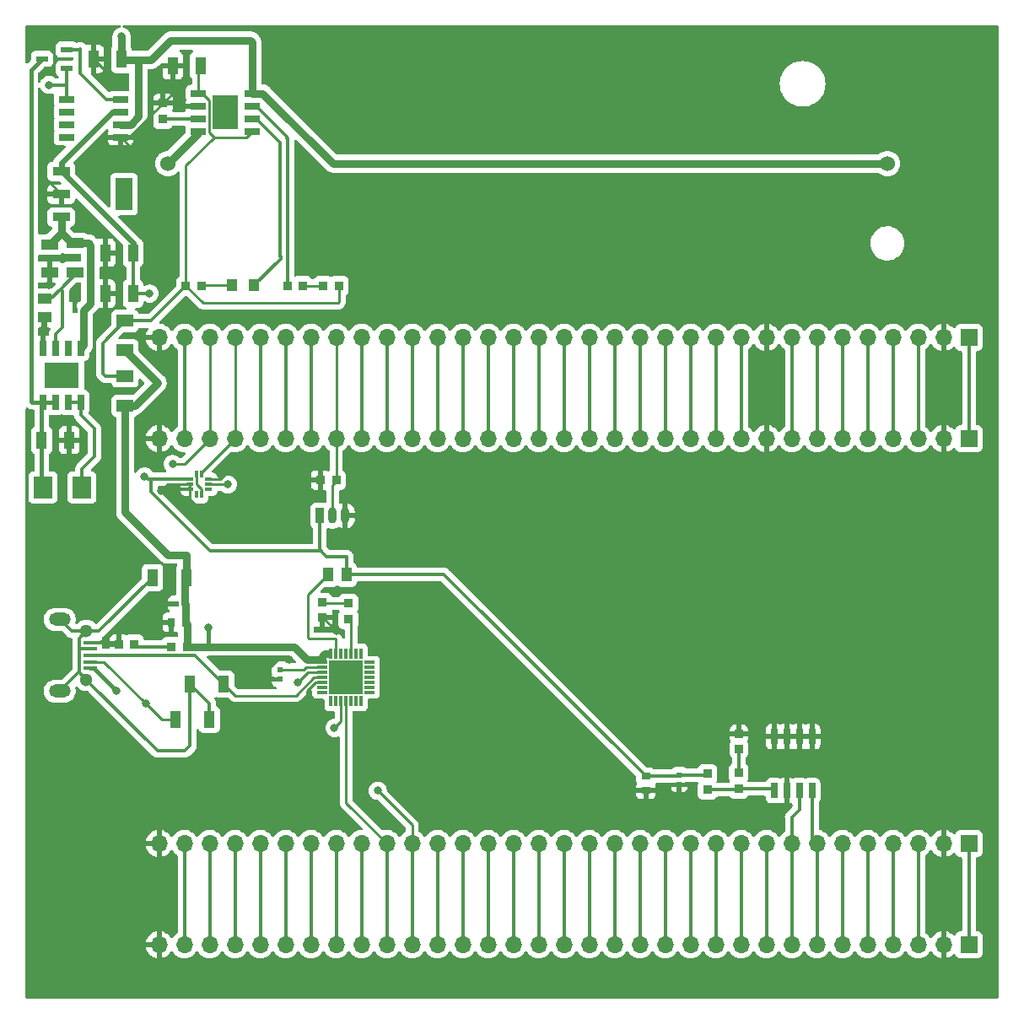
<source format=gbr>
%TF.GenerationSoftware,KiCad,Pcbnew,(6.0.2-0)*%
%TF.CreationDate,2022-03-20T10:30:06+02:00*%
%TF.ProjectId,main,6d61696e-2e6b-4696-9361-645f70636258,rev?*%
%TF.SameCoordinates,Original*%
%TF.FileFunction,Copper,L2,Bot*%
%TF.FilePolarity,Positive*%
%FSLAX46Y46*%
G04 Gerber Fmt 4.6, Leading zero omitted, Abs format (unit mm)*
G04 Created by KiCad (PCBNEW (6.0.2-0)) date 2022-03-20 10:30:06*
%MOMM*%
%LPD*%
G01*
G04 APERTURE LIST*
%TA.AperFunction,ComponentPad*%
%ADD10R,1.700000X1.700000*%
%TD*%
%TA.AperFunction,ComponentPad*%
%ADD11O,1.700000X1.700000*%
%TD*%
%TA.AperFunction,ComponentPad*%
%ADD12C,1.524000*%
%TD*%
%TA.AperFunction,SMDPad,CuDef*%
%ADD13R,0.650000X1.525000*%
%TD*%
%TA.AperFunction,SMDPad,CuDef*%
%ADD14R,0.950000X0.900000*%
%TD*%
%TA.AperFunction,SMDPad,CuDef*%
%ADD15R,0.900000X0.950000*%
%TD*%
%TA.AperFunction,SMDPad,CuDef*%
%ADD16R,1.750000X0.950000*%
%TD*%
%TA.AperFunction,SMDPad,CuDef*%
%ADD17R,1.750000X3.200000*%
%TD*%
%TA.AperFunction,SMDPad,CuDef*%
%ADD18R,0.864000X0.806000*%
%TD*%
%TA.AperFunction,SMDPad,CuDef*%
%ADD19R,1.701000X1.208000*%
%TD*%
%TA.AperFunction,SMDPad,CuDef*%
%ADD20R,1.050000X1.820000*%
%TD*%
%TA.AperFunction,SMDPad,CuDef*%
%ADD21R,1.100000X1.700000*%
%TD*%
%TA.AperFunction,SMDPad,CuDef*%
%ADD22R,1.525000X0.700000*%
%TD*%
%TA.AperFunction,SMDPad,CuDef*%
%ADD23R,2.513000X3.402000*%
%TD*%
%TA.AperFunction,SMDPad,CuDef*%
%ADD24R,1.400000X0.400000*%
%TD*%
%TA.AperFunction,ComponentPad*%
%ADD25C,1.300000*%
%TD*%
%TA.AperFunction,ComponentPad*%
%ADD26O,2.200000X1.300000*%
%TD*%
%TA.AperFunction,SMDPad,CuDef*%
%ADD27R,0.620000X0.600000*%
%TD*%
%TA.AperFunction,SMDPad,CuDef*%
%ADD28R,1.820000X1.050000*%
%TD*%
%TA.AperFunction,SMDPad,CuDef*%
%ADD29R,1.750000X1.050000*%
%TD*%
%TA.AperFunction,SMDPad,CuDef*%
%ADD30R,1.000000X0.300000*%
%TD*%
%TA.AperFunction,SMDPad,CuDef*%
%ADD31R,0.300000X1.000000*%
%TD*%
%TA.AperFunction,SMDPad,CuDef*%
%ADD32R,3.350000X3.350000*%
%TD*%
%TA.AperFunction,SMDPad,CuDef*%
%ADD33R,0.600000X0.620000*%
%TD*%
%TA.AperFunction,ComponentPad*%
%ADD34R,0.900000X1.600000*%
%TD*%
%TA.AperFunction,ComponentPad*%
%ADD35O,0.900000X1.600000*%
%TD*%
%TA.AperFunction,SMDPad,CuDef*%
%ADD36R,1.900000X2.200000*%
%TD*%
%TA.AperFunction,SMDPad,CuDef*%
%ADD37R,0.700000X1.525000*%
%TD*%
%TA.AperFunction,SMDPad,CuDef*%
%ADD38R,3.402000X2.513000*%
%TD*%
%TA.AperFunction,SMDPad,CuDef*%
%ADD39R,1.450000X1.000000*%
%TD*%
%TA.AperFunction,SMDPad,CuDef*%
%ADD40R,1.525000X0.650000*%
%TD*%
%TA.AperFunction,SMDPad,CuDef*%
%ADD41R,0.300000X0.800000*%
%TD*%
%TA.AperFunction,SMDPad,CuDef*%
%ADD42R,0.800000X0.300000*%
%TD*%
%TA.AperFunction,SMDPad,CuDef*%
%ADD43R,0.940000X0.730000*%
%TD*%
%TA.AperFunction,SMDPad,CuDef*%
%ADD44R,1.000000X1.250000*%
%TD*%
%TA.AperFunction,SMDPad,CuDef*%
%ADD45R,1.000000X1.450000*%
%TD*%
%TA.AperFunction,SMDPad,CuDef*%
%ADD46R,1.200000X0.600000*%
%TD*%
%TA.AperFunction,SMDPad,CuDef*%
%ADD47R,0.730000X0.940000*%
%TD*%
%TA.AperFunction,ViaPad*%
%ADD48C,0.800000*%
%TD*%
%TA.AperFunction,Conductor*%
%ADD49C,0.250000*%
%TD*%
%TA.AperFunction,Conductor*%
%ADD50C,0.350000*%
%TD*%
%TA.AperFunction,Conductor*%
%ADD51C,0.800000*%
%TD*%
%TA.AperFunction,Conductor*%
%ADD52C,0.400000*%
%TD*%
%TA.AperFunction,Conductor*%
%ADD53C,0.600000*%
%TD*%
G04 APERTURE END LIST*
D10*
%TO.P,J2,1,Pin_1*%
%TO.N,+3V0*%
X185280000Y-75610000D03*
D11*
%TO.P,J2,2,Pin_2*%
%TO.N,GND*%
X182740000Y-75610000D03*
%TO.P,J2,3,Pin_3*%
%TO.N,/VBAT*%
X180200000Y-75610000D03*
%TO.P,J2,4,Pin_4*%
%TO.N,/PC13*%
X177660000Y-75610000D03*
%TO.P,J2,5,Pin_5*%
%TO.N,/PC14*%
X175120000Y-75610000D03*
%TO.P,J2,6,Pin_6*%
%TO.N,/PC15*%
X172580000Y-75610000D03*
%TO.P,J2,7,Pin_7*%
%TO.N,/PF0*%
X170040000Y-75610000D03*
%TO.P,J2,8,Pin_8*%
%TO.N,/PF1*%
X167500000Y-75610000D03*
%TO.P,J2,9,Pin_9*%
%TO.N,GND*%
X164960000Y-75610000D03*
%TO.P,J2,10,Pin_10*%
%TO.N,/NRST*%
X162420000Y-75610000D03*
%TO.P,J2,11,Pin_11*%
%TO.N,/PC0*%
X159880000Y-75610000D03*
%TO.P,J2,12,Pin_12*%
%TO.N,/PC1*%
X157340000Y-75610000D03*
%TO.P,J2,13,Pin_13*%
%TO.N,/PC2*%
X154800000Y-75610000D03*
%TO.P,J2,14,Pin_14*%
%TO.N,/PC3*%
X152260000Y-75610000D03*
%TO.P,J2,15,Pin_15*%
%TO.N,/PA0*%
X149720000Y-75610000D03*
%TO.P,J2,16,Pin_16*%
%TO.N,/PA1*%
X147180000Y-75610000D03*
%TO.P,J2,17,Pin_17*%
%TO.N,/PA2*%
X144640000Y-75610000D03*
%TO.P,J2,18,Pin_18*%
%TO.N,/PA3*%
X142100000Y-75610000D03*
%TO.P,J2,19,Pin_19*%
%TO.N,/PF4*%
X139560000Y-75610000D03*
%TO.P,J2,20,Pin_20*%
%TO.N,/PF5*%
X137020000Y-75610000D03*
%TO.P,J2,21,Pin_21*%
%TO.N,/PA4*%
X134480000Y-75610000D03*
%TO.P,J2,22,Pin_22*%
%TO.N,/PA5*%
X131940000Y-75610000D03*
%TO.P,J2,23,Pin_23*%
%TO.N,/PA6*%
X129400000Y-75610000D03*
%TO.P,J2,24,Pin_24*%
%TO.N,/PA7*%
X126860000Y-75610000D03*
%TO.P,J2,25,Pin_25*%
%TO.N,/PC4*%
X124320000Y-75610000D03*
%TO.P,J2,26,Pin_26*%
%TO.N,/PC5*%
X121780000Y-75610000D03*
%TO.P,J2,27,Pin_27*%
%TO.N,/PB0*%
X119240000Y-75610000D03*
%TO.P,J2,28,Pin_28*%
%TO.N,/PB1*%
X116700000Y-75610000D03*
%TO.P,J2,29,Pin_29*%
%TO.N,/PB2*%
X114160000Y-75610000D03*
%TO.P,J2,30,Pin_30*%
%TO.N,/PB10*%
X111620000Y-75610000D03*
%TO.P,J2,31,Pin_31*%
%TO.N,/PB11*%
X109080000Y-75610000D03*
%TO.P,J2,32,Pin_32*%
%TO.N,/PB12*%
X106540000Y-75610000D03*
%TO.P,J2,33,Pin_33*%
%TO.N,GND*%
X104000000Y-75610000D03*
%TD*%
D10*
%TO.P,J1,1,Pin_1*%
%TO.N,+3V0*%
X185280000Y-65450000D03*
D11*
%TO.P,J1,2,Pin_2*%
%TO.N,GND*%
X182740000Y-65450000D03*
%TO.P,J1,3,Pin_3*%
%TO.N,/VBAT*%
X180200000Y-65450000D03*
%TO.P,J1,4,Pin_4*%
%TO.N,/PC13*%
X177660000Y-65450000D03*
%TO.P,J1,5,Pin_5*%
%TO.N,/PC14*%
X175120000Y-65450000D03*
%TO.P,J1,6,Pin_6*%
%TO.N,/PC15*%
X172580000Y-65450000D03*
%TO.P,J1,7,Pin_7*%
%TO.N,/PF0*%
X170040000Y-65450000D03*
%TO.P,J1,8,Pin_8*%
%TO.N,/PF1*%
X167500000Y-65450000D03*
%TO.P,J1,9,Pin_9*%
%TO.N,GND*%
X164960000Y-65450000D03*
%TO.P,J1,10,Pin_10*%
%TO.N,/NRST*%
X162420000Y-65450000D03*
%TO.P,J1,11,Pin_11*%
%TO.N,/PC0*%
X159880000Y-65450000D03*
%TO.P,J1,12,Pin_12*%
%TO.N,/PC1*%
X157340000Y-65450000D03*
%TO.P,J1,13,Pin_13*%
%TO.N,/PC2*%
X154800000Y-65450000D03*
%TO.P,J1,14,Pin_14*%
%TO.N,/PC3*%
X152260000Y-65450000D03*
%TO.P,J1,15,Pin_15*%
%TO.N,/PA0*%
X149720000Y-65450000D03*
%TO.P,J1,16,Pin_16*%
%TO.N,/PA1*%
X147180000Y-65450000D03*
%TO.P,J1,17,Pin_17*%
%TO.N,/PA2*%
X144640000Y-65450000D03*
%TO.P,J1,18,Pin_18*%
%TO.N,/PA3*%
X142100000Y-65450000D03*
%TO.P,J1,19,Pin_19*%
%TO.N,/PF4*%
X139560000Y-65450000D03*
%TO.P,J1,20,Pin_20*%
%TO.N,/PF5*%
X137020000Y-65450000D03*
%TO.P,J1,21,Pin_21*%
%TO.N,/PA4*%
X134480000Y-65450000D03*
%TO.P,J1,22,Pin_22*%
%TO.N,/PA5*%
X131940000Y-65450000D03*
%TO.P,J1,23,Pin_23*%
%TO.N,/PA6*%
X129400000Y-65450000D03*
%TO.P,J1,24,Pin_24*%
%TO.N,/PA7*%
X126860000Y-65450000D03*
%TO.P,J1,25,Pin_25*%
%TO.N,/PC4*%
X124320000Y-65450000D03*
%TO.P,J1,26,Pin_26*%
%TO.N,/PC5*%
X121780000Y-65450000D03*
%TO.P,J1,27,Pin_27*%
%TO.N,/PB0*%
X119240000Y-65450000D03*
%TO.P,J1,28,Pin_28*%
%TO.N,/PB1*%
X116700000Y-65450000D03*
%TO.P,J1,29,Pin_29*%
%TO.N,/PB2*%
X114160000Y-65450000D03*
%TO.P,J1,30,Pin_30*%
%TO.N,/PB10*%
X111620000Y-65450000D03*
%TO.P,J1,31,Pin_31*%
%TO.N,/PB11*%
X109080000Y-65450000D03*
%TO.P,J1,32,Pin_32*%
%TO.N,/PB12*%
X106540000Y-65450000D03*
%TO.P,J1,33,Pin_33*%
%TO.N,GND*%
X104000000Y-65450000D03*
%TD*%
D10*
%TO.P,J4,1,Pin_1*%
%TO.N,+5V*%
X185280000Y-126410000D03*
D11*
%TO.P,J4,2,Pin_2*%
%TO.N,GND*%
X182740000Y-126410000D03*
%TO.P,J4,3,Pin_3*%
%TO.N,/PB9*%
X180200000Y-126410000D03*
%TO.P,J4,4,Pin_4*%
%TO.N,/PB8*%
X177660000Y-126410000D03*
%TO.P,J4,5,Pin_5*%
%TO.N,VDD*%
X175120000Y-126410000D03*
%TO.P,J4,6,Pin_6*%
%TO.N,/BOOT*%
X172580000Y-126410000D03*
%TO.P,J4,7,Pin_7*%
%TO.N,/PB7*%
X170040000Y-126410000D03*
%TO.P,J4,8,Pin_8*%
%TO.N,/PB6*%
X167500000Y-126410000D03*
%TO.P,J4,9,Pin_9*%
%TO.N,/PB5*%
X164960000Y-126410000D03*
%TO.P,J4,10,Pin_10*%
%TO.N,/PB4*%
X162420000Y-126410000D03*
%TO.P,J4,11,Pin_11*%
%TO.N,/PB3*%
X159880000Y-126410000D03*
%TO.P,J4,12,Pin_12*%
%TO.N,/PD2*%
X157340000Y-126410000D03*
%TO.P,J4,13,Pin_13*%
%TO.N,/PC12*%
X154800000Y-126410000D03*
%TO.P,J4,14,Pin_14*%
%TO.N,/PC11*%
X152260000Y-126410000D03*
%TO.P,J4,15,Pin_15*%
%TO.N,/PC10*%
X149720000Y-126410000D03*
%TO.P,J4,16,Pin_16*%
%TO.N,/PA15*%
X147180000Y-126410000D03*
%TO.P,J4,17,Pin_17*%
%TO.N,/PA14*%
X144640000Y-126410000D03*
%TO.P,J4,18,Pin_18*%
%TO.N,/PF7*%
X142100000Y-126410000D03*
%TO.P,J4,19,Pin_19*%
%TO.N,/PF6*%
X139560000Y-126410000D03*
%TO.P,J4,20,Pin_20*%
%TO.N,/PA13*%
X137020000Y-126410000D03*
%TO.P,J4,21,Pin_21*%
%TO.N,/PA12*%
X134480000Y-126410000D03*
%TO.P,J4,22,Pin_22*%
%TO.N,/PA11*%
X131940000Y-126410000D03*
%TO.P,J4,23,Pin_23*%
%TO.N,/PA10*%
X129400000Y-126410000D03*
%TO.P,J4,24,Pin_24*%
%TO.N,/PA9*%
X126860000Y-126410000D03*
%TO.P,J4,25,Pin_25*%
%TO.N,/PA8*%
X124320000Y-126410000D03*
%TO.P,J4,26,Pin_26*%
%TO.N,/PC9*%
X121780000Y-126410000D03*
%TO.P,J4,27,Pin_27*%
%TO.N,/PC8*%
X119240000Y-126410000D03*
%TO.P,J4,28,Pin_28*%
%TO.N,/PC7*%
X116700000Y-126410000D03*
%TO.P,J4,29,Pin_29*%
%TO.N,/PC6*%
X114160000Y-126410000D03*
%TO.P,J4,30,Pin_30*%
%TO.N,/PB15*%
X111620000Y-126410000D03*
%TO.P,J4,31,Pin_31*%
%TO.N,/PB14*%
X109080000Y-126410000D03*
%TO.P,J4,32,Pin_32*%
%TO.N,/PB13*%
X106540000Y-126410000D03*
%TO.P,J4,33,Pin_33*%
%TO.N,GND*%
X104000000Y-126410000D03*
%TD*%
D12*
%TO.P,BT1,1,+*%
%TO.N,/Power/BAT+*%
X177110000Y-48000000D03*
%TO.P,BT1,2,-*%
%TO.N,/Power/BAT-*%
X104890000Y-48000000D03*
%TD*%
D10*
%TO.P,J3,1,Pin_1*%
%TO.N,+5V*%
X185280000Y-116250000D03*
D11*
%TO.P,J3,2,Pin_2*%
%TO.N,GND*%
X182740000Y-116250000D03*
%TO.P,J3,3,Pin_3*%
%TO.N,/PB9*%
X180200000Y-116250000D03*
%TO.P,J3,4,Pin_4*%
%TO.N,/PB8*%
X177660000Y-116250000D03*
%TO.P,J3,5,Pin_5*%
%TO.N,VDD*%
X175120000Y-116250000D03*
%TO.P,J3,6,Pin_6*%
%TO.N,/BOOT*%
X172580000Y-116250000D03*
%TO.P,J3,7,Pin_7*%
%TO.N,/PB7*%
X170040000Y-116250000D03*
%TO.P,J3,8,Pin_8*%
%TO.N,/PB6*%
X167500000Y-116250000D03*
%TO.P,J3,9,Pin_9*%
%TO.N,/PB5*%
X164960000Y-116250000D03*
%TO.P,J3,10,Pin_10*%
%TO.N,/PB4*%
X162420000Y-116250000D03*
%TO.P,J3,11,Pin_11*%
%TO.N,/PB3*%
X159880000Y-116250000D03*
%TO.P,J3,12,Pin_12*%
%TO.N,/PD2*%
X157340000Y-116250000D03*
%TO.P,J3,13,Pin_13*%
%TO.N,/PC12*%
X154800000Y-116250000D03*
%TO.P,J3,14,Pin_14*%
%TO.N,/PC11*%
X152260000Y-116250000D03*
%TO.P,J3,15,Pin_15*%
%TO.N,/PC10*%
X149720000Y-116250000D03*
%TO.P,J3,16,Pin_16*%
%TO.N,/PA15*%
X147180000Y-116250000D03*
%TO.P,J3,17,Pin_17*%
%TO.N,/PA14*%
X144640000Y-116250000D03*
%TO.P,J3,18,Pin_18*%
%TO.N,/PF7*%
X142100000Y-116250000D03*
%TO.P,J3,19,Pin_19*%
%TO.N,/PF6*%
X139560000Y-116250000D03*
%TO.P,J3,20,Pin_20*%
%TO.N,/PA13*%
X137020000Y-116250000D03*
%TO.P,J3,21,Pin_21*%
%TO.N,/PA12*%
X134480000Y-116250000D03*
%TO.P,J3,22,Pin_22*%
%TO.N,/PA11*%
X131940000Y-116250000D03*
%TO.P,J3,23,Pin_23*%
%TO.N,/PA10*%
X129400000Y-116250000D03*
%TO.P,J3,24,Pin_24*%
%TO.N,/PA9*%
X126860000Y-116250000D03*
%TO.P,J3,25,Pin_25*%
%TO.N,/PA8*%
X124320000Y-116250000D03*
%TO.P,J3,26,Pin_26*%
%TO.N,/PC9*%
X121780000Y-116250000D03*
%TO.P,J3,27,Pin_27*%
%TO.N,/PC8*%
X119240000Y-116250000D03*
%TO.P,J3,28,Pin_28*%
%TO.N,/PC7*%
X116700000Y-116250000D03*
%TO.P,J3,29,Pin_29*%
%TO.N,/PC6*%
X114160000Y-116250000D03*
%TO.P,J3,30,Pin_30*%
%TO.N,/PB15*%
X111620000Y-116250000D03*
%TO.P,J3,31,Pin_31*%
%TO.N,/PB14*%
X109080000Y-116250000D03*
%TO.P,J3,32,Pin_32*%
%TO.N,/PB13*%
X106540000Y-116250000D03*
%TO.P,J3,33,Pin_33*%
%TO.N,GND*%
X104000000Y-116250000D03*
%TD*%
D13*
%TO.P,U3,1,A0*%
%TO.N,GND*%
X165735000Y-105517400D03*
%TO.P,U3,2,A1*%
X167005000Y-105517400D03*
%TO.P,U3,3,A2*%
X168275000Y-105517400D03*
%TO.P,U3,4,GND*%
X169545000Y-105517400D03*
%TO.P,U3,5,SDA*%
%TO.N,/PB7*%
X169545000Y-110941400D03*
%TO.P,U3,6,SCL*%
%TO.N,/PB6*%
X168275000Y-110941400D03*
%TO.P,U3,7,WP*%
%TO.N,GND*%
X167005000Y-110941400D03*
%TO.P,U3,8,VCC*%
%TO.N,/1V7*%
X165735000Y-110941400D03*
%TD*%
D14*
%TO.P,R13,1*%
%TO.N,Net-(IC5-Pad12)*%
X123000000Y-93750000D03*
%TO.P,R13,2*%
%TO.N,Net-(D8-Pad2)*%
X123000000Y-92150000D03*
%TD*%
D15*
%TO.P,R11,1*%
%TO.N,/USB_5V*%
X106800000Y-96500000D03*
%TO.P,R11,2*%
%TO.N,Net-(D7-Pad2)*%
X105200000Y-96500000D03*
%TD*%
D16*
%TO.P,IC4,1,IN*%
%TO.N,/5V*%
X94182400Y-53379400D03*
%TO.P,IC4,2,GND_1*%
%TO.N,GND*%
X94182400Y-51079400D03*
%TO.P,IC4,3,OUT*%
%TO.N,/3V3*%
X94182400Y-48779400D03*
D17*
%TO.P,IC4,4,GND_2*%
%TO.N,unconnected-(IC4-Pad4)*%
X100482400Y-51079400D03*
%TD*%
D18*
%TO.P,R10,1*%
%TO.N,Net-(R10-Pad1)*%
X162204400Y-106756200D03*
%TO.P,R10,2*%
%TO.N,GND*%
X162204400Y-105250200D03*
%TD*%
D19*
%TO.P,R3,1*%
%TO.N,Net-(C2-Pad1)*%
X100600000Y-63792000D03*
%TO.P,R3,2*%
%TO.N,/USB_5V*%
X100600000Y-66750000D03*
%TD*%
D20*
%TO.P,C4,1*%
%TO.N,/Power/BAT+*%
X100214400Y-37490400D03*
%TO.P,C4,2*%
%TO.N,GND*%
X97434400Y-37490400D03*
%TD*%
%TO.P,C8,1*%
%TO.N,/3V3*%
X101390000Y-56946800D03*
%TO.P,C8,2*%
%TO.N,GND*%
X98610000Y-56946800D03*
%TD*%
D21*
%TO.P,D6,1,K*%
%TO.N,/microcontroller_interfacing/D-*%
X105650000Y-103800000D03*
%TO.P,D6,2,A*%
%TO.N,Net-(D4-Pad2)*%
X109050000Y-103800000D03*
%TD*%
D22*
%TO.P,IC3,1,TEMP*%
%TO.N,/Power/BAT-*%
X107938000Y-44755000D03*
%TO.P,IC3,2,PROG*%
%TO.N,Net-(IC3-Pad2)*%
X107938000Y-43485000D03*
%TO.P,IC3,3,GND*%
%TO.N,GND*%
X107938000Y-42215000D03*
%TO.P,IC3,4,VCC*%
%TO.N,Net-(C2-Pad1)*%
X107938000Y-40945000D03*
%TO.P,IC3,5,BAT*%
%TO.N,/Power/BAT+*%
X113362000Y-40945000D03*
%TO.P,IC3,6,~{STDBY}*%
%TO.N,Net-(D1-Pad1)*%
X113362000Y-42215000D03*
%TO.P,IC3,7,~{CHRG}*%
%TO.N,Net-(D2-Pad1)*%
X113362000Y-43485000D03*
%TO.P,IC3,8,CE*%
%TO.N,Net-(C2-Pad1)*%
X113362000Y-44755000D03*
D23*
%TO.P,IC3,9,EP*%
%TO.N,unconnected-(IC3-Pad9)*%
X110650000Y-42850000D03*
%TD*%
D24*
%TO.P,U4,1,VBUS*%
%TO.N,/USB_5V*%
X97077000Y-98658200D03*
%TO.P,U4,2,D-*%
%TO.N,/microcontroller_interfacing/D-*%
X97077000Y-98008200D03*
%TO.P,U4,3,D+*%
%TO.N,/microcontroller_interfacing/D+*%
X97077000Y-97358200D03*
%TO.P,U4,4,ID*%
%TO.N,Net-(D4-Pad2)*%
X97077000Y-96708200D03*
%TO.P,U4,5,GND*%
%TO.N,GND*%
X97077000Y-96058200D03*
D25*
%TO.P,U4,6,SH1*%
%TO.N,Net-(D4-Pad2)*%
X96705000Y-94933200D03*
D26*
%TO.P,U4,7,SH2*%
X94035000Y-93758200D03*
%TO.P,U4,8,SH3*%
X94035000Y-100958200D03*
D25*
%TO.P,U4,9,SH4*%
X96705000Y-99783200D03*
%TD*%
D14*
%TO.P,R8,1*%
%TO.N,/3V3*%
X159054800Y-109258200D03*
%TO.P,R8,2*%
%TO.N,/1V7*%
X159054800Y-110858200D03*
%TD*%
D15*
%TO.P,D1,1,K*%
%TO.N,Net-(D1-Pad1)*%
X116898000Y-60248800D03*
%TO.P,D1,2,A*%
%TO.N,Net-(D1-Pad2)*%
X118398000Y-60248800D03*
%TD*%
D21*
%TO.P,D4,1,K*%
%TO.N,/USB_5V*%
X106750000Y-89550000D03*
%TO.P,D4,2,A*%
%TO.N,Net-(D4-Pad2)*%
X103350000Y-89550000D03*
%TD*%
D27*
%TO.P,C12,1*%
%TO.N,Net-(C12-Pad1)*%
X116150000Y-98800000D03*
%TO.P,C12,2*%
%TO.N,GND*%
X116150000Y-99720000D03*
%TD*%
D28*
%TO.P,C3,1*%
%TO.N,/5V*%
X93000000Y-56110000D03*
%TO.P,C3,2*%
%TO.N,GND*%
X93000000Y-58890000D03*
%TD*%
D14*
%TO.P,D8,1,K*%
%TO.N,GND*%
X120400000Y-93550000D03*
%TO.P,D8,2,A*%
%TO.N,Net-(D8-Pad2)*%
X120400000Y-92050000D03*
%TD*%
D21*
%TO.P,D5,1,K*%
%TO.N,/microcontroller_interfacing/D+*%
X110500000Y-100250000D03*
%TO.P,D5,2,A*%
%TO.N,Net-(D4-Pad2)*%
X107100000Y-100250000D03*
%TD*%
D29*
%TO.P,R5,1*%
%TO.N,/5V*%
X95550000Y-56000000D03*
%TO.P,R5,2*%
%TO.N,Net-(IC2-Pad6)*%
X95550000Y-58900000D03*
%TD*%
D30*
%TO.P,IC5,1,DCD*%
%TO.N,unconnected-(IC5-Pad1)*%
X120358200Y-101068000D03*
%TO.P,IC5,2,RI*%
%TO.N,unconnected-(IC5-Pad2)*%
X120358200Y-100568000D03*
%TO.P,IC5,3,GND*%
%TO.N,GND*%
X120358200Y-100068000D03*
%TO.P,IC5,4,D+*%
%TO.N,/microcontroller_interfacing/D+*%
X120358200Y-99568000D03*
%TO.P,IC5,5,D-*%
%TO.N,/microcontroller_interfacing/D-*%
X120358200Y-99068000D03*
%TO.P,IC5,6,VDD*%
%TO.N,Net-(C12-Pad1)*%
X120358200Y-98568000D03*
%TO.P,IC5,7,REGIN*%
%TO.N,/USB_5V*%
X120358200Y-98068000D03*
D31*
%TO.P,IC5,8,VBUS*%
X121258200Y-97168000D03*
%TO.P,IC5,9,~{RST}*%
%TO.N,Net-(IC5-Pad9)*%
X121758200Y-97168000D03*
%TO.P,IC5,10,NC_1*%
%TO.N,unconnected-(IC5-Pad10)*%
X122258200Y-97168000D03*
%TO.P,IC5,11,~{SUSPEND}*%
%TO.N,unconnected-(IC5-Pad11)*%
X122758200Y-97168000D03*
%TO.P,IC5,12,SUSPEND*%
%TO.N,Net-(IC5-Pad12)*%
X123258200Y-97168000D03*
%TO.P,IC5,13,NC_2*%
%TO.N,unconnected-(IC5-Pad13)*%
X123758200Y-97168000D03*
%TO.P,IC5,14,NC_3*%
%TO.N,unconnected-(IC5-Pad14)*%
X124258200Y-97168000D03*
D30*
%TO.P,IC5,15,NC_4*%
%TO.N,unconnected-(IC5-Pad15)*%
X125158200Y-98068000D03*
%TO.P,IC5,16,NC_5*%
%TO.N,unconnected-(IC5-Pad16)*%
X125158200Y-98568000D03*
%TO.P,IC5,17,NC_6*%
%TO.N,unconnected-(IC5-Pad17)*%
X125158200Y-99068000D03*
%TO.P,IC5,18,NC/VPP*%
%TO.N,unconnected-(IC5-Pad18)*%
X125158200Y-99568000D03*
%TO.P,IC5,19,NC_7*%
%TO.N,unconnected-(IC5-Pad19)*%
X125158200Y-100068000D03*
%TO.P,IC5,20,NC_8*%
%TO.N,unconnected-(IC5-Pad20)*%
X125158200Y-100568000D03*
%TO.P,IC5,21,NC_9*%
%TO.N,unconnected-(IC5-Pad21)*%
X125158200Y-101068000D03*
D31*
%TO.P,IC5,22,NC_10*%
%TO.N,unconnected-(IC5-Pad22)*%
X124258200Y-101968000D03*
%TO.P,IC5,23,CTS*%
%TO.N,unconnected-(IC5-Pad23)*%
X123758200Y-101968000D03*
%TO.P,IC5,24,RTS*%
%TO.N,unconnected-(IC5-Pad24)*%
X123258200Y-101968000D03*
%TO.P,IC5,25,RXD*%
%TO.N,/PA9*%
X122758200Y-101968000D03*
%TO.P,IC5,26,TXD*%
%TO.N,/PA10*%
X122258200Y-101968000D03*
%TO.P,IC5,27,DSR*%
%TO.N,unconnected-(IC5-Pad27)*%
X121758200Y-101968000D03*
%TO.P,IC5,28,DTR*%
%TO.N,unconnected-(IC5-Pad28)*%
X121258200Y-101968000D03*
D32*
%TO.P,IC5,29,TPAD*%
%TO.N,unconnected-(IC5-Pad29)*%
X122758200Y-99568000D03*
%TD*%
D33*
%TO.P,C5,1*%
%TO.N,/5V*%
X96450000Y-62700000D03*
%TO.P,C5,2*%
%TO.N,GND*%
X95530000Y-62700000D03*
%TD*%
D14*
%TO.P,R9,1*%
%TO.N,/1V7*%
X162179000Y-110769400D03*
%TO.P,R9,2*%
%TO.N,Net-(R10-Pad1)*%
X162179000Y-109169400D03*
%TD*%
D34*
%TO.P,U1,1,+Vs*%
%TO.N,/3V3*%
X120142000Y-83341690D03*
D35*
%TO.P,U1,2,Vout*%
%TO.N,/PC5*%
X121412000Y-83341690D03*
%TO.P,U1,3,GND*%
%TO.N,GND*%
X122682000Y-83341690D03*
%TD*%
D36*
%TO.P,L1,1*%
%TO.N,/Power/V_UVLO*%
X92350000Y-80500000D03*
%TO.P,L1,2*%
%TO.N,Net-(IC2-Pad1)*%
X96250000Y-80500000D03*
%TD*%
D19*
%TO.P,R4,1*%
%TO.N,Net-(C2-Pad1)*%
X100600000Y-69350000D03*
%TO.P,R4,2*%
%TO.N,/USB_5V*%
X100600000Y-72308000D03*
%TD*%
D37*
%TO.P,IC2,1,LX_1*%
%TO.N,Net-(IC2-Pad1)*%
X96155000Y-71962000D03*
%TO.P,IC2,2,LX_2*%
X94885000Y-71962000D03*
%TO.P,IC2,3,VIN*%
%TO.N,/Power/V_UVLO*%
X93615000Y-71962000D03*
%TO.P,IC2,4,EN*%
X92345000Y-71962000D03*
%TO.P,IC2,5,GND*%
%TO.N,GND*%
X92345000Y-66538000D03*
%TO.P,IC2,6,FB*%
%TO.N,Net-(IC2-Pad6)*%
X93615000Y-66538000D03*
%TO.P,IC2,7,VOUT_1*%
%TO.N,unconnected-(IC2-Pad7)*%
X94885000Y-66538000D03*
%TO.P,IC2,8,VOUT_2*%
%TO.N,/5V*%
X96155000Y-66538000D03*
D38*
%TO.P,IC2,9,EP*%
%TO.N,unconnected-(IC2-Pad9)*%
X94250000Y-69250000D03*
%TD*%
D39*
%TO.P,R6,1*%
%TO.N,Net-(IC2-Pad6)*%
X92500000Y-61550000D03*
%TO.P,R6,2*%
%TO.N,GND*%
X92500000Y-63450000D03*
%TD*%
D40*
%TO.P,IC1,1,OUTPUT_A*%
%TO.N,Net-(IC1-Pad1)*%
X100121000Y-41529000D03*
%TO.P,IC1,2,INPUTS_A_1*%
%TO.N,/3V3*%
X100121000Y-42799000D03*
%TO.P,IC1,3,INPUTS_A_2*%
%TO.N,/Power/BAT+*%
X100121000Y-44069000D03*
%TO.P,IC1,4,VEE/GND*%
%TO.N,GND*%
X100121000Y-45339000D03*
%TO.P,IC1,5,INPUTS_B_1*%
%TO.N,unconnected-(IC1-Pad5)*%
X94697000Y-45339000D03*
%TO.P,IC1,6,INPUTS_B_2*%
%TO.N,unconnected-(IC1-Pad6)*%
X94697000Y-44069000D03*
%TO.P,IC1,7,OUTPUT_B*%
%TO.N,unconnected-(IC1-Pad7)*%
X94697000Y-42799000D03*
%TO.P,IC1,8,VCC*%
%TO.N,Net-(D3-Pad1)*%
X94697000Y-41529000D03*
%TD*%
D41*
%TO.P,U2,1,VDD_IO*%
%TO.N,/Sensing/COMM*%
X107776200Y-79187800D03*
%TO.P,U2,2,SCL/SPC*%
%TO.N,/PB10*%
X108276200Y-79187800D03*
D42*
%TO.P,U2,3,RES*%
%TO.N,GND*%
X108976200Y-79687800D03*
%TO.P,U2,4,SDA/SDI/SDO*%
%TO.N,/PB11*%
X108976200Y-80187800D03*
%TO.P,U2,5,SDO/SA0*%
%TO.N,/Sensing/BARO_LSB*%
X108976200Y-80687800D03*
D41*
%TO.P,U2,6,CS*%
%TO.N,/Sensing/COMM*%
X108276200Y-81187800D03*
%TO.P,U2,7,INT_DRDY*%
%TO.N,unconnected-(U2-Pad7)*%
X107776200Y-81187800D03*
D42*
%TO.P,U2,8,GND*%
%TO.N,GND*%
X107076200Y-80687800D03*
%TO.P,U2,9,GND*%
X107076200Y-80187800D03*
%TO.P,U2,10,VDD*%
%TO.N,/3V3*%
X107076200Y-79687800D03*
%TD*%
D43*
%TO.P,C6,1*%
%TO.N,/3V3*%
X152857200Y-109499400D03*
%TO.P,C6,2*%
%TO.N,GND*%
X152857200Y-110919400D03*
%TD*%
D27*
%TO.P,C10,1*%
%TO.N,/3V3*%
X156210000Y-109372400D03*
%TO.P,C10,2*%
%TO.N,GND*%
X156210000Y-110292400D03*
%TD*%
D14*
%TO.P,R7,1*%
%TO.N,Net-(IC3-Pad2)*%
X104400000Y-43550000D03*
%TO.P,R7,2*%
%TO.N,GND*%
X104400000Y-41950000D03*
%TD*%
D15*
%TO.P,D7,1,K*%
%TO.N,GND*%
X100000000Y-96250000D03*
%TO.P,D7,2,A*%
%TO.N,Net-(D7-Pad2)*%
X101500000Y-96250000D03*
%TD*%
D20*
%TO.P,C7,1*%
%TO.N,/3V3*%
X101390000Y-61061600D03*
%TO.P,C7,2*%
%TO.N,GND*%
X98610000Y-61061600D03*
%TD*%
%TO.P,C1,1*%
%TO.N,/Power/V_UVLO*%
X92220000Y-75750000D03*
%TO.P,C1,2*%
%TO.N,GND*%
X95000000Y-75750000D03*
%TD*%
D15*
%TO.P,C9,1*%
%TO.N,/PC5*%
X121793000Y-79781400D03*
%TO.P,C9,2*%
%TO.N,GND*%
X120193000Y-79781400D03*
%TD*%
%TO.P,R1,1*%
%TO.N,Net-(C2-Pad1)*%
X122079400Y-60248800D03*
%TO.P,R1,2*%
%TO.N,Net-(D1-Pad2)*%
X120479400Y-60248800D03*
%TD*%
D44*
%TO.P,D2,1,K*%
%TO.N,Net-(D2-Pad1)*%
X113545200Y-60223400D03*
%TO.P,D2,2,A*%
%TO.N,Net-(D2-Pad2)*%
X111345200Y-60223400D03*
%TD*%
D20*
%TO.P,C2,1*%
%TO.N,Net-(C2-Pad1)*%
X108150000Y-38150000D03*
%TO.P,C2,2*%
%TO.N,GND*%
X105370000Y-38150000D03*
%TD*%
D45*
%TO.P,R12,1*%
%TO.N,/3V3*%
X122850000Y-89250000D03*
%TO.P,R12,2*%
%TO.N,Net-(IC5-Pad9)*%
X120950000Y-89250000D03*
%TD*%
D46*
%TO.P,Q1,1*%
%TO.N,Net-(IC1-Pad1)*%
X94750000Y-36550000D03*
%TO.P,Q1,2*%
%TO.N,Net-(D3-Pad1)*%
X94750000Y-38450000D03*
%TO.P,Q1,3*%
%TO.N,/Power/V_UVLO*%
X92250000Y-37500000D03*
%TD*%
D15*
%TO.P,R2,1*%
%TO.N,Net-(C2-Pad1)*%
X106700000Y-60274200D03*
%TO.P,R2,2*%
%TO.N,Net-(D2-Pad2)*%
X108300000Y-60274200D03*
%TD*%
D47*
%TO.P,C11,1*%
%TO.N,GND*%
X105208000Y-94056200D03*
%TO.P,C11,2*%
%TO.N,/USB_5V*%
X106628000Y-94056200D03*
%TD*%
D33*
%TO.P,C13,1*%
%TO.N,GND*%
X105687800Y-92176600D03*
%TO.P,C13,2*%
%TO.N,/USB_5V*%
X106607800Y-92176600D03*
%TD*%
D48*
%TO.N,GND*%
X92550000Y-46650000D03*
X92950000Y-60200000D03*
X117100000Y-97800000D03*
X103700000Y-78200000D03*
X92350000Y-64700000D03*
X95500000Y-60850000D03*
X110900000Y-78900000D03*
X101550000Y-46750000D03*
X121850000Y-94950000D03*
X104200000Y-80850000D03*
X98150000Y-63350000D03*
X108450000Y-82550000D03*
X99300000Y-39750000D03*
X117550000Y-79850000D03*
X118850000Y-101750000D03*
X125550000Y-82550000D03*
%TO.N,/PB11*%
X110900000Y-80200000D03*
X105350000Y-78150000D03*
%TO.N,/PA10*%
X121600000Y-104650000D03*
X125950000Y-110950000D03*
%TO.N,/Power/BAT+*%
X100250000Y-35250000D03*
%TO.N,/3V3*%
X102550000Y-79400000D03*
X103050000Y-61050000D03*
%TO.N,Net-(D3-Pad1)*%
X92950000Y-40100000D03*
%TO.N,/microcontroller_interfacing/D-*%
X102650000Y-102200000D03*
X117900000Y-100100000D03*
%TO.N,/USB_5V*%
X99700000Y-100950000D03*
X108950000Y-94600000D03*
%TD*%
D49*
%TO.N,GND*%
X92550000Y-46650000D02*
X92550000Y-49447000D01*
X92550000Y-49447000D02*
X94182400Y-51079400D01*
X100121000Y-45339000D02*
X100139000Y-45339000D01*
X100139000Y-45339000D02*
X101550000Y-46750000D01*
D50*
%TO.N,+3V0*%
X185280000Y-75610000D02*
X185280000Y-65450000D01*
D49*
%TO.N,GND*%
X118850000Y-101100000D02*
X118850000Y-101750000D01*
D50*
X182740000Y-116250000D02*
X182740000Y-126410000D01*
D49*
X117550000Y-79850000D02*
X117618600Y-79781400D01*
D50*
X92350000Y-63600000D02*
X92500000Y-63450000D01*
D49*
X118850000Y-100912896D02*
X118850000Y-101100000D01*
D50*
X95530000Y-60880000D02*
X95500000Y-60850000D01*
D49*
X99300000Y-39356000D02*
X97434400Y-37490400D01*
X104400000Y-41950000D02*
X101011000Y-45339000D01*
D50*
X99808200Y-96058200D02*
X97077000Y-96058200D01*
D49*
X115890978Y-97800000D02*
X114950000Y-98740978D01*
X105370000Y-40980000D02*
X104400000Y-41950000D01*
D50*
X98610000Y-61061600D02*
X98610000Y-62890000D01*
D49*
X107076200Y-80187800D02*
X104862200Y-80187800D01*
X114970000Y-99720000D02*
X116150000Y-99720000D01*
X121850000Y-94950000D02*
X121800000Y-94950000D01*
D50*
X95530000Y-62700000D02*
X95530000Y-60880000D01*
D49*
X108976200Y-79687800D02*
X110112200Y-79687800D01*
D50*
X92350000Y-64700000D02*
X92350000Y-63600000D01*
D49*
X114950000Y-98740978D02*
X114950000Y-99700000D01*
X103700000Y-78200000D02*
X104000000Y-77900000D01*
D50*
X92950000Y-60200000D02*
X92950000Y-58940000D01*
D49*
X107076200Y-81686822D02*
X107076200Y-80687800D01*
X117100000Y-97800000D02*
X115890978Y-97800000D01*
D50*
X92950000Y-58940000D02*
X93000000Y-58890000D01*
D49*
X99300000Y-39750000D02*
X99300000Y-39356000D01*
X121800000Y-94950000D02*
X120400000Y-93550000D01*
X104862200Y-80187800D02*
X104200000Y-80850000D01*
X101011000Y-45339000D02*
X100121000Y-45339000D01*
D50*
X98610000Y-62890000D02*
X98150000Y-63350000D01*
D49*
X104000000Y-77900000D02*
X104000000Y-75610000D01*
X114950000Y-99700000D02*
X114970000Y-99720000D01*
X119720385Y-100042511D02*
X118850000Y-100912896D01*
X110112200Y-79687800D02*
X110900000Y-78900000D01*
X105370000Y-38150000D02*
X105370000Y-40980000D01*
X124758310Y-83341690D02*
X122682000Y-83341690D01*
X117618600Y-79781400D02*
X120193000Y-79781400D01*
X107076200Y-80187800D02*
X107076200Y-80687800D01*
X120358200Y-100068000D02*
X119720385Y-100042511D01*
X125550000Y-82550000D02*
X124758310Y-83341690D01*
D50*
X100000000Y-96250000D02*
X99808200Y-96058200D01*
D49*
X107939378Y-82550000D02*
X107076200Y-81686822D01*
X108450000Y-82550000D02*
X107939378Y-82550000D01*
D50*
%TO.N,/VBAT*%
X180200000Y-65450000D02*
X180200000Y-75610000D01*
%TO.N,/PC13*%
X177660000Y-75610000D02*
X177660000Y-65450000D01*
%TO.N,/PC14*%
X175120000Y-65450000D02*
X175120000Y-75610000D01*
%TO.N,/PC15*%
X172580000Y-75610000D02*
X172580000Y-65450000D01*
%TO.N,/PF0*%
X170040000Y-75610000D02*
X170040000Y-65450000D01*
%TO.N,/PF1*%
X167500000Y-75610000D02*
X167500000Y-65450000D01*
%TO.N,/NRST*%
X162420000Y-65450000D02*
X162420000Y-75610000D01*
%TO.N,/PC0*%
X159880000Y-75610000D02*
X159880000Y-65450000D01*
%TO.N,/PC1*%
X157340000Y-65450000D02*
X157340000Y-75610000D01*
%TO.N,/PC2*%
X154800000Y-75610000D02*
X154800000Y-65450000D01*
%TO.N,/PC3*%
X152260000Y-65450000D02*
X152260000Y-75610000D01*
%TO.N,/PA0*%
X149720000Y-75610000D02*
X149720000Y-65450000D01*
%TO.N,/PA1*%
X147180000Y-65450000D02*
X147180000Y-75610000D01*
%TO.N,/PA2*%
X144640000Y-75610000D02*
X144640000Y-65450000D01*
%TO.N,/PA3*%
X142100000Y-65450000D02*
X142100000Y-75610000D01*
%TO.N,/PF4*%
X139560000Y-75610000D02*
X139560000Y-65450000D01*
%TO.N,/PF5*%
X137020000Y-65450000D02*
X137020000Y-75610000D01*
%TO.N,/PA4*%
X134480000Y-75610000D02*
X134480000Y-65450000D01*
%TO.N,/PA5*%
X131940000Y-65450000D02*
X131940000Y-75610000D01*
%TO.N,/PA6*%
X129400000Y-75610000D02*
X129400000Y-65450000D01*
%TO.N,/PA7*%
X126860000Y-65450000D02*
X126860000Y-75610000D01*
%TO.N,/PC4*%
X124320000Y-65450000D02*
X124320000Y-75610000D01*
D49*
%TO.N,/PC5*%
X121793000Y-79781400D02*
X121793000Y-79883000D01*
X121793000Y-79781400D02*
X121793000Y-75623000D01*
X121793000Y-79883000D02*
X121412000Y-80264000D01*
X121412000Y-80264000D02*
X121412000Y-83341690D01*
X121793000Y-75623000D02*
X121780000Y-75610000D01*
X121780000Y-75610000D02*
X121780000Y-65450000D01*
D50*
%TO.N,/PB0*%
X119240000Y-65450000D02*
X119240000Y-75610000D01*
%TO.N,/PB1*%
X116700000Y-75610000D02*
X116700000Y-65450000D01*
%TO.N,/PB2*%
X114160000Y-75610000D02*
X114160000Y-65450000D01*
D49*
%TO.N,/PB10*%
X108276200Y-78953800D02*
X111620000Y-75610000D01*
X108276200Y-79187800D02*
X108276200Y-78953800D01*
X111620000Y-75610000D02*
X111620000Y-65450000D01*
%TO.N,/PB11*%
X105350000Y-78150000D02*
X106540000Y-78150000D01*
X109080000Y-75610000D02*
X109080000Y-65450000D01*
X106540000Y-78150000D02*
X109080000Y-75610000D01*
X108976200Y-80187800D02*
X110887800Y-80187800D01*
X110887800Y-80187800D02*
X110900000Y-80200000D01*
D50*
%TO.N,/PB12*%
X106540000Y-75610000D02*
X106540000Y-65450000D01*
%TO.N,+5V*%
X185280000Y-126410000D02*
X185280000Y-116250000D01*
%TO.N,/PB9*%
X180200000Y-116250000D02*
X180200000Y-126410000D01*
%TO.N,/PB8*%
X177660000Y-116250000D02*
X177660000Y-126410000D01*
%TO.N,VDD*%
X175120000Y-116250000D02*
X175120000Y-126410000D01*
%TO.N,/BOOT*%
X172580000Y-116250000D02*
X172580000Y-126410000D01*
%TO.N,/PB7*%
X169545000Y-110941400D02*
X169545000Y-115755000D01*
X170040000Y-116250000D02*
X170040000Y-126410000D01*
X169545000Y-115755000D02*
X170040000Y-116250000D01*
%TO.N,/PB6*%
X168275000Y-112825000D02*
X168275000Y-110941400D01*
X167500000Y-113600000D02*
X168275000Y-112825000D01*
X167500000Y-116250000D02*
X167500000Y-113600000D01*
X167500000Y-116250000D02*
X167500000Y-126410000D01*
%TO.N,/PB5*%
X164960000Y-116250000D02*
X164960000Y-126410000D01*
%TO.N,/PB4*%
X162420000Y-116250000D02*
X162420000Y-126410000D01*
%TO.N,/PB3*%
X159880000Y-116250000D02*
X159880000Y-126410000D01*
%TO.N,/PD2*%
X157340000Y-116250000D02*
X157340000Y-126410000D01*
%TO.N,/PC12*%
X154800000Y-116250000D02*
X154800000Y-126410000D01*
%TO.N,/PC11*%
X152260000Y-116250000D02*
X152260000Y-126410000D01*
%TO.N,/PC10*%
X149720000Y-126410000D02*
X149720000Y-116250000D01*
%TO.N,/PA15*%
X147180000Y-116250000D02*
X147180000Y-126410000D01*
%TO.N,/PA14*%
X144640000Y-116250000D02*
X144640000Y-126410000D01*
%TO.N,/PF7*%
X142100000Y-116250000D02*
X142100000Y-126410000D01*
%TO.N,/PF6*%
X139560000Y-116250000D02*
X139560000Y-126410000D01*
%TO.N,/PA13*%
X137020000Y-126410000D02*
X137020000Y-116250000D01*
%TO.N,/PA12*%
X134480000Y-126410000D02*
X134480000Y-116250000D01*
%TO.N,/PA11*%
X131940000Y-126410000D02*
X131940000Y-116250000D01*
D49*
%TO.N,/PA10*%
X121600000Y-104650000D02*
X122258200Y-103991800D01*
D50*
X129400000Y-126410000D02*
X129400000Y-116250000D01*
D49*
X122258200Y-103991800D02*
X122258200Y-101968000D01*
X129400000Y-114400000D02*
X125950000Y-110950000D01*
X129400000Y-116250000D02*
X129400000Y-114400000D01*
%TO.N,/PA9*%
X122758200Y-101968000D02*
X122758200Y-112148200D01*
D50*
X126860000Y-126410000D02*
X126860000Y-116250000D01*
D49*
X122758200Y-112148200D02*
X126860000Y-116250000D01*
D50*
%TO.N,/PA8*%
X124320000Y-126410000D02*
X124320000Y-116250000D01*
%TO.N,/PC9*%
X121780000Y-126410000D02*
X121780000Y-116250000D01*
%TO.N,/PC8*%
X119240000Y-126410000D02*
X119240000Y-116250000D01*
%TO.N,/PC7*%
X116700000Y-126410000D02*
X116700000Y-116250000D01*
%TO.N,/PC6*%
X114160000Y-126410000D02*
X114160000Y-116250000D01*
%TO.N,/PB15*%
X111620000Y-126410000D02*
X111620000Y-116250000D01*
%TO.N,/PB14*%
X109080000Y-126410000D02*
X109080000Y-116250000D01*
%TO.N,/PB13*%
X106540000Y-126410000D02*
X106540000Y-116250000D01*
D51*
%TO.N,/Power/BAT+*%
X121458522Y-48000000D02*
X114403522Y-40945000D01*
X113362000Y-40945000D02*
X113362000Y-35812000D01*
X101902200Y-37597800D02*
X101902200Y-43304322D01*
X101902200Y-37597800D02*
X100321800Y-37597800D01*
X177110000Y-48000000D02*
X121458522Y-48000000D01*
X101137522Y-44069000D02*
X100121000Y-44069000D01*
X103225600Y-37597800D02*
X101902200Y-37597800D01*
X113362000Y-35812000D02*
X113200000Y-35650000D01*
X105173400Y-35650000D02*
X103225600Y-37597800D01*
X114403522Y-40945000D02*
X113362000Y-40945000D01*
X101902200Y-43304322D02*
X101137522Y-44069000D01*
X113200000Y-35650000D02*
X105173400Y-35650000D01*
X100214400Y-35285600D02*
X100250000Y-35250000D01*
X100214400Y-37490400D02*
X100214400Y-35285600D01*
X100321800Y-37597800D02*
X100214400Y-37490400D01*
%TO.N,/Power/BAT-*%
X107938000Y-44755000D02*
X107938000Y-44952000D01*
X107938000Y-44952000D02*
X104890000Y-48000000D01*
D52*
%TO.N,/Power/V_UVLO*%
X92220000Y-80370000D02*
X92350000Y-80500000D01*
X91262000Y-71962000D02*
X91150000Y-71850000D01*
X92220000Y-75750000D02*
X92220000Y-80370000D01*
X92220000Y-72087000D02*
X92345000Y-71962000D01*
X92345000Y-71962000D02*
X91262000Y-71962000D01*
X93615000Y-71962000D02*
X92345000Y-71962000D01*
X92220000Y-75750000D02*
X92220000Y-72087000D01*
X91150000Y-71850000D02*
X91150000Y-38600000D01*
X91150000Y-38600000D02*
X92250000Y-37500000D01*
D49*
%TO.N,Net-(C2-Pad1)*%
X109050000Y-41644500D02*
X108350500Y-40945000D01*
X106700000Y-48203478D02*
X106700000Y-60274200D01*
X109548478Y-45355000D02*
X106700000Y-48203478D01*
X108425800Y-62000000D02*
X122000000Y-62000000D01*
D50*
X98350000Y-66042000D02*
X100600000Y-63792000D01*
X103182200Y-63792000D02*
X106700000Y-60274200D01*
D49*
X107938000Y-40945000D02*
X107938000Y-38362000D01*
X109548478Y-45355000D02*
X109050000Y-44856522D01*
D50*
X98650000Y-69350000D02*
X98350000Y-69050000D01*
D49*
X122000000Y-62000000D02*
X122079400Y-61920600D01*
D50*
X98350000Y-69050000D02*
X98350000Y-66042000D01*
D49*
X108350500Y-40945000D02*
X107938000Y-40945000D01*
X109050000Y-44856522D02*
X109050000Y-41644500D01*
D50*
X100600000Y-63792000D02*
X103182200Y-63792000D01*
D49*
X106700000Y-60274200D02*
X108425800Y-62000000D01*
X112762000Y-45355000D02*
X109548478Y-45355000D01*
D50*
X100600000Y-69350000D02*
X98650000Y-69350000D01*
D49*
X122079400Y-61920600D02*
X122079400Y-60248800D01*
X107938000Y-38362000D02*
X108150000Y-38150000D01*
X113362000Y-44755000D02*
X112762000Y-45355000D01*
D51*
%TO.N,/5V*%
X96155000Y-66538000D02*
X96450000Y-66243000D01*
X97100000Y-56200000D02*
X96900000Y-56000000D01*
X94182400Y-54927600D02*
X93000000Y-56110000D01*
X94182400Y-53379400D02*
X94182400Y-54927600D01*
X96900000Y-56000000D02*
X95550000Y-56000000D01*
X96450000Y-62700000D02*
X97100000Y-62050000D01*
X95550000Y-56000000D02*
X95254800Y-56000000D01*
X97100000Y-62050000D02*
X97100000Y-56200000D01*
X95750000Y-56050000D02*
X95304800Y-56050000D01*
X95254800Y-56000000D02*
X94182400Y-54927600D01*
X96450000Y-66243000D02*
X96450000Y-62700000D01*
D50*
%TO.N,/3V3*%
X120800000Y-87450000D02*
X122800000Y-87450000D01*
X120116600Y-86766600D02*
X120142000Y-86741200D01*
D53*
X94182400Y-47921078D02*
X94182400Y-48779400D01*
X94182400Y-48779400D02*
X101390000Y-55987000D01*
D50*
X103186711Y-79663289D02*
X103186711Y-80932036D01*
X102550000Y-79400000D02*
X102813289Y-79663289D01*
D53*
X100121000Y-42799000D02*
X99304478Y-42799000D01*
D50*
X103038400Y-61061600D02*
X103050000Y-61050000D01*
X103186711Y-80932036D02*
X109154675Y-86900000D01*
X156083000Y-109499400D02*
X156210000Y-109372400D01*
X122800000Y-87450000D02*
X122850000Y-87500000D01*
X158940600Y-109372400D02*
X159054800Y-109258200D01*
X109154675Y-86900000D02*
X120250000Y-86900000D01*
X103236711Y-79663289D02*
X104936711Y-79663289D01*
X132607800Y-89250000D02*
X152857200Y-109499400D01*
X102813289Y-79663289D02*
X103186711Y-79663289D01*
X120142000Y-86741200D02*
X120142000Y-83341690D01*
X101390000Y-61061600D02*
X101390000Y-56946800D01*
X101390000Y-61061600D02*
X103038400Y-61061600D01*
X152857200Y-109499400D02*
X156083000Y-109499400D01*
X104936711Y-79663289D02*
X107076200Y-79663289D01*
X122850000Y-87500000D02*
X122850000Y-89250000D01*
D53*
X99304478Y-42799000D02*
X94182400Y-47921078D01*
D50*
X103186711Y-79663289D02*
X103236711Y-79663289D01*
X120116600Y-86766600D02*
X120800000Y-87450000D01*
X156210000Y-109372400D02*
X158940600Y-109372400D01*
D53*
X101390000Y-55987000D02*
X101390000Y-56946800D01*
D50*
X120250000Y-86900000D02*
X120116600Y-86766600D01*
X122850000Y-89250000D02*
X132607800Y-89250000D01*
D49*
%TO.N,Net-(C12-Pad1)*%
X118750000Y-98550000D02*
X118768000Y-98568000D01*
X116150000Y-98800000D02*
X118500000Y-98800000D01*
X118768000Y-98568000D02*
X120358200Y-98568000D01*
X118500000Y-98800000D02*
X118750000Y-98550000D01*
D50*
%TO.N,Net-(D1-Pad1)*%
X116850000Y-45450000D02*
X116898000Y-45498000D01*
X116898000Y-45498000D02*
X116898000Y-60248800D01*
X116850000Y-45290500D02*
X116850000Y-45450000D01*
X113362000Y-42215000D02*
X113774500Y-42215000D01*
X113774500Y-42215000D02*
X116850000Y-45290500D01*
D49*
%TO.N,Net-(D1-Pad2)*%
X118398000Y-60248800D02*
X120479400Y-60248800D01*
D50*
%TO.N,Net-(D2-Pad1)*%
X116200000Y-57350000D02*
X116200000Y-57568600D01*
X116150000Y-45860500D02*
X116150000Y-57300000D01*
X113362000Y-43485000D02*
X113774500Y-43485000D01*
X116200000Y-57568600D02*
X113545200Y-60223400D01*
X113774500Y-43485000D02*
X116150000Y-45860500D01*
X116150000Y-57300000D02*
X116200000Y-57350000D01*
D49*
%TO.N,Net-(D2-Pad2)*%
X108350800Y-60223400D02*
X108300000Y-60274200D01*
X111345200Y-60223400D02*
X108350800Y-60223400D01*
D50*
%TO.N,Net-(D3-Pad1)*%
X94750000Y-40100000D02*
X93150000Y-40100000D01*
X94750000Y-40100000D02*
X94750000Y-41476000D01*
X93150000Y-40100000D02*
X92950000Y-40100000D01*
X94750000Y-41476000D02*
X94697000Y-41529000D01*
X94750000Y-38450000D02*
X94750000Y-40100000D01*
%TO.N,Net-(D4-Pad2)*%
X96705000Y-94933200D02*
X97966800Y-94933200D01*
X95210000Y-94933200D02*
X94035000Y-93758200D01*
X106550000Y-106950000D02*
X103871800Y-106950000D01*
X96002489Y-99080689D02*
X96705000Y-99783200D01*
X109050000Y-103800000D02*
X109050000Y-102200000D01*
X96002489Y-99080689D02*
X95912511Y-99080689D01*
X95912511Y-99080689D02*
X94035000Y-100958200D01*
X96002489Y-96683689D02*
X96027000Y-96708200D01*
X103871800Y-106950000D02*
X96705000Y-99783200D01*
X109050000Y-102200000D02*
X107100000Y-100250000D01*
X96002489Y-95635711D02*
X96002489Y-96683689D01*
X96705000Y-94933200D02*
X96002489Y-95635711D01*
X97966800Y-94933200D02*
X103350000Y-89550000D01*
X96002489Y-96683689D02*
X96002489Y-99080689D01*
X107100000Y-100250000D02*
X107100000Y-106400000D01*
X107100000Y-106400000D02*
X106550000Y-106950000D01*
X96705000Y-94933200D02*
X95210000Y-94933200D01*
X96027000Y-96708200D02*
X97077000Y-96708200D01*
D49*
%TO.N,/microcontroller_interfacing/D+*%
X119559178Y-99568000D02*
X117727178Y-101400000D01*
X117727178Y-101400000D02*
X111650000Y-101400000D01*
D50*
X107608200Y-97358200D02*
X97077000Y-97358200D01*
D49*
X111650000Y-101400000D02*
X110500000Y-100250000D01*
D50*
X110500000Y-100250000D02*
X107608200Y-97358200D01*
D49*
X120358200Y-99568000D02*
X119559178Y-99568000D01*
%TO.N,/microcontroller_interfacing/D-*%
X102650000Y-102200000D02*
X98458200Y-98008200D01*
X98458200Y-98008200D02*
X97077000Y-98008200D01*
X120358200Y-99068000D02*
X118932000Y-99068000D01*
X104250000Y-103800000D02*
X105650000Y-103800000D01*
X118932000Y-99068000D02*
X117900000Y-100100000D01*
X102650000Y-102200000D02*
X104250000Y-103800000D01*
D50*
%TO.N,Net-(D7-Pad2)*%
X105200000Y-96500000D02*
X101750000Y-96500000D01*
X101750000Y-96500000D02*
X101500000Y-96250000D01*
D49*
%TO.N,Net-(D8-Pad2)*%
X120500000Y-92150000D02*
X120400000Y-92050000D01*
X123000000Y-92150000D02*
X120500000Y-92150000D01*
D50*
%TO.N,Net-(IC1-Pad1)*%
X100121000Y-41529000D02*
X98679000Y-41529000D01*
X96100000Y-38950000D02*
X96100000Y-36500000D01*
X96050000Y-36550000D02*
X94750000Y-36550000D01*
X96100000Y-36500000D02*
X96050000Y-36550000D01*
X98679000Y-41529000D02*
X96100000Y-38950000D01*
%TO.N,Net-(IC2-Pad1)*%
X97500000Y-74600000D02*
X96155000Y-73255000D01*
X96250000Y-78650000D02*
X97500000Y-77400000D01*
X97500000Y-77400000D02*
X97500000Y-74600000D01*
X96250000Y-80500000D02*
X96250000Y-78650000D01*
X96155000Y-73255000D02*
X96155000Y-71962000D01*
X96155000Y-71962000D02*
X94885000Y-71962000D01*
%TO.N,Net-(IC2-Pad6)*%
X93615000Y-66538000D02*
X93615000Y-65085000D01*
X92500000Y-61550000D02*
X93150000Y-61550000D01*
X94300000Y-60800000D02*
X94100000Y-60600000D01*
X94300000Y-64400000D02*
X94300000Y-60800000D01*
X93615000Y-65085000D02*
X94300000Y-64400000D01*
X94100000Y-60600000D02*
X95750000Y-58950000D01*
X93150000Y-61550000D02*
X94100000Y-60600000D01*
%TO.N,Net-(IC3-Pad2)*%
X104465000Y-43485000D02*
X104400000Y-43550000D01*
X107938000Y-43485000D02*
X104465000Y-43485000D01*
D49*
%TO.N,Net-(IC5-Pad9)*%
X121700000Y-95700000D02*
X121758200Y-95758200D01*
X118900000Y-91300000D02*
X118900000Y-95600000D01*
X121758200Y-95758200D02*
X121758200Y-97168000D01*
X118900000Y-95600000D02*
X119000000Y-95700000D01*
X120950000Y-89250000D02*
X118900000Y-91300000D01*
X119000000Y-95700000D02*
X121700000Y-95700000D01*
%TO.N,Net-(IC5-Pad12)*%
X123258200Y-94008200D02*
X123000000Y-93750000D01*
X123258200Y-97168000D02*
X123258200Y-94008200D01*
D52*
%TO.N,/USB_5V*%
X108950000Y-96450000D02*
X108900000Y-96500000D01*
D51*
X100600000Y-83000000D02*
X104850000Y-87250000D01*
X103850000Y-70050000D02*
X101592000Y-72308000D01*
D52*
X97408200Y-98658200D02*
X99700000Y-100950000D01*
D51*
X103850000Y-70000000D02*
X103850000Y-70050000D01*
X101592000Y-72308000D02*
X100600000Y-72308000D01*
X106607800Y-92176600D02*
X106607800Y-89692200D01*
X120609178Y-97168000D02*
X121008689Y-97168000D01*
X120358200Y-97418978D02*
X120609178Y-97168000D01*
D52*
X108950000Y-94600000D02*
X108950000Y-96450000D01*
X97077000Y-98658200D02*
X97408200Y-98658200D01*
D51*
X104850000Y-87250000D02*
X106750000Y-87250000D01*
X106607800Y-89692200D02*
X106750000Y-89550000D01*
X106800000Y-96500000D02*
X108900000Y-96500000D01*
X106800000Y-94228200D02*
X106628000Y-94056200D01*
X106628000Y-94056200D02*
X106628000Y-92196800D01*
X100600000Y-66750000D02*
X103850000Y-70000000D01*
X100600000Y-72308000D02*
X100600000Y-83000000D01*
X117559022Y-96500000D02*
X118877511Y-97818489D01*
X106628000Y-92196800D02*
X106607800Y-92176600D01*
X106800000Y-96500000D02*
X106800000Y-94228200D01*
X106750000Y-87250000D02*
X106750000Y-89550000D01*
X118877511Y-97818489D02*
X120358200Y-97818489D01*
X108900000Y-96500000D02*
X117559022Y-96500000D01*
X120358200Y-97818489D02*
X120358200Y-97418978D01*
D50*
%TO.N,/1V7*%
X162179000Y-110769400D02*
X165563000Y-110769400D01*
X165563000Y-110769400D02*
X165735000Y-110941400D01*
X159054800Y-110858200D02*
X162090200Y-110858200D01*
X162090200Y-110858200D02*
X162179000Y-110769400D01*
%TO.N,Net-(R10-Pad1)*%
X162179000Y-106781600D02*
X162204400Y-106756200D01*
X162179000Y-109169400D02*
X162179000Y-106781600D01*
D49*
%TO.N,/Sensing/COMM*%
X107776200Y-79187800D02*
X107800711Y-79212311D01*
X108251689Y-81163289D02*
X108276200Y-81187800D01*
X108251689Y-80651689D02*
X108251689Y-81163289D01*
X107800711Y-79212311D02*
X107800711Y-80200711D01*
X107800711Y-80200711D02*
X108251689Y-80651689D01*
%TD*%
%TA.AperFunction,Conductor*%
%TO.N,GND*%
G36*
X188234121Y-34128002D02*
G01*
X188280614Y-34181658D01*
X188292000Y-34234000D01*
X188292000Y-131666000D01*
X188271998Y-131734121D01*
X188218342Y-131780614D01*
X188166000Y-131792000D01*
X90734000Y-131792000D01*
X90665879Y-131771998D01*
X90619386Y-131718342D01*
X90608000Y-131666000D01*
X90608000Y-126677966D01*
X102668257Y-126677966D01*
X102698565Y-126812446D01*
X102701645Y-126822275D01*
X102781770Y-127019603D01*
X102786413Y-127028794D01*
X102897694Y-127210388D01*
X102903777Y-127218699D01*
X103043213Y-127379667D01*
X103050580Y-127386883D01*
X103214434Y-127522916D01*
X103222881Y-127528831D01*
X103406756Y-127636279D01*
X103416042Y-127640729D01*
X103615001Y-127716703D01*
X103624899Y-127719579D01*
X103728250Y-127740606D01*
X103742299Y-127739410D01*
X103746000Y-127729065D01*
X103746000Y-126682115D01*
X103741525Y-126666876D01*
X103740135Y-126665671D01*
X103732452Y-126664000D01*
X102683225Y-126664000D01*
X102669694Y-126667973D01*
X102668257Y-126677966D01*
X90608000Y-126677966D01*
X90608000Y-126144183D01*
X102664389Y-126144183D01*
X102665912Y-126152607D01*
X102678292Y-126156000D01*
X103727885Y-126156000D01*
X103743124Y-126151525D01*
X103744329Y-126150135D01*
X103746000Y-126142452D01*
X103746000Y-125093102D01*
X103742082Y-125079758D01*
X103727806Y-125077771D01*
X103689324Y-125083660D01*
X103679288Y-125086051D01*
X103476868Y-125152212D01*
X103467359Y-125156209D01*
X103278463Y-125254542D01*
X103269738Y-125260036D01*
X103099433Y-125387905D01*
X103091726Y-125394748D01*
X102944590Y-125548717D01*
X102938104Y-125556727D01*
X102818098Y-125732649D01*
X102813000Y-125741623D01*
X102723338Y-125934783D01*
X102719775Y-125944470D01*
X102664389Y-126144183D01*
X90608000Y-126144183D01*
X90608000Y-116517966D01*
X102668257Y-116517966D01*
X102698565Y-116652446D01*
X102701645Y-116662275D01*
X102781770Y-116859603D01*
X102786413Y-116868794D01*
X102897694Y-117050388D01*
X102903777Y-117058699D01*
X103043213Y-117219667D01*
X103050580Y-117226883D01*
X103214434Y-117362916D01*
X103222881Y-117368831D01*
X103406756Y-117476279D01*
X103416042Y-117480729D01*
X103615001Y-117556703D01*
X103624899Y-117559579D01*
X103728250Y-117580606D01*
X103742299Y-117579410D01*
X103746000Y-117569065D01*
X103746000Y-116522115D01*
X103741525Y-116506876D01*
X103740135Y-116505671D01*
X103732452Y-116504000D01*
X102683225Y-116504000D01*
X102669694Y-116507973D01*
X102668257Y-116517966D01*
X90608000Y-116517966D01*
X90608000Y-115984183D01*
X102664389Y-115984183D01*
X102665912Y-115992607D01*
X102678292Y-115996000D01*
X103727885Y-115996000D01*
X103743124Y-115991525D01*
X103744329Y-115990135D01*
X103746000Y-115982452D01*
X103746000Y-114933102D01*
X103742082Y-114919758D01*
X103727806Y-114917771D01*
X103689324Y-114923660D01*
X103679288Y-114926051D01*
X103476868Y-114992212D01*
X103467359Y-114996209D01*
X103278463Y-115094542D01*
X103269738Y-115100036D01*
X103099433Y-115227905D01*
X103091726Y-115234748D01*
X102944590Y-115388717D01*
X102938104Y-115396727D01*
X102818098Y-115572649D01*
X102813000Y-115581623D01*
X102723338Y-115774783D01*
X102719775Y-115784470D01*
X102664389Y-115984183D01*
X90608000Y-115984183D01*
X90608000Y-72610942D01*
X90628002Y-72542821D01*
X90681658Y-72496328D01*
X90751932Y-72486224D01*
X90806451Y-72507856D01*
X90836719Y-72529129D01*
X90842014Y-72533061D01*
X90892282Y-72572476D01*
X90899198Y-72575599D01*
X90901484Y-72576983D01*
X90916165Y-72585357D01*
X90918525Y-72586622D01*
X90924739Y-72590990D01*
X90931818Y-72593750D01*
X90931820Y-72593751D01*
X90984275Y-72614202D01*
X90990344Y-72616753D01*
X91048573Y-72643045D01*
X91056040Y-72644429D01*
X91058595Y-72645230D01*
X91074848Y-72649859D01*
X91077428Y-72650522D01*
X91084509Y-72653282D01*
X91092040Y-72654273D01*
X91092042Y-72654274D01*
X91121661Y-72658173D01*
X91147861Y-72661622D01*
X91154359Y-72662652D01*
X91217186Y-72674296D01*
X91224766Y-72673859D01*
X91224767Y-72673859D01*
X91279392Y-72670709D01*
X91286646Y-72670500D01*
X91362351Y-72670500D01*
X91430472Y-72690502D01*
X91476965Y-72744158D01*
X91487614Y-72782891D01*
X91493255Y-72834816D01*
X91496029Y-72842215D01*
X91503482Y-72862096D01*
X91511500Y-72906326D01*
X91511500Y-74281567D01*
X91491498Y-74349688D01*
X91449322Y-74389000D01*
X91448295Y-74389385D01*
X91331739Y-74476739D01*
X91244385Y-74593295D01*
X91193255Y-74729684D01*
X91186500Y-74791866D01*
X91186500Y-76708134D01*
X91193255Y-76770316D01*
X91244385Y-76906705D01*
X91331739Y-77023261D01*
X91448295Y-77110615D01*
X91448951Y-77110861D01*
X91496157Y-77158175D01*
X91511500Y-77218433D01*
X91511500Y-78765500D01*
X91491498Y-78833621D01*
X91437842Y-78880114D01*
X91385500Y-78891500D01*
X91351866Y-78891500D01*
X91289684Y-78898255D01*
X91153295Y-78949385D01*
X91036739Y-79036739D01*
X90949385Y-79153295D01*
X90898255Y-79289684D01*
X90891500Y-79351866D01*
X90891500Y-81648134D01*
X90898255Y-81710316D01*
X90949385Y-81846705D01*
X91036739Y-81963261D01*
X91153295Y-82050615D01*
X91289684Y-82101745D01*
X91351866Y-82108500D01*
X93348134Y-82108500D01*
X93410316Y-82101745D01*
X93546705Y-82050615D01*
X93663261Y-81963261D01*
X93750615Y-81846705D01*
X93801745Y-81710316D01*
X93808500Y-81648134D01*
X93808500Y-79351866D01*
X93801745Y-79289684D01*
X93750615Y-79153295D01*
X93663261Y-79036739D01*
X93546705Y-78949385D01*
X93410316Y-78898255D01*
X93348134Y-78891500D01*
X93054500Y-78891500D01*
X92986379Y-78871498D01*
X92939886Y-78817842D01*
X92928500Y-78765500D01*
X92928500Y-77218433D01*
X92948502Y-77150312D01*
X92990678Y-77111000D01*
X92991705Y-77110615D01*
X93108261Y-77023261D01*
X93195615Y-76906705D01*
X93246745Y-76770316D01*
X93253500Y-76708134D01*
X93253500Y-76704669D01*
X93967001Y-76704669D01*
X93967371Y-76711490D01*
X93972895Y-76762352D01*
X93976521Y-76777604D01*
X94021676Y-76898054D01*
X94030214Y-76913649D01*
X94106715Y-77015724D01*
X94119276Y-77028285D01*
X94221351Y-77104786D01*
X94236946Y-77113324D01*
X94357394Y-77158478D01*
X94372649Y-77162105D01*
X94423514Y-77167631D01*
X94430328Y-77168000D01*
X94727885Y-77168000D01*
X94743124Y-77163525D01*
X94744329Y-77162135D01*
X94746000Y-77154452D01*
X94746000Y-77149884D01*
X95254000Y-77149884D01*
X95258475Y-77165123D01*
X95259865Y-77166328D01*
X95267548Y-77167999D01*
X95569669Y-77167999D01*
X95576490Y-77167629D01*
X95627352Y-77162105D01*
X95642604Y-77158479D01*
X95763054Y-77113324D01*
X95778649Y-77104786D01*
X95880724Y-77028285D01*
X95893285Y-77015724D01*
X95969786Y-76913649D01*
X95978324Y-76898054D01*
X96023478Y-76777606D01*
X96027105Y-76762351D01*
X96032631Y-76711486D01*
X96033000Y-76704672D01*
X96033000Y-76022115D01*
X96028525Y-76006876D01*
X96027135Y-76005671D01*
X96019452Y-76004000D01*
X95272115Y-76004000D01*
X95256876Y-76008475D01*
X95255671Y-76009865D01*
X95254000Y-76017548D01*
X95254000Y-77149884D01*
X94746000Y-77149884D01*
X94746000Y-76022115D01*
X94741525Y-76006876D01*
X94740135Y-76005671D01*
X94732452Y-76004000D01*
X93985116Y-76004000D01*
X93969877Y-76008475D01*
X93968672Y-76009865D01*
X93967001Y-76017548D01*
X93967001Y-76704669D01*
X93253500Y-76704669D01*
X93253500Y-75477885D01*
X93967000Y-75477885D01*
X93971475Y-75493124D01*
X93972865Y-75494329D01*
X93980548Y-75496000D01*
X94727885Y-75496000D01*
X94743124Y-75491525D01*
X94744329Y-75490135D01*
X94746000Y-75482452D01*
X94746000Y-75477885D01*
X95254000Y-75477885D01*
X95258475Y-75493124D01*
X95259865Y-75494329D01*
X95267548Y-75496000D01*
X96014884Y-75496000D01*
X96030123Y-75491525D01*
X96031328Y-75490135D01*
X96032999Y-75482452D01*
X96032999Y-74795331D01*
X96032629Y-74788510D01*
X96027105Y-74737648D01*
X96023479Y-74722396D01*
X95978324Y-74601946D01*
X95969786Y-74586351D01*
X95893285Y-74484276D01*
X95880724Y-74471715D01*
X95778649Y-74395214D01*
X95763054Y-74386676D01*
X95642606Y-74341522D01*
X95627351Y-74337895D01*
X95576486Y-74332369D01*
X95569672Y-74332000D01*
X95272115Y-74332000D01*
X95256876Y-74336475D01*
X95255671Y-74337865D01*
X95254000Y-74345548D01*
X95254000Y-75477885D01*
X94746000Y-75477885D01*
X94746000Y-74350116D01*
X94741525Y-74334877D01*
X94740135Y-74333672D01*
X94732452Y-74332001D01*
X94430331Y-74332001D01*
X94423510Y-74332371D01*
X94372648Y-74337895D01*
X94357396Y-74341521D01*
X94236946Y-74386676D01*
X94221351Y-74395214D01*
X94119276Y-74471715D01*
X94106715Y-74484276D01*
X94030214Y-74586351D01*
X94021676Y-74601946D01*
X93976522Y-74722394D01*
X93972895Y-74737649D01*
X93967369Y-74788514D01*
X93967000Y-74795328D01*
X93967000Y-75477885D01*
X93253500Y-75477885D01*
X93253500Y-74791866D01*
X93246745Y-74729684D01*
X93195615Y-74593295D01*
X93108261Y-74476739D01*
X92991705Y-74389385D01*
X92991049Y-74389139D01*
X92943843Y-74341825D01*
X92928500Y-74281567D01*
X92928500Y-73323251D01*
X92948502Y-73255130D01*
X93002158Y-73208637D01*
X93072432Y-73198533D01*
X93098729Y-73205269D01*
X93147282Y-73223471D01*
X93147288Y-73223473D01*
X93154684Y-73226245D01*
X93216866Y-73233000D01*
X94013134Y-73233000D01*
X94075316Y-73226245D01*
X94082712Y-73223473D01*
X94082718Y-73223471D01*
X94205771Y-73177340D01*
X94276578Y-73172157D01*
X94294229Y-73177340D01*
X94417282Y-73223471D01*
X94417288Y-73223473D01*
X94424684Y-73226245D01*
X94486866Y-73233000D01*
X95283134Y-73233000D01*
X95286529Y-73232631D01*
X95286533Y-73232631D01*
X95336631Y-73227189D01*
X95406514Y-73239718D01*
X95458529Y-73288039D01*
X95474362Y-73330790D01*
X95478002Y-73351647D01*
X95478965Y-73358171D01*
X95484354Y-73402703D01*
X95486355Y-73419235D01*
X95489042Y-73426345D01*
X95490246Y-73431248D01*
X95493114Y-73441734D01*
X95494561Y-73446526D01*
X95495866Y-73454004D01*
X95498918Y-73460956D01*
X95498918Y-73460957D01*
X95520595Y-73510341D01*
X95523086Y-73516446D01*
X95542145Y-73566882D01*
X95544831Y-73573989D01*
X95549131Y-73580246D01*
X95551467Y-73584714D01*
X95556725Y-73594160D01*
X95559307Y-73598526D01*
X95562362Y-73605485D01*
X95599823Y-73654304D01*
X95603686Y-73659623D01*
X95630283Y-73698321D01*
X95638534Y-73710326D01*
X95644203Y-73715377D01*
X95683323Y-73750232D01*
X95688598Y-73755213D01*
X96779595Y-74846210D01*
X96813621Y-74908522D01*
X96816500Y-74935305D01*
X96816500Y-77064695D01*
X96796498Y-77132816D01*
X96779595Y-77153790D01*
X95786541Y-78146844D01*
X95780276Y-78152698D01*
X95738330Y-78189290D01*
X95702934Y-78239655D01*
X95699022Y-78244920D01*
X95661065Y-78293328D01*
X95657939Y-78300252D01*
X95655329Y-78304561D01*
X95649958Y-78313976D01*
X95647573Y-78318424D01*
X95643205Y-78324639D01*
X95620858Y-78381957D01*
X95618306Y-78388029D01*
X95592986Y-78444105D01*
X95591600Y-78451582D01*
X95590090Y-78456402D01*
X95587118Y-78466835D01*
X95585870Y-78471696D01*
X95583111Y-78478772D01*
X95581255Y-78492872D01*
X95575082Y-78539762D01*
X95574050Y-78546278D01*
X95562839Y-78606767D01*
X95563276Y-78614347D01*
X95563276Y-78614348D01*
X95566291Y-78666642D01*
X95566500Y-78673894D01*
X95566500Y-78765500D01*
X95546498Y-78833621D01*
X95492842Y-78880114D01*
X95440500Y-78891500D01*
X95251866Y-78891500D01*
X95189684Y-78898255D01*
X95053295Y-78949385D01*
X94936739Y-79036739D01*
X94849385Y-79153295D01*
X94798255Y-79289684D01*
X94791500Y-79351866D01*
X94791500Y-81648134D01*
X94798255Y-81710316D01*
X94849385Y-81846705D01*
X94936739Y-81963261D01*
X95053295Y-82050615D01*
X95189684Y-82101745D01*
X95251866Y-82108500D01*
X97248134Y-82108500D01*
X97310316Y-82101745D01*
X97446705Y-82050615D01*
X97563261Y-81963261D01*
X97650615Y-81846705D01*
X97701745Y-81710316D01*
X97708500Y-81648134D01*
X97708500Y-79351866D01*
X97701745Y-79289684D01*
X97650615Y-79153295D01*
X97563261Y-79036739D01*
X97446705Y-78949385D01*
X97310316Y-78898255D01*
X97302464Y-78897402D01*
X97302460Y-78897401D01*
X97272271Y-78894122D01*
X97263311Y-78893149D01*
X97197750Y-78865908D01*
X97157323Y-78807545D01*
X97154867Y-78736591D01*
X97187824Y-78678791D01*
X97963459Y-77903156D01*
X97969724Y-77897302D01*
X98005945Y-77865704D01*
X98011670Y-77860710D01*
X98047066Y-77810345D01*
X98050980Y-77805077D01*
X98071863Y-77778444D01*
X98088935Y-77756672D01*
X98092061Y-77749748D01*
X98094671Y-77745439D01*
X98100042Y-77736024D01*
X98102427Y-77731576D01*
X98106795Y-77725361D01*
X98129144Y-77668039D01*
X98131698Y-77661962D01*
X98153781Y-77613056D01*
X98157014Y-77605895D01*
X98158400Y-77598418D01*
X98159910Y-77593598D01*
X98162878Y-77583182D01*
X98164131Y-77578302D01*
X98166889Y-77571228D01*
X98167881Y-77563695D01*
X98174921Y-77510223D01*
X98175953Y-77503710D01*
X98185777Y-77450701D01*
X98185777Y-77450699D01*
X98187161Y-77443232D01*
X98183709Y-77383357D01*
X98183500Y-77376105D01*
X98183500Y-74628045D01*
X98183792Y-74619476D01*
X98187060Y-74571542D01*
X98187060Y-74571538D01*
X98187576Y-74563966D01*
X98180201Y-74521703D01*
X98176998Y-74503353D01*
X98176035Y-74496829D01*
X98169558Y-74443309D01*
X98168645Y-74435765D01*
X98165958Y-74428655D01*
X98164754Y-74423752D01*
X98161886Y-74413266D01*
X98160439Y-74408474D01*
X98159134Y-74400996D01*
X98155795Y-74393390D01*
X98134405Y-74344659D01*
X98131914Y-74338554D01*
X98112855Y-74288118D01*
X98112853Y-74288115D01*
X98110169Y-74281011D01*
X98105869Y-74274754D01*
X98103533Y-74270286D01*
X98098275Y-74260840D01*
X98095693Y-74256474D01*
X98092638Y-74249515D01*
X98055177Y-74200696D01*
X98051314Y-74195377D01*
X98020769Y-74150935D01*
X98016466Y-74144674D01*
X97971676Y-74104767D01*
X97966402Y-74099787D01*
X96979776Y-73113161D01*
X96945750Y-73050849D01*
X96950815Y-72980034D01*
X96953660Y-72973813D01*
X96955615Y-72971205D01*
X97006745Y-72834816D01*
X97013500Y-72772634D01*
X97013500Y-71151366D01*
X97006745Y-71089184D01*
X96955615Y-70952795D01*
X96868261Y-70836239D01*
X96751705Y-70748885D01*
X96615316Y-70697755D01*
X96607464Y-70696902D01*
X96607460Y-70696901D01*
X96575119Y-70693388D01*
X96571185Y-70692961D01*
X96505623Y-70665719D01*
X96465196Y-70607357D01*
X96458977Y-70560879D01*
X96459132Y-70558024D01*
X96459500Y-70554634D01*
X96459500Y-67945366D01*
X96459132Y-67941976D01*
X96458977Y-67939121D01*
X96475263Y-67870017D01*
X96526324Y-67820689D01*
X96571185Y-67807039D01*
X96575119Y-67806612D01*
X96607460Y-67803099D01*
X96607464Y-67803098D01*
X96615316Y-67802245D01*
X96751705Y-67751115D01*
X96868261Y-67663761D01*
X96955615Y-67547205D01*
X97006745Y-67410816D01*
X97013500Y-67348634D01*
X97013500Y-67020033D01*
X97033502Y-66951912D01*
X97055187Y-66926399D01*
X97055910Y-66925748D01*
X97061253Y-66921866D01*
X97107016Y-66871041D01*
X97111557Y-66866256D01*
X97126072Y-66851741D01*
X97138994Y-66835784D01*
X97143278Y-66830769D01*
X97184619Y-66784855D01*
X97184623Y-66784850D01*
X97189040Y-66779944D01*
X97192340Y-66774228D01*
X97192343Y-66774224D01*
X97196073Y-66767763D01*
X97207273Y-66751466D01*
X97211975Y-66745660D01*
X97211976Y-66745658D01*
X97216129Y-66740530D01*
X97247186Y-66679577D01*
X97250333Y-66673782D01*
X97281223Y-66620279D01*
X97281224Y-66620278D01*
X97284527Y-66614556D01*
X97288875Y-66601173D01*
X97296441Y-66582907D01*
X97302829Y-66570370D01*
X97320533Y-66504299D01*
X97322400Y-66497997D01*
X97343542Y-66432928D01*
X97344232Y-66426363D01*
X97344234Y-66426354D01*
X97345015Y-66418925D01*
X97348617Y-66399491D01*
X97350547Y-66392286D01*
X97350547Y-66392284D01*
X97352257Y-66385903D01*
X97354059Y-66351531D01*
X97355836Y-66317616D01*
X97356353Y-66311042D01*
X97358156Y-66293884D01*
X97358156Y-66293882D01*
X97358500Y-66290610D01*
X97358500Y-66270074D01*
X97358673Y-66263480D01*
X97361907Y-66201782D01*
X97361907Y-66201777D01*
X97362252Y-66195190D01*
X97360051Y-66181292D01*
X97358500Y-66161583D01*
X97358500Y-63128503D01*
X97378502Y-63060382D01*
X97395405Y-63039408D01*
X97684832Y-62749981D01*
X97699865Y-62737140D01*
X97705913Y-62732746D01*
X97705914Y-62732745D01*
X97711253Y-62728866D01*
X97757016Y-62678041D01*
X97761557Y-62673256D01*
X97776072Y-62658741D01*
X97788994Y-62642784D01*
X97793278Y-62637769D01*
X97834619Y-62591855D01*
X97834623Y-62591850D01*
X97839040Y-62586944D01*
X97842340Y-62581228D01*
X97842343Y-62581224D01*
X97846073Y-62574763D01*
X97857273Y-62558466D01*
X97861975Y-62552660D01*
X97861976Y-62552658D01*
X97866129Y-62547530D01*
X97869125Y-62541650D01*
X97872724Y-62536108D01*
X97874108Y-62537007D01*
X97917183Y-62491409D01*
X97986100Y-62474350D01*
X97994296Y-62474971D01*
X98033512Y-62479231D01*
X98040328Y-62479600D01*
X98337885Y-62479600D01*
X98353124Y-62475125D01*
X98354329Y-62473735D01*
X98356000Y-62466052D01*
X98356000Y-62461484D01*
X98864000Y-62461484D01*
X98868475Y-62476723D01*
X98869865Y-62477928D01*
X98877548Y-62479599D01*
X99179669Y-62479599D01*
X99186490Y-62479229D01*
X99237352Y-62473705D01*
X99252604Y-62470079D01*
X99373054Y-62424924D01*
X99388649Y-62416386D01*
X99490724Y-62339885D01*
X99503285Y-62327324D01*
X99579786Y-62225249D01*
X99588324Y-62209654D01*
X99633478Y-62089206D01*
X99637105Y-62073951D01*
X99642631Y-62023086D01*
X99643000Y-62016272D01*
X99643000Y-61333715D01*
X99638525Y-61318476D01*
X99637135Y-61317271D01*
X99629452Y-61315600D01*
X98882115Y-61315600D01*
X98866876Y-61320075D01*
X98865671Y-61321465D01*
X98864000Y-61329148D01*
X98864000Y-62461484D01*
X98356000Y-62461484D01*
X98356000Y-60789485D01*
X98864000Y-60789485D01*
X98868475Y-60804724D01*
X98869865Y-60805929D01*
X98877548Y-60807600D01*
X99624884Y-60807600D01*
X99640123Y-60803125D01*
X99641328Y-60801735D01*
X99642999Y-60794052D01*
X99642999Y-60106931D01*
X99642629Y-60100110D01*
X99637105Y-60049248D01*
X99633479Y-60033996D01*
X99588324Y-59913546D01*
X99579786Y-59897951D01*
X99503285Y-59795876D01*
X99490724Y-59783315D01*
X99388649Y-59706814D01*
X99373054Y-59698276D01*
X99252606Y-59653122D01*
X99237351Y-59649495D01*
X99186486Y-59643969D01*
X99179672Y-59643600D01*
X98882115Y-59643600D01*
X98866876Y-59648075D01*
X98865671Y-59649465D01*
X98864000Y-59657148D01*
X98864000Y-60789485D01*
X98356000Y-60789485D01*
X98356000Y-59661716D01*
X98351525Y-59646477D01*
X98350135Y-59645272D01*
X98342452Y-59643601D01*
X98134500Y-59643601D01*
X98066379Y-59623599D01*
X98019886Y-59569943D01*
X98008500Y-59517601D01*
X98008500Y-58490800D01*
X98028502Y-58422679D01*
X98082158Y-58376186D01*
X98134500Y-58364800D01*
X98337885Y-58364800D01*
X98353124Y-58360325D01*
X98354329Y-58358935D01*
X98356000Y-58351252D01*
X98356000Y-58346684D01*
X98864000Y-58346684D01*
X98868475Y-58361923D01*
X98869865Y-58363128D01*
X98877548Y-58364799D01*
X99179669Y-58364799D01*
X99186490Y-58364429D01*
X99237352Y-58358905D01*
X99252604Y-58355279D01*
X99373054Y-58310124D01*
X99388649Y-58301586D01*
X99490724Y-58225085D01*
X99503285Y-58212524D01*
X99579786Y-58110449D01*
X99588324Y-58094854D01*
X99633478Y-57974406D01*
X99637105Y-57959151D01*
X99642631Y-57908286D01*
X99643000Y-57901472D01*
X99643000Y-57218915D01*
X99638525Y-57203676D01*
X99637135Y-57202471D01*
X99629452Y-57200800D01*
X98882115Y-57200800D01*
X98866876Y-57205275D01*
X98865671Y-57206665D01*
X98864000Y-57214348D01*
X98864000Y-58346684D01*
X98356000Y-58346684D01*
X98356000Y-56674685D01*
X98864000Y-56674685D01*
X98868475Y-56689924D01*
X98869865Y-56691129D01*
X98877548Y-56692800D01*
X99624884Y-56692800D01*
X99640123Y-56688325D01*
X99641328Y-56686935D01*
X99642999Y-56679252D01*
X99642999Y-55992131D01*
X99642629Y-55985310D01*
X99637105Y-55934448D01*
X99633479Y-55919196D01*
X99588324Y-55798746D01*
X99579786Y-55783151D01*
X99503285Y-55681076D01*
X99490724Y-55668515D01*
X99388649Y-55592014D01*
X99373054Y-55583476D01*
X99252606Y-55538322D01*
X99237351Y-55534695D01*
X99186486Y-55529169D01*
X99179672Y-55528800D01*
X98882115Y-55528800D01*
X98866876Y-55533275D01*
X98865671Y-55534665D01*
X98864000Y-55542348D01*
X98864000Y-56674685D01*
X98356000Y-56674685D01*
X98356000Y-55546916D01*
X98351525Y-55531677D01*
X98350135Y-55530472D01*
X98342452Y-55528801D01*
X98040331Y-55528801D01*
X98033510Y-55529171D01*
X97982648Y-55534695D01*
X97967397Y-55538321D01*
X97867871Y-55575632D01*
X97797064Y-55580815D01*
X97730006Y-55541962D01*
X97711253Y-55521134D01*
X97699865Y-55512860D01*
X97684832Y-55500019D01*
X97599981Y-55415168D01*
X97587140Y-55400135D01*
X97582746Y-55394087D01*
X97582745Y-55394086D01*
X97578866Y-55388747D01*
X97528041Y-55342984D01*
X97523256Y-55338443D01*
X97508741Y-55323928D01*
X97501282Y-55317888D01*
X97492784Y-55311006D01*
X97487769Y-55306722D01*
X97441855Y-55265381D01*
X97441850Y-55265377D01*
X97436944Y-55260960D01*
X97431228Y-55257660D01*
X97431224Y-55257657D01*
X97424763Y-55253927D01*
X97408466Y-55242727D01*
X97402660Y-55238025D01*
X97402658Y-55238024D01*
X97397530Y-55233871D01*
X97336577Y-55202814D01*
X97330782Y-55199667D01*
X97277279Y-55168777D01*
X97277278Y-55168776D01*
X97271556Y-55165473D01*
X97265274Y-55163432D01*
X97265272Y-55163431D01*
X97258174Y-55161125D01*
X97239907Y-55153559D01*
X97227370Y-55147171D01*
X97161299Y-55129467D01*
X97154997Y-55127600D01*
X97089928Y-55106458D01*
X97083363Y-55105768D01*
X97083354Y-55105766D01*
X97075925Y-55104985D01*
X97056491Y-55101383D01*
X97049286Y-55099453D01*
X97049284Y-55099453D01*
X97042903Y-55097743D01*
X97036312Y-55097398D01*
X97036308Y-55097397D01*
X96974616Y-55094164D01*
X96968042Y-55093647D01*
X96950884Y-55091844D01*
X96950882Y-55091844D01*
X96947610Y-55091500D01*
X96927074Y-55091500D01*
X96920480Y-55091327D01*
X96858782Y-55088093D01*
X96858777Y-55088093D01*
X96852190Y-55087748D01*
X96838292Y-55089949D01*
X96818583Y-55091500D01*
X96803232Y-55091500D01*
X96735111Y-55071498D01*
X96727667Y-55066326D01*
X96678892Y-55029771D01*
X96678890Y-55029770D01*
X96671705Y-55024385D01*
X96535316Y-54973255D01*
X96473134Y-54966500D01*
X95558303Y-54966500D01*
X95490182Y-54946498D01*
X95469208Y-54929595D01*
X95127805Y-54588192D01*
X95093779Y-54525880D01*
X95090900Y-54499097D01*
X95090900Y-54472270D01*
X95110902Y-54404149D01*
X95164558Y-54357656D01*
X95172670Y-54354288D01*
X95295697Y-54308167D01*
X95304105Y-54305015D01*
X95420661Y-54217661D01*
X95508015Y-54101105D01*
X95559145Y-53964716D01*
X95565900Y-53902534D01*
X95565900Y-52856266D01*
X95559145Y-52794084D01*
X95508015Y-52657695D01*
X95420661Y-52541139D01*
X95304105Y-52453785D01*
X95167716Y-52402655D01*
X95105534Y-52395900D01*
X93259266Y-52395900D01*
X93197084Y-52402655D01*
X93060695Y-52453785D01*
X92944139Y-52541139D01*
X92856785Y-52657695D01*
X92805655Y-52794084D01*
X92798900Y-52856266D01*
X92798900Y-53902534D01*
X92805655Y-53964716D01*
X92856785Y-54101105D01*
X92944139Y-54217661D01*
X93060695Y-54305015D01*
X93069103Y-54308167D01*
X93192130Y-54354288D01*
X93248894Y-54396930D01*
X93273594Y-54463491D01*
X93273900Y-54472270D01*
X93273900Y-54499097D01*
X93253898Y-54567218D01*
X93236995Y-54588192D01*
X92785592Y-55039595D01*
X92723280Y-55073621D01*
X92696497Y-55076500D01*
X92041866Y-55076500D01*
X91998107Y-55081254D01*
X91928226Y-55068726D01*
X91876210Y-55020406D01*
X91858500Y-54955991D01*
X91858500Y-51599069D01*
X92799401Y-51599069D01*
X92799771Y-51605890D01*
X92805295Y-51656752D01*
X92808921Y-51672004D01*
X92854076Y-51792454D01*
X92862614Y-51808049D01*
X92939115Y-51910124D01*
X92951676Y-51922685D01*
X93053751Y-51999186D01*
X93069346Y-52007724D01*
X93189794Y-52052878D01*
X93205049Y-52056505D01*
X93255914Y-52062031D01*
X93262728Y-52062400D01*
X93910285Y-52062400D01*
X93925524Y-52057925D01*
X93926729Y-52056535D01*
X93928400Y-52048852D01*
X93928400Y-51351515D01*
X93923925Y-51336276D01*
X93922535Y-51335071D01*
X93914852Y-51333400D01*
X92817516Y-51333400D01*
X92802277Y-51337875D01*
X92801072Y-51339265D01*
X92799401Y-51346948D01*
X92799401Y-51599069D01*
X91858500Y-51599069D01*
X91858500Y-40476207D01*
X91878502Y-40408086D01*
X91932158Y-40361593D01*
X92002432Y-40351489D01*
X92067012Y-40380983D01*
X92104332Y-40437269D01*
X92115473Y-40471556D01*
X92118776Y-40477278D01*
X92118777Y-40477279D01*
X92123052Y-40484684D01*
X92210960Y-40636944D01*
X92215378Y-40641851D01*
X92215379Y-40641852D01*
X92320653Y-40758771D01*
X92338747Y-40778866D01*
X92433790Y-40847919D01*
X92474447Y-40877458D01*
X92493248Y-40891118D01*
X92499276Y-40893802D01*
X92499278Y-40893803D01*
X92660769Y-40965703D01*
X92667712Y-40968794D01*
X92761113Y-40988647D01*
X92848056Y-41007128D01*
X92848061Y-41007128D01*
X92854513Y-41008500D01*
X93045487Y-41008500D01*
X93051939Y-41007128D01*
X93051944Y-41007128D01*
X93138888Y-40988647D01*
X93232288Y-40968794D01*
X93238315Y-40966111D01*
X93238323Y-40966108D01*
X93258063Y-40957319D01*
X93328430Y-40947885D01*
X93392727Y-40977992D01*
X93430540Y-41038081D01*
X93431722Y-41093572D01*
X93432755Y-41093684D01*
X93426000Y-41155866D01*
X93426000Y-41902134D01*
X93432755Y-41964316D01*
X93435529Y-41971715D01*
X93476116Y-42079980D01*
X93483885Y-42100705D01*
X93487227Y-42105164D01*
X93502030Y-42172848D01*
X93487433Y-42222561D01*
X93483885Y-42227295D01*
X93480736Y-42235696D01*
X93480734Y-42235699D01*
X93459287Y-42292909D01*
X93432755Y-42363684D01*
X93426000Y-42425866D01*
X93426000Y-43172134D01*
X93432755Y-43234316D01*
X93435529Y-43241715D01*
X93478075Y-43355206D01*
X93483885Y-43370705D01*
X93487227Y-43375164D01*
X93502030Y-43442848D01*
X93487433Y-43492561D01*
X93483885Y-43497295D01*
X93432755Y-43633684D01*
X93426000Y-43695866D01*
X93426000Y-44442134D01*
X93432755Y-44504316D01*
X93483885Y-44640705D01*
X93487227Y-44645164D01*
X93502030Y-44712848D01*
X93487433Y-44762561D01*
X93483885Y-44767295D01*
X93480736Y-44775696D01*
X93480734Y-44775699D01*
X93468610Y-44808040D01*
X93432755Y-44903684D01*
X93426000Y-44965866D01*
X93426000Y-45712134D01*
X93432755Y-45774316D01*
X93483885Y-45910705D01*
X93571239Y-46027261D01*
X93687795Y-46114615D01*
X93824184Y-46165745D01*
X93886366Y-46172500D01*
X94483396Y-46172500D01*
X94551517Y-46192502D01*
X94598010Y-46246158D01*
X94608114Y-46316432D01*
X94578620Y-46381012D01*
X94572491Y-46387595D01*
X93617242Y-47342844D01*
X93616305Y-47343772D01*
X93551893Y-47406849D01*
X93528402Y-47443299D01*
X93520983Y-47453624D01*
X93493924Y-47487521D01*
X93490859Y-47493862D01*
X93490858Y-47493863D01*
X93479328Y-47517715D01*
X93471799Y-47531132D01*
X93453635Y-47559316D01*
X93451227Y-47565933D01*
X93451224Y-47565938D01*
X93438808Y-47600051D01*
X93433847Y-47611794D01*
X93418046Y-47644481D01*
X93418044Y-47644486D01*
X93414979Y-47650827D01*
X93413396Y-47657685D01*
X93413395Y-47657687D01*
X93407435Y-47683504D01*
X93403064Y-47698259D01*
X93397699Y-47712998D01*
X93355603Y-47770168D01*
X93289281Y-47795504D01*
X93279299Y-47795900D01*
X93259266Y-47795900D01*
X93197084Y-47802655D01*
X93060695Y-47853785D01*
X92944139Y-47941139D01*
X92856785Y-48057695D01*
X92805655Y-48194084D01*
X92798900Y-48256266D01*
X92798900Y-49302534D01*
X92805655Y-49364716D01*
X92856785Y-49501105D01*
X92944139Y-49617661D01*
X93060695Y-49705015D01*
X93197084Y-49756145D01*
X93259266Y-49762900D01*
X93970318Y-49762900D01*
X94038439Y-49782902D01*
X94059413Y-49799805D01*
X94140913Y-49881305D01*
X94174939Y-49943617D01*
X94169874Y-50014432D01*
X94127327Y-50071268D01*
X94060807Y-50096079D01*
X94051818Y-50096400D01*
X93262731Y-50096401D01*
X93255910Y-50096771D01*
X93205048Y-50102295D01*
X93189796Y-50105921D01*
X93069346Y-50151076D01*
X93053751Y-50159614D01*
X92951676Y-50236115D01*
X92939115Y-50248676D01*
X92862614Y-50350751D01*
X92854076Y-50366346D01*
X92808922Y-50486794D01*
X92805295Y-50502049D01*
X92799769Y-50552914D01*
X92799400Y-50559728D01*
X92799400Y-50807285D01*
X92803875Y-50822524D01*
X92805265Y-50823729D01*
X92812948Y-50825400D01*
X94310400Y-50825400D01*
X94378521Y-50845402D01*
X94425014Y-50899058D01*
X94436400Y-50951400D01*
X94436400Y-52044284D01*
X94440875Y-52059523D01*
X94442265Y-52060728D01*
X94449948Y-52062399D01*
X95102069Y-52062399D01*
X95108890Y-52062029D01*
X95159752Y-52056505D01*
X95175004Y-52052879D01*
X95295454Y-52007724D01*
X95311049Y-51999186D01*
X95413124Y-51922685D01*
X95425685Y-51910124D01*
X95502186Y-51808049D01*
X95510724Y-51792454D01*
X95555878Y-51672006D01*
X95559505Y-51656751D01*
X95565031Y-51605885D01*
X95565199Y-51602784D01*
X95588855Y-51535844D01*
X95644946Y-51492320D01*
X95715663Y-51486030D01*
X95780108Y-51520500D01*
X97192900Y-52933291D01*
X100319595Y-56059986D01*
X100353621Y-56122298D01*
X100356500Y-56149081D01*
X100356500Y-57904934D01*
X100363255Y-57967116D01*
X100414385Y-58103505D01*
X100501739Y-58220061D01*
X100618295Y-58307415D01*
X100626704Y-58310567D01*
X100634575Y-58314877D01*
X100633664Y-58316541D01*
X100681490Y-58352463D01*
X100706193Y-58419024D01*
X100706500Y-58427809D01*
X100706500Y-59580591D01*
X100686498Y-59648712D01*
X100632842Y-59695205D01*
X100627306Y-59697503D01*
X100626704Y-59697832D01*
X100618295Y-59700985D01*
X100501739Y-59788339D01*
X100414385Y-59904895D01*
X100363255Y-60041284D01*
X100356500Y-60103466D01*
X100356500Y-62019734D01*
X100363255Y-62081916D01*
X100414385Y-62218305D01*
X100501739Y-62334861D01*
X100618295Y-62422215D01*
X100626704Y-62425367D01*
X100626705Y-62425368D01*
X100653780Y-62435518D01*
X100710545Y-62478159D01*
X100735245Y-62544721D01*
X100720038Y-62614070D01*
X100669752Y-62664188D01*
X100609551Y-62679500D01*
X99701366Y-62679500D01*
X99639184Y-62686255D01*
X99502795Y-62737385D01*
X99386239Y-62824739D01*
X99298885Y-62941295D01*
X99247755Y-63077684D01*
X99241000Y-63139866D01*
X99241000Y-64132195D01*
X99220998Y-64200316D01*
X99204095Y-64221290D01*
X97886541Y-65538844D01*
X97880276Y-65544698D01*
X97838330Y-65581290D01*
X97802934Y-65631655D01*
X97799022Y-65636920D01*
X97761065Y-65685328D01*
X97757939Y-65692252D01*
X97755329Y-65696561D01*
X97749958Y-65705976D01*
X97747573Y-65710424D01*
X97743205Y-65716639D01*
X97740446Y-65723716D01*
X97720858Y-65773957D01*
X97718306Y-65780029D01*
X97692986Y-65836105D01*
X97691600Y-65843582D01*
X97690090Y-65848402D01*
X97687118Y-65858835D01*
X97685870Y-65863696D01*
X97683111Y-65870772D01*
X97682120Y-65878302D01*
X97675082Y-65931762D01*
X97674050Y-65938278D01*
X97662839Y-65998767D01*
X97663276Y-66006347D01*
X97663276Y-66006348D01*
X97666291Y-66058642D01*
X97666500Y-66065894D01*
X97666500Y-69021955D01*
X97666208Y-69030523D01*
X97662424Y-69086034D01*
X97663729Y-69093511D01*
X97663729Y-69093514D01*
X97673002Y-69146647D01*
X97673965Y-69153171D01*
X97681355Y-69214235D01*
X97684042Y-69221345D01*
X97685246Y-69226248D01*
X97688114Y-69236734D01*
X97689561Y-69241526D01*
X97690866Y-69249004D01*
X97693918Y-69255956D01*
X97693918Y-69255957D01*
X97715595Y-69305341D01*
X97718086Y-69311446D01*
X97737145Y-69361882D01*
X97739831Y-69368989D01*
X97744131Y-69375246D01*
X97746467Y-69379714D01*
X97751725Y-69389160D01*
X97754307Y-69393526D01*
X97757362Y-69400485D01*
X97794823Y-69449304D01*
X97798686Y-69454623D01*
X97812854Y-69475237D01*
X97833534Y-69505326D01*
X97839203Y-69510377D01*
X97878323Y-69545232D01*
X97883598Y-69550213D01*
X98146844Y-69813459D01*
X98152698Y-69819724D01*
X98189290Y-69861670D01*
X98239655Y-69897066D01*
X98244920Y-69900978D01*
X98293328Y-69938935D01*
X98300252Y-69942061D01*
X98304561Y-69944671D01*
X98313976Y-69950042D01*
X98318424Y-69952427D01*
X98324639Y-69956795D01*
X98331716Y-69959554D01*
X98381957Y-69979142D01*
X98388029Y-69981694D01*
X98444105Y-70007014D01*
X98451582Y-70008400D01*
X98456402Y-70009910D01*
X98466835Y-70012882D01*
X98471696Y-70014130D01*
X98478772Y-70016889D01*
X98539020Y-70024820D01*
X98539762Y-70024918D01*
X98546278Y-70025950D01*
X98576736Y-70031595D01*
X98606767Y-70037161D01*
X98614347Y-70036724D01*
X98614348Y-70036724D01*
X98666642Y-70033709D01*
X98673894Y-70033500D01*
X99148875Y-70033500D01*
X99216996Y-70053502D01*
X99263489Y-70107158D01*
X99266857Y-70115271D01*
X99298885Y-70200705D01*
X99386239Y-70317261D01*
X99502795Y-70404615D01*
X99639184Y-70455745D01*
X99701366Y-70462500D01*
X101498634Y-70462500D01*
X101560816Y-70455745D01*
X101697205Y-70404615D01*
X101813761Y-70317261D01*
X101901115Y-70200705D01*
X101952245Y-70064316D01*
X101959000Y-70002134D01*
X101959000Y-69698003D01*
X101979002Y-69629882D01*
X102032658Y-69583389D01*
X102102932Y-69573285D01*
X102167512Y-69602779D01*
X102174095Y-69608908D01*
X102501092Y-69935905D01*
X102535118Y-69998217D01*
X102530053Y-70069032D01*
X102501092Y-70114095D01*
X101456592Y-71158595D01*
X101394280Y-71192621D01*
X101367497Y-71195500D01*
X99701366Y-71195500D01*
X99639184Y-71202255D01*
X99502795Y-71253385D01*
X99386239Y-71340739D01*
X99298885Y-71457295D01*
X99247755Y-71593684D01*
X99241000Y-71655866D01*
X99241000Y-72960134D01*
X99247755Y-73022316D01*
X99298885Y-73158705D01*
X99386239Y-73275261D01*
X99502795Y-73362615D01*
X99511204Y-73365767D01*
X99511205Y-73365768D01*
X99609729Y-73402703D01*
X99666494Y-73445344D01*
X99691194Y-73511906D01*
X99691500Y-73520685D01*
X99691500Y-82918583D01*
X99689949Y-82938292D01*
X99687748Y-82952190D01*
X99688093Y-82958777D01*
X99688093Y-82958782D01*
X99691327Y-83020480D01*
X99691500Y-83027074D01*
X99691500Y-83047610D01*
X99691844Y-83050882D01*
X99691844Y-83050884D01*
X99693647Y-83068042D01*
X99694164Y-83074616D01*
X99694699Y-83084814D01*
X99697743Y-83142903D01*
X99699453Y-83149284D01*
X99699453Y-83149286D01*
X99701383Y-83156491D01*
X99704985Y-83175925D01*
X99705766Y-83183354D01*
X99705768Y-83183363D01*
X99706458Y-83189928D01*
X99727600Y-83254997D01*
X99729467Y-83261299D01*
X99747171Y-83327370D01*
X99753559Y-83339907D01*
X99761125Y-83358173D01*
X99765473Y-83371556D01*
X99768776Y-83377278D01*
X99768777Y-83377279D01*
X99799667Y-83430782D01*
X99802814Y-83436577D01*
X99833871Y-83497530D01*
X99838024Y-83502658D01*
X99838025Y-83502660D01*
X99842727Y-83508466D01*
X99853927Y-83524763D01*
X99857657Y-83531224D01*
X99857660Y-83531228D01*
X99860960Y-83536944D01*
X99865377Y-83541850D01*
X99865381Y-83541855D01*
X99906722Y-83587769D01*
X99911006Y-83592784D01*
X99916983Y-83600165D01*
X99923928Y-83608741D01*
X99938443Y-83623256D01*
X99942984Y-83628041D01*
X99988747Y-83678866D01*
X99994086Y-83682745D01*
X99994087Y-83682746D01*
X100000135Y-83687140D01*
X100015168Y-83699981D01*
X104150019Y-87834832D01*
X104162860Y-87849865D01*
X104171134Y-87861253D01*
X104176043Y-87865673D01*
X104221959Y-87907016D01*
X104226744Y-87911557D01*
X104241259Y-87926072D01*
X104243823Y-87928148D01*
X104257216Y-87938994D01*
X104262231Y-87943278D01*
X104308145Y-87984619D01*
X104308150Y-87984623D01*
X104313056Y-87989040D01*
X104318772Y-87992340D01*
X104318776Y-87992343D01*
X104325237Y-87996073D01*
X104341533Y-88007273D01*
X104352470Y-88016129D01*
X104358348Y-88019124D01*
X104358351Y-88019126D01*
X104413426Y-88047188D01*
X104419223Y-88050336D01*
X104465554Y-88077085D01*
X104478444Y-88084527D01*
X104491826Y-88088875D01*
X104510085Y-88096438D01*
X104522630Y-88102830D01*
X104529000Y-88104537D01*
X104529003Y-88104538D01*
X104568074Y-88115007D01*
X104588712Y-88120537D01*
X104595025Y-88122407D01*
X104660072Y-88143542D01*
X104674075Y-88145014D01*
X104693504Y-88148615D01*
X104707097Y-88152257D01*
X104713694Y-88152603D01*
X104713696Y-88152603D01*
X104775384Y-88155836D01*
X104781958Y-88156353D01*
X104799116Y-88158156D01*
X104799118Y-88158156D01*
X104802390Y-88158500D01*
X104822926Y-88158500D01*
X104829520Y-88158673D01*
X104891218Y-88161907D01*
X104891223Y-88161907D01*
X104897810Y-88162252D01*
X104904326Y-88161220D01*
X104904327Y-88161220D01*
X104911707Y-88160051D01*
X104931417Y-88158500D01*
X105715500Y-88158500D01*
X105783621Y-88178502D01*
X105830114Y-88232158D01*
X105841500Y-88284500D01*
X105841500Y-88288411D01*
X105821498Y-88356532D01*
X105816326Y-88363975D01*
X105749385Y-88453295D01*
X105698255Y-88589684D01*
X105691500Y-88651866D01*
X105691500Y-90448134D01*
X105691869Y-90451531D01*
X105698255Y-90510316D01*
X105697561Y-90510391D01*
X105699300Y-90525219D01*
X105699300Y-91232600D01*
X105679298Y-91300721D01*
X105625642Y-91347214D01*
X105573301Y-91358600D01*
X105343132Y-91358601D01*
X105336310Y-91358971D01*
X105285448Y-91364495D01*
X105270196Y-91368121D01*
X105149746Y-91413276D01*
X105134151Y-91421814D01*
X105032076Y-91498315D01*
X105019515Y-91510876D01*
X104943014Y-91612951D01*
X104934476Y-91628546D01*
X104889322Y-91748994D01*
X104885695Y-91764249D01*
X104880169Y-91815114D01*
X104879800Y-91821928D01*
X104879800Y-91904485D01*
X104884275Y-91919724D01*
X104885665Y-91920929D01*
X104893348Y-91922600D01*
X105573300Y-91922600D01*
X105641421Y-91942602D01*
X105687914Y-91996258D01*
X105699300Y-92048600D01*
X105699300Y-92095183D01*
X105697749Y-92114892D01*
X105695548Y-92128790D01*
X105695893Y-92135377D01*
X105695893Y-92135382D01*
X105699127Y-92197080D01*
X105699300Y-92203674D01*
X105699300Y-92224210D01*
X105699644Y-92227482D01*
X105699644Y-92227484D01*
X105701447Y-92244642D01*
X105701964Y-92251217D01*
X105704416Y-92298006D01*
X105688007Y-92367080D01*
X105636858Y-92416317D01*
X105578589Y-92430600D01*
X104897916Y-92430600D01*
X104882677Y-92435075D01*
X104881472Y-92436465D01*
X104879801Y-92444148D01*
X104879801Y-92531269D01*
X104880171Y-92538090D01*
X104885695Y-92588952D01*
X104889321Y-92604204D01*
X104934476Y-92724654D01*
X104943014Y-92740249D01*
X105019515Y-92842324D01*
X105038426Y-92861235D01*
X105036332Y-92863329D01*
X105069911Y-92908245D01*
X105074930Y-92979064D01*
X105040865Y-93041354D01*
X104978531Y-93075339D01*
X104951827Y-93078201D01*
X104798331Y-93078201D01*
X104791510Y-93078571D01*
X104740648Y-93084095D01*
X104725396Y-93087721D01*
X104604946Y-93132876D01*
X104589351Y-93141414D01*
X104487276Y-93217915D01*
X104474715Y-93230476D01*
X104398214Y-93332551D01*
X104389676Y-93348146D01*
X104344522Y-93468594D01*
X104340895Y-93483849D01*
X104335369Y-93534714D01*
X104335000Y-93541528D01*
X104335000Y-93784085D01*
X104339475Y-93799324D01*
X104340865Y-93800529D01*
X104348548Y-93802200D01*
X105336000Y-93802200D01*
X105404121Y-93822202D01*
X105450614Y-93875858D01*
X105462000Y-93928200D01*
X105462000Y-95016084D01*
X105466475Y-95031323D01*
X105467865Y-95032528D01*
X105475548Y-95034199D01*
X105617669Y-95034199D01*
X105624490Y-95033829D01*
X105675352Y-95028305D01*
X105690607Y-95024678D01*
X105721271Y-95013183D01*
X105792078Y-95008000D01*
X105854447Y-95041921D01*
X105888576Y-95104177D01*
X105891500Y-95131165D01*
X105891500Y-95397077D01*
X105871498Y-95465198D01*
X105817842Y-95511691D01*
X105751892Y-95522340D01*
X105698134Y-95516500D01*
X104701866Y-95516500D01*
X104639684Y-95523255D01*
X104503295Y-95574385D01*
X104386739Y-95661739D01*
X104313998Y-95758797D01*
X104308551Y-95766065D01*
X104251692Y-95808580D01*
X104207725Y-95816500D01*
X102581291Y-95816500D01*
X102513170Y-95796498D01*
X102466677Y-95742842D01*
X102456028Y-95704108D01*
X102452598Y-95672540D01*
X102451745Y-95664684D01*
X102400615Y-95528295D01*
X102313261Y-95411739D01*
X102196705Y-95324385D01*
X102060316Y-95273255D01*
X101998134Y-95266500D01*
X101001866Y-95266500D01*
X100939684Y-95273255D01*
X100920230Y-95280548D01*
X100811699Y-95321234D01*
X100811696Y-95321236D01*
X100803295Y-95324385D01*
X100803036Y-95323693D01*
X100740626Y-95337343D01*
X100696615Y-95324420D01*
X100696462Y-95324828D01*
X100690888Y-95322738D01*
X100688966Y-95322174D01*
X100688061Y-95321679D01*
X100567606Y-95276522D01*
X100552351Y-95272895D01*
X100501486Y-95267369D01*
X100494672Y-95267000D01*
X100272115Y-95267000D01*
X100256876Y-95271475D01*
X100255671Y-95272865D01*
X100254000Y-95280548D01*
X100254000Y-96378000D01*
X100233998Y-96446121D01*
X100180342Y-96492614D01*
X100128000Y-96504000D01*
X99060116Y-96504000D01*
X99044877Y-96508475D01*
X99043672Y-96509865D01*
X99042001Y-96517548D01*
X99042001Y-96548700D01*
X99021999Y-96616821D01*
X98968343Y-96663314D01*
X98916001Y-96674700D01*
X98411500Y-96674700D01*
X98343379Y-96654698D01*
X98296886Y-96601042D01*
X98285500Y-96548700D01*
X98285500Y-96460066D01*
X98278745Y-96397884D01*
X98280884Y-96397652D01*
X98280834Y-96368688D01*
X98278252Y-96368407D01*
X98284631Y-96309686D01*
X98285000Y-96302872D01*
X98285000Y-96276315D01*
X98280525Y-96261076D01*
X98279135Y-96259871D01*
X98262009Y-96256146D01*
X98199697Y-96222122D01*
X98187965Y-96208590D01*
X98145643Y-96152120D01*
X98145642Y-96152119D01*
X98140261Y-96144939D01*
X98060319Y-96085025D01*
X98017804Y-96028167D01*
X98014235Y-95977885D01*
X99042000Y-95977885D01*
X99046475Y-95993124D01*
X99047865Y-95994329D01*
X99055548Y-95996000D01*
X99727885Y-95996000D01*
X99743124Y-95991525D01*
X99744329Y-95990135D01*
X99746000Y-95982452D01*
X99746000Y-95285116D01*
X99741525Y-95269877D01*
X99740135Y-95268672D01*
X99732452Y-95267001D01*
X99505331Y-95267001D01*
X99498510Y-95267371D01*
X99447648Y-95272895D01*
X99432396Y-95276521D01*
X99311946Y-95321676D01*
X99296351Y-95330214D01*
X99194276Y-95406715D01*
X99181715Y-95419276D01*
X99105214Y-95521351D01*
X99096676Y-95536946D01*
X99051522Y-95657394D01*
X99047895Y-95672649D01*
X99042369Y-95723514D01*
X99042000Y-95730328D01*
X99042000Y-95977885D01*
X98014235Y-95977885D01*
X98012778Y-95957349D01*
X98046838Y-95895055D01*
X98109169Y-95861065D01*
X98135884Y-95858200D01*
X98266884Y-95858200D01*
X98282123Y-95853725D01*
X98283328Y-95852335D01*
X98284999Y-95844652D01*
X98284999Y-95813531D01*
X98284629Y-95806710D01*
X98279105Y-95755848D01*
X98275480Y-95740600D01*
X98253921Y-95683093D01*
X98248738Y-95612285D01*
X98282658Y-95549916D01*
X98307762Y-95530409D01*
X98310325Y-95528893D01*
X98317285Y-95525838D01*
X98366104Y-95488377D01*
X98371423Y-95484514D01*
X98415865Y-95453969D01*
X98422126Y-95449666D01*
X98462033Y-95404876D01*
X98467013Y-95399602D01*
X99295746Y-94570869D01*
X104335001Y-94570869D01*
X104335371Y-94577690D01*
X104340895Y-94628552D01*
X104344521Y-94643804D01*
X104389676Y-94764254D01*
X104398214Y-94779849D01*
X104474715Y-94881924D01*
X104487276Y-94894485D01*
X104589351Y-94970986D01*
X104604946Y-94979524D01*
X104725394Y-95024678D01*
X104740649Y-95028305D01*
X104791514Y-95033831D01*
X104798328Y-95034200D01*
X104935885Y-95034200D01*
X104951124Y-95029725D01*
X104952329Y-95028335D01*
X104954000Y-95020652D01*
X104954000Y-94328315D01*
X104949525Y-94313076D01*
X104948135Y-94311871D01*
X104940452Y-94310200D01*
X104353116Y-94310200D01*
X104337877Y-94314675D01*
X104336672Y-94316065D01*
X104335001Y-94323748D01*
X104335001Y-94570869D01*
X99295746Y-94570869D01*
X102921210Y-90945405D01*
X102983522Y-90911379D01*
X103010305Y-90908500D01*
X103948134Y-90908500D01*
X104010316Y-90901745D01*
X104146705Y-90850615D01*
X104263261Y-90763261D01*
X104350615Y-90646705D01*
X104401745Y-90510316D01*
X104408500Y-90448134D01*
X104408500Y-88651866D01*
X104401745Y-88589684D01*
X104350615Y-88453295D01*
X104263261Y-88336739D01*
X104146705Y-88249385D01*
X104010316Y-88198255D01*
X103948134Y-88191500D01*
X102751866Y-88191500D01*
X102689684Y-88198255D01*
X102553295Y-88249385D01*
X102436739Y-88336739D01*
X102349385Y-88453295D01*
X102298255Y-88589684D01*
X102291500Y-88651866D01*
X102291500Y-89589695D01*
X102271498Y-89657816D01*
X102254595Y-89678790D01*
X97761946Y-94171439D01*
X97699634Y-94205465D01*
X97628819Y-94200400D01*
X97578218Y-94162469D01*
X97576946Y-94163614D01*
X97573075Y-94159315D01*
X97569622Y-94154691D01*
X97413271Y-94010163D01*
X97233201Y-93896547D01*
X97035441Y-93817649D01*
X97029781Y-93816523D01*
X97029777Y-93816522D01*
X96832282Y-93777238D01*
X96832280Y-93777238D01*
X96826615Y-93776111D01*
X96820840Y-93776035D01*
X96820836Y-93776035D01*
X96714161Y-93774639D01*
X96613716Y-93773324D01*
X96608019Y-93774303D01*
X96608018Y-93774303D01*
X96409564Y-93808403D01*
X96409561Y-93808404D01*
X96403874Y-93809381D01*
X96204116Y-93883075D01*
X96021134Y-93991939D01*
X95861054Y-94132325D01*
X95857482Y-94136856D01*
X95825935Y-94176873D01*
X95768054Y-94217986D01*
X95697133Y-94221280D01*
X95635691Y-94185708D01*
X95603234Y-94122565D01*
X95603406Y-94074288D01*
X95642089Y-93879815D01*
X95642218Y-93870023D01*
X95644800Y-93672698D01*
X95644876Y-93666916D01*
X95639664Y-93636585D01*
X95609797Y-93462764D01*
X95609796Y-93462761D01*
X95608819Y-93457074D01*
X95535125Y-93257316D01*
X95426261Y-93074334D01*
X95285875Y-92914254D01*
X95118667Y-92782438D01*
X95113556Y-92779749D01*
X95113553Y-92779747D01*
X94995650Y-92717715D01*
X94930238Y-92683300D01*
X94924717Y-92681586D01*
X94924713Y-92681584D01*
X94732421Y-92621876D01*
X94732422Y-92621876D01*
X94726898Y-92620161D01*
X94554018Y-92599700D01*
X93530987Y-92599700D01*
X93445355Y-92607568D01*
X93378730Y-92613690D01*
X93378727Y-92613691D01*
X93372976Y-92614219D01*
X93367417Y-92615787D01*
X93367416Y-92615787D01*
X93173611Y-92670446D01*
X93173609Y-92670447D01*
X93168052Y-92672014D01*
X93162877Y-92674566D01*
X93162872Y-92674568D01*
X93029685Y-92740249D01*
X92977092Y-92766185D01*
X92972466Y-92769639D01*
X92972465Y-92769640D01*
X92927118Y-92803502D01*
X92806491Y-92893578D01*
X92661963Y-93049929D01*
X92548347Y-93229999D01*
X92469449Y-93427759D01*
X92468323Y-93433419D01*
X92468322Y-93433423D01*
X92463618Y-93457074D01*
X92427911Y-93636585D01*
X92427835Y-93642360D01*
X92427835Y-93642364D01*
X92427562Y-93663224D01*
X92425124Y-93849484D01*
X92426103Y-93855181D01*
X92426103Y-93855182D01*
X92458692Y-94044839D01*
X92461181Y-94059326D01*
X92534875Y-94259084D01*
X92643739Y-94442066D01*
X92784125Y-94602146D01*
X92951333Y-94733962D01*
X92956444Y-94736651D01*
X92956447Y-94736653D01*
X93008908Y-94764254D01*
X93139762Y-94833100D01*
X93145283Y-94834814D01*
X93145287Y-94834816D01*
X93285870Y-94878468D01*
X93343102Y-94896239D01*
X93515982Y-94916700D01*
X94174695Y-94916700D01*
X94242816Y-94936702D01*
X94263790Y-94953605D01*
X94706844Y-95396659D01*
X94712698Y-95402924D01*
X94749290Y-95444870D01*
X94799655Y-95480266D01*
X94804920Y-95484178D01*
X94853328Y-95522135D01*
X94860252Y-95525261D01*
X94864561Y-95527871D01*
X94873976Y-95533242D01*
X94878424Y-95535627D01*
X94884639Y-95539995D01*
X94917406Y-95552770D01*
X94941957Y-95562342D01*
X94948029Y-95564894D01*
X95004105Y-95590214D01*
X95011582Y-95591600D01*
X95016402Y-95593110D01*
X95026818Y-95596078D01*
X95031698Y-95597331D01*
X95038772Y-95600089D01*
X95046303Y-95601081D01*
X95046305Y-95601081D01*
X95099777Y-95608121D01*
X95106290Y-95609153D01*
X95159299Y-95618977D01*
X95159301Y-95618977D01*
X95166768Y-95620361D01*
X95185736Y-95619267D01*
X95254894Y-95635314D01*
X95304399Y-95686203D01*
X95318989Y-95745058D01*
X95318989Y-96655644D01*
X95318697Y-96664212D01*
X95314913Y-96719723D01*
X95316218Y-96727199D01*
X95316218Y-96727204D01*
X95317113Y-96732330D01*
X95318989Y-96753992D01*
X95318989Y-98655406D01*
X95298987Y-98723527D01*
X95282084Y-98744501D01*
X94263790Y-99762795D01*
X94201478Y-99796821D01*
X94174695Y-99799700D01*
X93530987Y-99799700D01*
X93445355Y-99807568D01*
X93378730Y-99813690D01*
X93378727Y-99813691D01*
X93372976Y-99814219D01*
X93367417Y-99815787D01*
X93367416Y-99815787D01*
X93173611Y-99870446D01*
X93173609Y-99870447D01*
X93168052Y-99872014D01*
X93162877Y-99874566D01*
X93162872Y-99874568D01*
X92984333Y-99962614D01*
X92977092Y-99966185D01*
X92972466Y-99969639D01*
X92972465Y-99969640D01*
X92958772Y-99979865D01*
X92806491Y-100093578D01*
X92661963Y-100249929D01*
X92610999Y-100330702D01*
X92559328Y-100412596D01*
X92548347Y-100429999D01*
X92469449Y-100627759D01*
X92468323Y-100633419D01*
X92468322Y-100633423D01*
X92431608Y-100818000D01*
X92427911Y-100836585D01*
X92427835Y-100842360D01*
X92427835Y-100842364D01*
X92427215Y-100889719D01*
X92425124Y-101049484D01*
X92426103Y-101055181D01*
X92426103Y-101055182D01*
X92454032Y-101217718D01*
X92461181Y-101259326D01*
X92534875Y-101459084D01*
X92643739Y-101642066D01*
X92784125Y-101802146D01*
X92951333Y-101933962D01*
X92956444Y-101936651D01*
X92956447Y-101936653D01*
X93042605Y-101981983D01*
X93139762Y-102033100D01*
X93145283Y-102034814D01*
X93145287Y-102034816D01*
X93289474Y-102079587D01*
X93343102Y-102096239D01*
X93515982Y-102116700D01*
X94539013Y-102116700D01*
X94624645Y-102108832D01*
X94691270Y-102102710D01*
X94691273Y-102102709D01*
X94697024Y-102102181D01*
X94718093Y-102096239D01*
X94896389Y-102045954D01*
X94896391Y-102045953D01*
X94901948Y-102044386D01*
X94907123Y-102041834D01*
X94907128Y-102041832D01*
X95087727Y-101952770D01*
X95092908Y-101950215D01*
X95100353Y-101944656D01*
X95188864Y-101878562D01*
X95263509Y-101822822D01*
X95408037Y-101666471D01*
X95521653Y-101486401D01*
X95600551Y-101288641D01*
X95604353Y-101269531D01*
X95640962Y-101085482D01*
X95640962Y-101085480D01*
X95642089Y-101079815D01*
X95642412Y-101055182D01*
X95644577Y-100889719D01*
X95644876Y-100866916D01*
X95643605Y-100859516D01*
X95621280Y-100729595D01*
X95608819Y-100657074D01*
X95609037Y-100657037D01*
X95610660Y-100588718D01*
X95650452Y-100529921D01*
X95715715Y-100501971D01*
X95785730Y-100513741D01*
X95819381Y-100539749D01*
X95820296Y-100538809D01*
X95958439Y-100673382D01*
X95972809Y-100687381D01*
X95977605Y-100690586D01*
X95977608Y-100690588D01*
X96118533Y-100784750D01*
X96149843Y-100805671D01*
X96155146Y-100807949D01*
X96155149Y-100807951D01*
X96340163Y-100887439D01*
X96345470Y-100889719D01*
X96421316Y-100906881D01*
X96547501Y-100935434D01*
X96547506Y-100935435D01*
X96553138Y-100936709D01*
X96558909Y-100936936D01*
X96558911Y-100936936D01*
X96620252Y-100939346D01*
X96765891Y-100945069D01*
X96802323Y-100939786D01*
X96820729Y-100937118D01*
X96891015Y-100947138D01*
X96927904Y-100972719D01*
X103368644Y-107413459D01*
X103374498Y-107419724D01*
X103411090Y-107461670D01*
X103461455Y-107497066D01*
X103466720Y-107500978D01*
X103515128Y-107538935D01*
X103522052Y-107542061D01*
X103526361Y-107544671D01*
X103535776Y-107550042D01*
X103540224Y-107552427D01*
X103546439Y-107556795D01*
X103603757Y-107579142D01*
X103609829Y-107581694D01*
X103665905Y-107607014D01*
X103673382Y-107608400D01*
X103678202Y-107609910D01*
X103688618Y-107612878D01*
X103693498Y-107614131D01*
X103700572Y-107616889D01*
X103708103Y-107617881D01*
X103708105Y-107617881D01*
X103761577Y-107624921D01*
X103768090Y-107625953D01*
X103821099Y-107635777D01*
X103821101Y-107635777D01*
X103828568Y-107637161D01*
X103836149Y-107636724D01*
X103836150Y-107636724D01*
X103888443Y-107633709D01*
X103895695Y-107633500D01*
X106521955Y-107633500D01*
X106530524Y-107633792D01*
X106578458Y-107637060D01*
X106578462Y-107637060D01*
X106586034Y-107637576D01*
X106593511Y-107636271D01*
X106593514Y-107636271D01*
X106646647Y-107626998D01*
X106653171Y-107626035D01*
X106706691Y-107619558D01*
X106714235Y-107618645D01*
X106721345Y-107615958D01*
X106726248Y-107614754D01*
X106736734Y-107611886D01*
X106741526Y-107610439D01*
X106749004Y-107609134D01*
X106755957Y-107606082D01*
X106805341Y-107584405D01*
X106811446Y-107581914D01*
X106861882Y-107562855D01*
X106861885Y-107562853D01*
X106868989Y-107560169D01*
X106875246Y-107555869D01*
X106879714Y-107553533D01*
X106889160Y-107548275D01*
X106893526Y-107545693D01*
X106900485Y-107542638D01*
X106949304Y-107505177D01*
X106954623Y-107501314D01*
X106999065Y-107470769D01*
X107005326Y-107466466D01*
X107045233Y-107421676D01*
X107050213Y-107416402D01*
X107563459Y-106903156D01*
X107569724Y-106897302D01*
X107605945Y-106865704D01*
X107611670Y-106860710D01*
X107647046Y-106810374D01*
X107650972Y-106805088D01*
X107684251Y-106762646D01*
X107684252Y-106762645D01*
X107688935Y-106756672D01*
X107692060Y-106749751D01*
X107694673Y-106745436D01*
X107700042Y-106736024D01*
X107702427Y-106731576D01*
X107706795Y-106725361D01*
X107729142Y-106668044D01*
X107731697Y-106661966D01*
X107753886Y-106612823D01*
X107757014Y-106605896D01*
X107758399Y-106598424D01*
X107759919Y-106593573D01*
X107762862Y-106583243D01*
X107764130Y-106578304D01*
X107766889Y-106571228D01*
X107774922Y-106510215D01*
X107775953Y-106503703D01*
X107787160Y-106443233D01*
X107783709Y-106383375D01*
X107783500Y-106376123D01*
X107783500Y-104882509D01*
X107803502Y-104814388D01*
X107857158Y-104767895D01*
X107927432Y-104757791D01*
X107992012Y-104787285D01*
X108027482Y-104838279D01*
X108049385Y-104896705D01*
X108136739Y-105013261D01*
X108253295Y-105100615D01*
X108389684Y-105151745D01*
X108451866Y-105158500D01*
X109648134Y-105158500D01*
X109710316Y-105151745D01*
X109846705Y-105100615D01*
X109963261Y-105013261D01*
X110050615Y-104896705D01*
X110101745Y-104760316D01*
X110108500Y-104698134D01*
X110108500Y-102901866D01*
X110101745Y-102839684D01*
X110050615Y-102703295D01*
X109963261Y-102586739D01*
X109846705Y-102499385D01*
X109838296Y-102496232D01*
X109838293Y-102496231D01*
X109815269Y-102487599D01*
X109758505Y-102444957D01*
X109733806Y-102378395D01*
X109733500Y-102369618D01*
X109733500Y-102228045D01*
X109733792Y-102219476D01*
X109737060Y-102171542D01*
X109737060Y-102171538D01*
X109737576Y-102163966D01*
X109726998Y-102103353D01*
X109726035Y-102096829D01*
X109719558Y-102043309D01*
X109718645Y-102035765D01*
X109715958Y-102028655D01*
X109714754Y-102023752D01*
X109711886Y-102013266D01*
X109710439Y-102008474D01*
X109709134Y-102000996D01*
X109700788Y-101981983D01*
X109684404Y-101944656D01*
X109681913Y-101938551D01*
X109662858Y-101888125D01*
X109662855Y-101888119D01*
X109660169Y-101881011D01*
X109655863Y-101874747D01*
X109653513Y-101870251D01*
X109648263Y-101860819D01*
X109645693Y-101856473D01*
X109642638Y-101849514D01*
X109628735Y-101831395D01*
X109605176Y-101800691D01*
X109601300Y-101795357D01*
X109566466Y-101744675D01*
X109569060Y-101742892D01*
X109545088Y-101691528D01*
X109554611Y-101621173D01*
X109600658Y-101567135D01*
X109668612Y-101546570D01*
X109713882Y-101554584D01*
X109839684Y-101601745D01*
X109901866Y-101608500D01*
X110910406Y-101608500D01*
X110978527Y-101628502D01*
X110999501Y-101645405D01*
X111146343Y-101792247D01*
X111153887Y-101800537D01*
X111158000Y-101807018D01*
X111163777Y-101812443D01*
X111207667Y-101853658D01*
X111210509Y-101856413D01*
X111230231Y-101876135D01*
X111233355Y-101878558D01*
X111233359Y-101878562D01*
X111233424Y-101878612D01*
X111242445Y-101886317D01*
X111274679Y-101916586D01*
X111281627Y-101920405D01*
X111281629Y-101920407D01*
X111292432Y-101926346D01*
X111308959Y-101937202D01*
X111318698Y-101944757D01*
X111318700Y-101944758D01*
X111324960Y-101949614D01*
X111365540Y-101967174D01*
X111376188Y-101972391D01*
X111400976Y-101986018D01*
X111414940Y-101993695D01*
X111422616Y-101995666D01*
X111422619Y-101995667D01*
X111434562Y-101998733D01*
X111453267Y-102005137D01*
X111471855Y-102013181D01*
X111479678Y-102014420D01*
X111479688Y-102014423D01*
X111515524Y-102020099D01*
X111527144Y-102022505D01*
X111562289Y-102031528D01*
X111569970Y-102033500D01*
X111590224Y-102033500D01*
X111609934Y-102035051D01*
X111629943Y-102038220D01*
X111637835Y-102037474D01*
X111656580Y-102035702D01*
X111673962Y-102034059D01*
X111685819Y-102033500D01*
X117648411Y-102033500D01*
X117659594Y-102034027D01*
X117667087Y-102035702D01*
X117675013Y-102035453D01*
X117675014Y-102035453D01*
X117735164Y-102033562D01*
X117739123Y-102033500D01*
X117767034Y-102033500D01*
X117770969Y-102033003D01*
X117771034Y-102032995D01*
X117782871Y-102032062D01*
X117815129Y-102031048D01*
X117819148Y-102030922D01*
X117827067Y-102030673D01*
X117846521Y-102025021D01*
X117865878Y-102021013D01*
X117878108Y-102019468D01*
X117878109Y-102019468D01*
X117885975Y-102018474D01*
X117893346Y-102015555D01*
X117893348Y-102015555D01*
X117927090Y-102002196D01*
X117938320Y-101998351D01*
X117973161Y-101988229D01*
X117973162Y-101988229D01*
X117980771Y-101986018D01*
X117987590Y-101981985D01*
X117987595Y-101981983D01*
X117998206Y-101975707D01*
X118015954Y-101967012D01*
X118034795Y-101959552D01*
X118047647Y-101950215D01*
X118070565Y-101933564D01*
X118080485Y-101927048D01*
X118111713Y-101908580D01*
X118111716Y-101908578D01*
X118118540Y-101904542D01*
X118132861Y-101890221D01*
X118147895Y-101877380D01*
X118149609Y-101876135D01*
X118164285Y-101865472D01*
X118192476Y-101831395D01*
X118200466Y-101822616D01*
X119134605Y-100888477D01*
X119196917Y-100854451D01*
X119267732Y-100859516D01*
X119324568Y-100902063D01*
X119349379Y-100968583D01*
X119349700Y-100977572D01*
X119349700Y-101266134D01*
X119356455Y-101328316D01*
X119407585Y-101464705D01*
X119494939Y-101581261D01*
X119611495Y-101668615D01*
X119747884Y-101719745D01*
X119810066Y-101726500D01*
X120473700Y-101726500D01*
X120541821Y-101746502D01*
X120588314Y-101800158D01*
X120599700Y-101852500D01*
X120599700Y-102516134D01*
X120606455Y-102578316D01*
X120657585Y-102714705D01*
X120744939Y-102831261D01*
X120861495Y-102918615D01*
X120997884Y-102969745D01*
X121060066Y-102976500D01*
X121456334Y-102976500D01*
X121459729Y-102976131D01*
X121459733Y-102976131D01*
X121485093Y-102973376D01*
X121554975Y-102985904D01*
X121606991Y-103034226D01*
X121624700Y-103098639D01*
X121624700Y-103616111D01*
X121604698Y-103684232D01*
X121551042Y-103730725D01*
X121511868Y-103741421D01*
X121511116Y-103741500D01*
X121504513Y-103741500D01*
X121498060Y-103742872D01*
X121498057Y-103742872D01*
X121435487Y-103756172D01*
X121317712Y-103781206D01*
X121311682Y-103783891D01*
X121311681Y-103783891D01*
X121149278Y-103856197D01*
X121149276Y-103856198D01*
X121143248Y-103858882D01*
X120988747Y-103971134D01*
X120860960Y-104113056D01*
X120857659Y-104118774D01*
X120778193Y-104256413D01*
X120765473Y-104278444D01*
X120706458Y-104460072D01*
X120705768Y-104466633D01*
X120705768Y-104466635D01*
X120703157Y-104491476D01*
X120686496Y-104650000D01*
X120687186Y-104656565D01*
X120703774Y-104814388D01*
X120706458Y-104839928D01*
X120765473Y-105021556D01*
X120860960Y-105186944D01*
X120865378Y-105191851D01*
X120865379Y-105191852D01*
X120929801Y-105263400D01*
X120988747Y-105328866D01*
X121143248Y-105441118D01*
X121149276Y-105443802D01*
X121149278Y-105443803D01*
X121294984Y-105508675D01*
X121317712Y-105518794D01*
X121411113Y-105538647D01*
X121498056Y-105557128D01*
X121498061Y-105557128D01*
X121504513Y-105558500D01*
X121695487Y-105558500D01*
X121701939Y-105557128D01*
X121701944Y-105557128D01*
X121788887Y-105538647D01*
X121882288Y-105518794D01*
X121888315Y-105516111D01*
X121888323Y-105516108D01*
X121947452Y-105489782D01*
X122017819Y-105480348D01*
X122082116Y-105510455D01*
X122119929Y-105570544D01*
X122124700Y-105604889D01*
X122124700Y-112069433D01*
X122124173Y-112080616D01*
X122122498Y-112088109D01*
X122122747Y-112096035D01*
X122122747Y-112096036D01*
X122124638Y-112156186D01*
X122124700Y-112160145D01*
X122124700Y-112188056D01*
X122125197Y-112191990D01*
X122125197Y-112191991D01*
X122125205Y-112192056D01*
X122126138Y-112203893D01*
X122127527Y-112248089D01*
X122133178Y-112267539D01*
X122137187Y-112286900D01*
X122139726Y-112306997D01*
X122142645Y-112314368D01*
X122142645Y-112314370D01*
X122156004Y-112348112D01*
X122159849Y-112359342D01*
X122172182Y-112401793D01*
X122176215Y-112408612D01*
X122176217Y-112408617D01*
X122182493Y-112419228D01*
X122191188Y-112436976D01*
X122198648Y-112455817D01*
X122203310Y-112462233D01*
X122203310Y-112462234D01*
X122224636Y-112491587D01*
X122231152Y-112501507D01*
X122253658Y-112539562D01*
X122267979Y-112553883D01*
X122280819Y-112568916D01*
X122292728Y-112585307D01*
X122298834Y-112590358D01*
X122326805Y-112613498D01*
X122335584Y-112621488D01*
X124390086Y-114675990D01*
X124424112Y-114738302D01*
X124419047Y-114809117D01*
X124376500Y-114865953D01*
X124309980Y-114890764D01*
X124299459Y-114891076D01*
X124251513Y-114890490D01*
X124230080Y-114890228D01*
X124230078Y-114890228D01*
X124224911Y-114890165D01*
X124004091Y-114923955D01*
X123791756Y-114993357D01*
X123718757Y-115031358D01*
X123617975Y-115083822D01*
X123593607Y-115096507D01*
X123589474Y-115099610D01*
X123589471Y-115099612D01*
X123506771Y-115161705D01*
X123414965Y-115230635D01*
X123260629Y-115392138D01*
X123153201Y-115549621D01*
X123098293Y-115594621D01*
X123027768Y-115602792D01*
X122964021Y-115571538D01*
X122943324Y-115547054D01*
X122862822Y-115422617D01*
X122862820Y-115422614D01*
X122860014Y-115418277D01*
X122709670Y-115253051D01*
X122705619Y-115249852D01*
X122705615Y-115249848D01*
X122538414Y-115117800D01*
X122538410Y-115117798D01*
X122534359Y-115114598D01*
X122529831Y-115112098D01*
X122413988Y-115048150D01*
X122338789Y-115006638D01*
X122333920Y-115004914D01*
X122333916Y-115004912D01*
X122133087Y-114933795D01*
X122133083Y-114933794D01*
X122128212Y-114932069D01*
X122123119Y-114931162D01*
X122123116Y-114931161D01*
X121913373Y-114893800D01*
X121913367Y-114893799D01*
X121908284Y-114892894D01*
X121834452Y-114891992D01*
X121690081Y-114890228D01*
X121690079Y-114890228D01*
X121684911Y-114890165D01*
X121464091Y-114923955D01*
X121251756Y-114993357D01*
X121178757Y-115031358D01*
X121077975Y-115083822D01*
X121053607Y-115096507D01*
X121049474Y-115099610D01*
X121049471Y-115099612D01*
X120966771Y-115161705D01*
X120874965Y-115230635D01*
X120720629Y-115392138D01*
X120613201Y-115549621D01*
X120558293Y-115594621D01*
X120487768Y-115602792D01*
X120424021Y-115571538D01*
X120403324Y-115547054D01*
X120322822Y-115422617D01*
X120322820Y-115422614D01*
X120320014Y-115418277D01*
X120169670Y-115253051D01*
X120165619Y-115249852D01*
X120165615Y-115249848D01*
X119998414Y-115117800D01*
X119998410Y-115117798D01*
X119994359Y-115114598D01*
X119989831Y-115112098D01*
X119873988Y-115048150D01*
X119798789Y-115006638D01*
X119793920Y-115004914D01*
X119793916Y-115004912D01*
X119593087Y-114933795D01*
X119593083Y-114933794D01*
X119588212Y-114932069D01*
X119583119Y-114931162D01*
X119583116Y-114931161D01*
X119373373Y-114893800D01*
X119373367Y-114893799D01*
X119368284Y-114892894D01*
X119294452Y-114891992D01*
X119150081Y-114890228D01*
X119150079Y-114890228D01*
X119144911Y-114890165D01*
X118924091Y-114923955D01*
X118711756Y-114993357D01*
X118638757Y-115031358D01*
X118537975Y-115083822D01*
X118513607Y-115096507D01*
X118509474Y-115099610D01*
X118509471Y-115099612D01*
X118426771Y-115161705D01*
X118334965Y-115230635D01*
X118180629Y-115392138D01*
X118073201Y-115549621D01*
X118018293Y-115594621D01*
X117947768Y-115602792D01*
X117884021Y-115571538D01*
X117863324Y-115547054D01*
X117782822Y-115422617D01*
X117782820Y-115422614D01*
X117780014Y-115418277D01*
X117629670Y-115253051D01*
X117625619Y-115249852D01*
X117625615Y-115249848D01*
X117458414Y-115117800D01*
X117458410Y-115117798D01*
X117454359Y-115114598D01*
X117449831Y-115112098D01*
X117333988Y-115048150D01*
X117258789Y-115006638D01*
X117253920Y-115004914D01*
X117253916Y-115004912D01*
X117053087Y-114933795D01*
X117053083Y-114933794D01*
X117048212Y-114932069D01*
X117043119Y-114931162D01*
X117043116Y-114931161D01*
X116833373Y-114893800D01*
X116833367Y-114893799D01*
X116828284Y-114892894D01*
X116754452Y-114891992D01*
X116610081Y-114890228D01*
X116610079Y-114890228D01*
X116604911Y-114890165D01*
X116384091Y-114923955D01*
X116171756Y-114993357D01*
X116098757Y-115031358D01*
X115997975Y-115083822D01*
X115973607Y-115096507D01*
X115969474Y-115099610D01*
X115969471Y-115099612D01*
X115886771Y-115161705D01*
X115794965Y-115230635D01*
X115640629Y-115392138D01*
X115533201Y-115549621D01*
X115478293Y-115594621D01*
X115407768Y-115602792D01*
X115344021Y-115571538D01*
X115323324Y-115547054D01*
X115242822Y-115422617D01*
X115242820Y-115422614D01*
X115240014Y-115418277D01*
X115089670Y-115253051D01*
X115085619Y-115249852D01*
X115085615Y-115249848D01*
X114918414Y-115117800D01*
X114918410Y-115117798D01*
X114914359Y-115114598D01*
X114909831Y-115112098D01*
X114793988Y-115048150D01*
X114718789Y-115006638D01*
X114713920Y-115004914D01*
X114713916Y-115004912D01*
X114513087Y-114933795D01*
X114513083Y-114933794D01*
X114508212Y-114932069D01*
X114503119Y-114931162D01*
X114503116Y-114931161D01*
X114293373Y-114893800D01*
X114293367Y-114893799D01*
X114288284Y-114892894D01*
X114214452Y-114891992D01*
X114070081Y-114890228D01*
X114070079Y-114890228D01*
X114064911Y-114890165D01*
X113844091Y-114923955D01*
X113631756Y-114993357D01*
X113558757Y-115031358D01*
X113457975Y-115083822D01*
X113433607Y-115096507D01*
X113429474Y-115099610D01*
X113429471Y-115099612D01*
X113346771Y-115161705D01*
X113254965Y-115230635D01*
X113100629Y-115392138D01*
X112993201Y-115549621D01*
X112938293Y-115594621D01*
X112867768Y-115602792D01*
X112804021Y-115571538D01*
X112783324Y-115547054D01*
X112702822Y-115422617D01*
X112702820Y-115422614D01*
X112700014Y-115418277D01*
X112549670Y-115253051D01*
X112545619Y-115249852D01*
X112545615Y-115249848D01*
X112378414Y-115117800D01*
X112378410Y-115117798D01*
X112374359Y-115114598D01*
X112369831Y-115112098D01*
X112253988Y-115048150D01*
X112178789Y-115006638D01*
X112173920Y-115004914D01*
X112173916Y-115004912D01*
X111973087Y-114933795D01*
X111973083Y-114933794D01*
X111968212Y-114932069D01*
X111963119Y-114931162D01*
X111963116Y-114931161D01*
X111753373Y-114893800D01*
X111753367Y-114893799D01*
X111748284Y-114892894D01*
X111674452Y-114891992D01*
X111530081Y-114890228D01*
X111530079Y-114890228D01*
X111524911Y-114890165D01*
X111304091Y-114923955D01*
X111091756Y-114993357D01*
X111018757Y-115031358D01*
X110917975Y-115083822D01*
X110893607Y-115096507D01*
X110889474Y-115099610D01*
X110889471Y-115099612D01*
X110806771Y-115161705D01*
X110714965Y-115230635D01*
X110560629Y-115392138D01*
X110453201Y-115549621D01*
X110398293Y-115594621D01*
X110327768Y-115602792D01*
X110264021Y-115571538D01*
X110243324Y-115547054D01*
X110162822Y-115422617D01*
X110162820Y-115422614D01*
X110160014Y-115418277D01*
X110009670Y-115253051D01*
X110005619Y-115249852D01*
X110005615Y-115249848D01*
X109838414Y-115117800D01*
X109838410Y-115117798D01*
X109834359Y-115114598D01*
X109829831Y-115112098D01*
X109713988Y-115048150D01*
X109638789Y-115006638D01*
X109633920Y-115004914D01*
X109633916Y-115004912D01*
X109433087Y-114933795D01*
X109433083Y-114933794D01*
X109428212Y-114932069D01*
X109423119Y-114931162D01*
X109423116Y-114931161D01*
X109213373Y-114893800D01*
X109213367Y-114893799D01*
X109208284Y-114892894D01*
X109134452Y-114891992D01*
X108990081Y-114890228D01*
X108990079Y-114890228D01*
X108984911Y-114890165D01*
X108764091Y-114923955D01*
X108551756Y-114993357D01*
X108478757Y-115031358D01*
X108377975Y-115083822D01*
X108353607Y-115096507D01*
X108349474Y-115099610D01*
X108349471Y-115099612D01*
X108266771Y-115161705D01*
X108174965Y-115230635D01*
X108020629Y-115392138D01*
X107913201Y-115549621D01*
X107858293Y-115594621D01*
X107787768Y-115602792D01*
X107724021Y-115571538D01*
X107703324Y-115547054D01*
X107622822Y-115422617D01*
X107622820Y-115422614D01*
X107620014Y-115418277D01*
X107469670Y-115253051D01*
X107465619Y-115249852D01*
X107465615Y-115249848D01*
X107298414Y-115117800D01*
X107298410Y-115117798D01*
X107294359Y-115114598D01*
X107289831Y-115112098D01*
X107173988Y-115048150D01*
X107098789Y-115006638D01*
X107093920Y-115004914D01*
X107093916Y-115004912D01*
X106893087Y-114933795D01*
X106893083Y-114933794D01*
X106888212Y-114932069D01*
X106883119Y-114931162D01*
X106883116Y-114931161D01*
X106673373Y-114893800D01*
X106673367Y-114893799D01*
X106668284Y-114892894D01*
X106594452Y-114891992D01*
X106450081Y-114890228D01*
X106450079Y-114890228D01*
X106444911Y-114890165D01*
X106224091Y-114923955D01*
X106011756Y-114993357D01*
X105938757Y-115031358D01*
X105837975Y-115083822D01*
X105813607Y-115096507D01*
X105809474Y-115099610D01*
X105809471Y-115099612D01*
X105726771Y-115161705D01*
X105634965Y-115230635D01*
X105480629Y-115392138D01*
X105477720Y-115396403D01*
X105477714Y-115396411D01*
X105465404Y-115414457D01*
X105373204Y-115549618D01*
X105372898Y-115550066D01*
X105317987Y-115595069D01*
X105247462Y-115603240D01*
X105183715Y-115571986D01*
X105163018Y-115547502D01*
X105082426Y-115422926D01*
X105076136Y-115414757D01*
X104932806Y-115257240D01*
X104925273Y-115250215D01*
X104758139Y-115118222D01*
X104749552Y-115112517D01*
X104563117Y-115009599D01*
X104553705Y-115005369D01*
X104352959Y-114934280D01*
X104342988Y-114931646D01*
X104271837Y-114918972D01*
X104258540Y-114920432D01*
X104254000Y-114934989D01*
X104254000Y-117568517D01*
X104258064Y-117582359D01*
X104271478Y-117584393D01*
X104278184Y-117583534D01*
X104288262Y-117581392D01*
X104492255Y-117520191D01*
X104501842Y-117516433D01*
X104693095Y-117422739D01*
X104701945Y-117417464D01*
X104875328Y-117293792D01*
X104883200Y-117287139D01*
X105034052Y-117136812D01*
X105040730Y-117128965D01*
X105168022Y-116951819D01*
X105169279Y-116952722D01*
X105216373Y-116909362D01*
X105286311Y-116897145D01*
X105351751Y-116924678D01*
X105379579Y-116956511D01*
X105439987Y-117055088D01*
X105586250Y-117223938D01*
X105758126Y-117366632D01*
X105794072Y-117387637D01*
X105842794Y-117439275D01*
X105856500Y-117496424D01*
X105856500Y-125161344D01*
X105836498Y-125229465D01*
X105806154Y-125262103D01*
X105634965Y-125390635D01*
X105480629Y-125552138D01*
X105477720Y-125556403D01*
X105477714Y-125556411D01*
X105465404Y-125574457D01*
X105373204Y-125709618D01*
X105372898Y-125710066D01*
X105317987Y-125755069D01*
X105247462Y-125763240D01*
X105183715Y-125731986D01*
X105163018Y-125707502D01*
X105082426Y-125582926D01*
X105076136Y-125574757D01*
X104932806Y-125417240D01*
X104925273Y-125410215D01*
X104758139Y-125278222D01*
X104749552Y-125272517D01*
X104563117Y-125169599D01*
X104553705Y-125165369D01*
X104352959Y-125094280D01*
X104342988Y-125091646D01*
X104271837Y-125078972D01*
X104258540Y-125080432D01*
X104254000Y-125094989D01*
X104254000Y-127728517D01*
X104258064Y-127742359D01*
X104271478Y-127744393D01*
X104278184Y-127743534D01*
X104288262Y-127741392D01*
X104492255Y-127680191D01*
X104501842Y-127676433D01*
X104693095Y-127582739D01*
X104701945Y-127577464D01*
X104875328Y-127453792D01*
X104883200Y-127447139D01*
X105034052Y-127296812D01*
X105040730Y-127288965D01*
X105168022Y-127111819D01*
X105169279Y-127112722D01*
X105216373Y-127069362D01*
X105286311Y-127057145D01*
X105351751Y-127084678D01*
X105379579Y-127116511D01*
X105439987Y-127215088D01*
X105586250Y-127383938D01*
X105758126Y-127526632D01*
X105951000Y-127639338D01*
X106159692Y-127719030D01*
X106164760Y-127720061D01*
X106164763Y-127720062D01*
X106259862Y-127739410D01*
X106378597Y-127763567D01*
X106383772Y-127763757D01*
X106383774Y-127763757D01*
X106596673Y-127771564D01*
X106596677Y-127771564D01*
X106601837Y-127771753D01*
X106606957Y-127771097D01*
X106606959Y-127771097D01*
X106818288Y-127744025D01*
X106818289Y-127744025D01*
X106823416Y-127743368D01*
X106828366Y-127741883D01*
X107032429Y-127680661D01*
X107032434Y-127680659D01*
X107037384Y-127679174D01*
X107237994Y-127580896D01*
X107419860Y-127451173D01*
X107578096Y-127293489D01*
X107708453Y-127112077D01*
X107709776Y-127113028D01*
X107756645Y-127069857D01*
X107826580Y-127057625D01*
X107892026Y-127085144D01*
X107919875Y-127116994D01*
X107979987Y-127215088D01*
X108126250Y-127383938D01*
X108298126Y-127526632D01*
X108491000Y-127639338D01*
X108699692Y-127719030D01*
X108704760Y-127720061D01*
X108704763Y-127720062D01*
X108799862Y-127739410D01*
X108918597Y-127763567D01*
X108923772Y-127763757D01*
X108923774Y-127763757D01*
X109136673Y-127771564D01*
X109136677Y-127771564D01*
X109141837Y-127771753D01*
X109146957Y-127771097D01*
X109146959Y-127771097D01*
X109358288Y-127744025D01*
X109358289Y-127744025D01*
X109363416Y-127743368D01*
X109368366Y-127741883D01*
X109572429Y-127680661D01*
X109572434Y-127680659D01*
X109577384Y-127679174D01*
X109777994Y-127580896D01*
X109959860Y-127451173D01*
X110118096Y-127293489D01*
X110248453Y-127112077D01*
X110249776Y-127113028D01*
X110296645Y-127069857D01*
X110366580Y-127057625D01*
X110432026Y-127085144D01*
X110459875Y-127116994D01*
X110519987Y-127215088D01*
X110666250Y-127383938D01*
X110838126Y-127526632D01*
X111031000Y-127639338D01*
X111239692Y-127719030D01*
X111244760Y-127720061D01*
X111244763Y-127720062D01*
X111339862Y-127739410D01*
X111458597Y-127763567D01*
X111463772Y-127763757D01*
X111463774Y-127763757D01*
X111676673Y-127771564D01*
X111676677Y-127771564D01*
X111681837Y-127771753D01*
X111686957Y-127771097D01*
X111686959Y-127771097D01*
X111898288Y-127744025D01*
X111898289Y-127744025D01*
X111903416Y-127743368D01*
X111908366Y-127741883D01*
X112112429Y-127680661D01*
X112112434Y-127680659D01*
X112117384Y-127679174D01*
X112317994Y-127580896D01*
X112499860Y-127451173D01*
X112658096Y-127293489D01*
X112788453Y-127112077D01*
X112789776Y-127113028D01*
X112836645Y-127069857D01*
X112906580Y-127057625D01*
X112972026Y-127085144D01*
X112999875Y-127116994D01*
X113059987Y-127215088D01*
X113206250Y-127383938D01*
X113378126Y-127526632D01*
X113571000Y-127639338D01*
X113779692Y-127719030D01*
X113784760Y-127720061D01*
X113784763Y-127720062D01*
X113879862Y-127739410D01*
X113998597Y-127763567D01*
X114003772Y-127763757D01*
X114003774Y-127763757D01*
X114216673Y-127771564D01*
X114216677Y-127771564D01*
X114221837Y-127771753D01*
X114226957Y-127771097D01*
X114226959Y-127771097D01*
X114438288Y-127744025D01*
X114438289Y-127744025D01*
X114443416Y-127743368D01*
X114448366Y-127741883D01*
X114652429Y-127680661D01*
X114652434Y-127680659D01*
X114657384Y-127679174D01*
X114857994Y-127580896D01*
X115039860Y-127451173D01*
X115198096Y-127293489D01*
X115328453Y-127112077D01*
X115329776Y-127113028D01*
X115376645Y-127069857D01*
X115446580Y-127057625D01*
X115512026Y-127085144D01*
X115539875Y-127116994D01*
X115599987Y-127215088D01*
X115746250Y-127383938D01*
X115918126Y-127526632D01*
X116111000Y-127639338D01*
X116319692Y-127719030D01*
X116324760Y-127720061D01*
X116324763Y-127720062D01*
X116419862Y-127739410D01*
X116538597Y-127763567D01*
X116543772Y-127763757D01*
X116543774Y-127763757D01*
X116756673Y-127771564D01*
X116756677Y-127771564D01*
X116761837Y-127771753D01*
X116766957Y-127771097D01*
X116766959Y-127771097D01*
X116978288Y-127744025D01*
X116978289Y-127744025D01*
X116983416Y-127743368D01*
X116988366Y-127741883D01*
X117192429Y-127680661D01*
X117192434Y-127680659D01*
X117197384Y-127679174D01*
X117397994Y-127580896D01*
X117579860Y-127451173D01*
X117738096Y-127293489D01*
X117868453Y-127112077D01*
X117869776Y-127113028D01*
X117916645Y-127069857D01*
X117986580Y-127057625D01*
X118052026Y-127085144D01*
X118079875Y-127116994D01*
X118139987Y-127215088D01*
X118286250Y-127383938D01*
X118458126Y-127526632D01*
X118651000Y-127639338D01*
X118859692Y-127719030D01*
X118864760Y-127720061D01*
X118864763Y-127720062D01*
X118959862Y-127739410D01*
X119078597Y-127763567D01*
X119083772Y-127763757D01*
X119083774Y-127763757D01*
X119296673Y-127771564D01*
X119296677Y-127771564D01*
X119301837Y-127771753D01*
X119306957Y-127771097D01*
X119306959Y-127771097D01*
X119518288Y-127744025D01*
X119518289Y-127744025D01*
X119523416Y-127743368D01*
X119528366Y-127741883D01*
X119732429Y-127680661D01*
X119732434Y-127680659D01*
X119737384Y-127679174D01*
X119937994Y-127580896D01*
X120119860Y-127451173D01*
X120278096Y-127293489D01*
X120408453Y-127112077D01*
X120409776Y-127113028D01*
X120456645Y-127069857D01*
X120526580Y-127057625D01*
X120592026Y-127085144D01*
X120619875Y-127116994D01*
X120679987Y-127215088D01*
X120826250Y-127383938D01*
X120998126Y-127526632D01*
X121191000Y-127639338D01*
X121399692Y-127719030D01*
X121404760Y-127720061D01*
X121404763Y-127720062D01*
X121499862Y-127739410D01*
X121618597Y-127763567D01*
X121623772Y-127763757D01*
X121623774Y-127763757D01*
X121836673Y-127771564D01*
X121836677Y-127771564D01*
X121841837Y-127771753D01*
X121846957Y-127771097D01*
X121846959Y-127771097D01*
X122058288Y-127744025D01*
X122058289Y-127744025D01*
X122063416Y-127743368D01*
X122068366Y-127741883D01*
X122272429Y-127680661D01*
X122272434Y-127680659D01*
X122277384Y-127679174D01*
X122477994Y-127580896D01*
X122659860Y-127451173D01*
X122818096Y-127293489D01*
X122948453Y-127112077D01*
X122949776Y-127113028D01*
X122996645Y-127069857D01*
X123066580Y-127057625D01*
X123132026Y-127085144D01*
X123159875Y-127116994D01*
X123219987Y-127215088D01*
X123366250Y-127383938D01*
X123538126Y-127526632D01*
X123731000Y-127639338D01*
X123939692Y-127719030D01*
X123944760Y-127720061D01*
X123944763Y-127720062D01*
X124039862Y-127739410D01*
X124158597Y-127763567D01*
X124163772Y-127763757D01*
X124163774Y-127763757D01*
X124376673Y-127771564D01*
X124376677Y-127771564D01*
X124381837Y-127771753D01*
X124386957Y-127771097D01*
X124386959Y-127771097D01*
X124598288Y-127744025D01*
X124598289Y-127744025D01*
X124603416Y-127743368D01*
X124608366Y-127741883D01*
X124812429Y-127680661D01*
X124812434Y-127680659D01*
X124817384Y-127679174D01*
X125017994Y-127580896D01*
X125199860Y-127451173D01*
X125358096Y-127293489D01*
X125488453Y-127112077D01*
X125489776Y-127113028D01*
X125536645Y-127069857D01*
X125606580Y-127057625D01*
X125672026Y-127085144D01*
X125699875Y-127116994D01*
X125759987Y-127215088D01*
X125906250Y-127383938D01*
X126078126Y-127526632D01*
X126271000Y-127639338D01*
X126479692Y-127719030D01*
X126484760Y-127720061D01*
X126484763Y-127720062D01*
X126579862Y-127739410D01*
X126698597Y-127763567D01*
X126703772Y-127763757D01*
X126703774Y-127763757D01*
X126916673Y-127771564D01*
X126916677Y-127771564D01*
X126921837Y-127771753D01*
X126926957Y-127771097D01*
X126926959Y-127771097D01*
X127138288Y-127744025D01*
X127138289Y-127744025D01*
X127143416Y-127743368D01*
X127148366Y-127741883D01*
X127352429Y-127680661D01*
X127352434Y-127680659D01*
X127357384Y-127679174D01*
X127557994Y-127580896D01*
X127739860Y-127451173D01*
X127898096Y-127293489D01*
X128028453Y-127112077D01*
X128029776Y-127113028D01*
X128076645Y-127069857D01*
X128146580Y-127057625D01*
X128212026Y-127085144D01*
X128239875Y-127116994D01*
X128299987Y-127215088D01*
X128446250Y-127383938D01*
X128618126Y-127526632D01*
X128811000Y-127639338D01*
X129019692Y-127719030D01*
X129024760Y-127720061D01*
X129024763Y-127720062D01*
X129119862Y-127739410D01*
X129238597Y-127763567D01*
X129243772Y-127763757D01*
X129243774Y-127763757D01*
X129456673Y-127771564D01*
X129456677Y-127771564D01*
X129461837Y-127771753D01*
X129466957Y-127771097D01*
X129466959Y-127771097D01*
X129678288Y-127744025D01*
X129678289Y-127744025D01*
X129683416Y-127743368D01*
X129688366Y-127741883D01*
X129892429Y-127680661D01*
X129892434Y-127680659D01*
X129897384Y-127679174D01*
X130097994Y-127580896D01*
X130279860Y-127451173D01*
X130438096Y-127293489D01*
X130568453Y-127112077D01*
X130569776Y-127113028D01*
X130616645Y-127069857D01*
X130686580Y-127057625D01*
X130752026Y-127085144D01*
X130779875Y-127116994D01*
X130839987Y-127215088D01*
X130986250Y-127383938D01*
X131158126Y-127526632D01*
X131351000Y-127639338D01*
X131559692Y-127719030D01*
X131564760Y-127720061D01*
X131564763Y-127720062D01*
X131659862Y-127739410D01*
X131778597Y-127763567D01*
X131783772Y-127763757D01*
X131783774Y-127763757D01*
X131996673Y-127771564D01*
X131996677Y-127771564D01*
X132001837Y-127771753D01*
X132006957Y-127771097D01*
X132006959Y-127771097D01*
X132218288Y-127744025D01*
X132218289Y-127744025D01*
X132223416Y-127743368D01*
X132228366Y-127741883D01*
X132432429Y-127680661D01*
X132432434Y-127680659D01*
X132437384Y-127679174D01*
X132637994Y-127580896D01*
X132819860Y-127451173D01*
X132978096Y-127293489D01*
X133108453Y-127112077D01*
X133109776Y-127113028D01*
X133156645Y-127069857D01*
X133226580Y-127057625D01*
X133292026Y-127085144D01*
X133319875Y-127116994D01*
X133379987Y-127215088D01*
X133526250Y-127383938D01*
X133698126Y-127526632D01*
X133891000Y-127639338D01*
X134099692Y-127719030D01*
X134104760Y-127720061D01*
X134104763Y-127720062D01*
X134199862Y-127739410D01*
X134318597Y-127763567D01*
X134323772Y-127763757D01*
X134323774Y-127763757D01*
X134536673Y-127771564D01*
X134536677Y-127771564D01*
X134541837Y-127771753D01*
X134546957Y-127771097D01*
X134546959Y-127771097D01*
X134758288Y-127744025D01*
X134758289Y-127744025D01*
X134763416Y-127743368D01*
X134768366Y-127741883D01*
X134972429Y-127680661D01*
X134972434Y-127680659D01*
X134977384Y-127679174D01*
X135177994Y-127580896D01*
X135359860Y-127451173D01*
X135518096Y-127293489D01*
X135648453Y-127112077D01*
X135649776Y-127113028D01*
X135696645Y-127069857D01*
X135766580Y-127057625D01*
X135832026Y-127085144D01*
X135859875Y-127116994D01*
X135919987Y-127215088D01*
X136066250Y-127383938D01*
X136238126Y-127526632D01*
X136431000Y-127639338D01*
X136639692Y-127719030D01*
X136644760Y-127720061D01*
X136644763Y-127720062D01*
X136739862Y-127739410D01*
X136858597Y-127763567D01*
X136863772Y-127763757D01*
X136863774Y-127763757D01*
X137076673Y-127771564D01*
X137076677Y-127771564D01*
X137081837Y-127771753D01*
X137086957Y-127771097D01*
X137086959Y-127771097D01*
X137298288Y-127744025D01*
X137298289Y-127744025D01*
X137303416Y-127743368D01*
X137308366Y-127741883D01*
X137512429Y-127680661D01*
X137512434Y-127680659D01*
X137517384Y-127679174D01*
X137717994Y-127580896D01*
X137899860Y-127451173D01*
X138058096Y-127293489D01*
X138188453Y-127112077D01*
X138189776Y-127113028D01*
X138236645Y-127069857D01*
X138306580Y-127057625D01*
X138372026Y-127085144D01*
X138399875Y-127116994D01*
X138459987Y-127215088D01*
X138606250Y-127383938D01*
X138778126Y-127526632D01*
X138971000Y-127639338D01*
X139179692Y-127719030D01*
X139184760Y-127720061D01*
X139184763Y-127720062D01*
X139279862Y-127739410D01*
X139398597Y-127763567D01*
X139403772Y-127763757D01*
X139403774Y-127763757D01*
X139616673Y-127771564D01*
X139616677Y-127771564D01*
X139621837Y-127771753D01*
X139626957Y-127771097D01*
X139626959Y-127771097D01*
X139838288Y-127744025D01*
X139838289Y-127744025D01*
X139843416Y-127743368D01*
X139848366Y-127741883D01*
X140052429Y-127680661D01*
X140052434Y-127680659D01*
X140057384Y-127679174D01*
X140257994Y-127580896D01*
X140439860Y-127451173D01*
X140598096Y-127293489D01*
X140728453Y-127112077D01*
X140729776Y-127113028D01*
X140776645Y-127069857D01*
X140846580Y-127057625D01*
X140912026Y-127085144D01*
X140939875Y-127116994D01*
X140999987Y-127215088D01*
X141146250Y-127383938D01*
X141318126Y-127526632D01*
X141511000Y-127639338D01*
X141719692Y-127719030D01*
X141724760Y-127720061D01*
X141724763Y-127720062D01*
X141819862Y-127739410D01*
X141938597Y-127763567D01*
X141943772Y-127763757D01*
X141943774Y-127763757D01*
X142156673Y-127771564D01*
X142156677Y-127771564D01*
X142161837Y-127771753D01*
X142166957Y-127771097D01*
X142166959Y-127771097D01*
X142378288Y-127744025D01*
X142378289Y-127744025D01*
X142383416Y-127743368D01*
X142388366Y-127741883D01*
X142592429Y-127680661D01*
X142592434Y-127680659D01*
X142597384Y-127679174D01*
X142797994Y-127580896D01*
X142979860Y-127451173D01*
X143138096Y-127293489D01*
X143268453Y-127112077D01*
X143269776Y-127113028D01*
X143316645Y-127069857D01*
X143386580Y-127057625D01*
X143452026Y-127085144D01*
X143479875Y-127116994D01*
X143539987Y-127215088D01*
X143686250Y-127383938D01*
X143858126Y-127526632D01*
X144051000Y-127639338D01*
X144259692Y-127719030D01*
X144264760Y-127720061D01*
X144264763Y-127720062D01*
X144359862Y-127739410D01*
X144478597Y-127763567D01*
X144483772Y-127763757D01*
X144483774Y-127763757D01*
X144696673Y-127771564D01*
X144696677Y-127771564D01*
X144701837Y-127771753D01*
X144706957Y-127771097D01*
X144706959Y-127771097D01*
X144918288Y-127744025D01*
X144918289Y-127744025D01*
X144923416Y-127743368D01*
X144928366Y-127741883D01*
X145132429Y-127680661D01*
X145132434Y-127680659D01*
X145137384Y-127679174D01*
X145337994Y-127580896D01*
X145519860Y-127451173D01*
X145678096Y-127293489D01*
X145808453Y-127112077D01*
X145809776Y-127113028D01*
X145856645Y-127069857D01*
X145926580Y-127057625D01*
X145992026Y-127085144D01*
X146019875Y-127116994D01*
X146079987Y-127215088D01*
X146226250Y-127383938D01*
X146398126Y-127526632D01*
X146591000Y-127639338D01*
X146799692Y-127719030D01*
X146804760Y-127720061D01*
X146804763Y-127720062D01*
X146899862Y-127739410D01*
X147018597Y-127763567D01*
X147023772Y-127763757D01*
X147023774Y-127763757D01*
X147236673Y-127771564D01*
X147236677Y-127771564D01*
X147241837Y-127771753D01*
X147246957Y-127771097D01*
X147246959Y-127771097D01*
X147458288Y-127744025D01*
X147458289Y-127744025D01*
X147463416Y-127743368D01*
X147468366Y-127741883D01*
X147672429Y-127680661D01*
X147672434Y-127680659D01*
X147677384Y-127679174D01*
X147877994Y-127580896D01*
X148059860Y-127451173D01*
X148218096Y-127293489D01*
X148348453Y-127112077D01*
X148349776Y-127113028D01*
X148396645Y-127069857D01*
X148466580Y-127057625D01*
X148532026Y-127085144D01*
X148559875Y-127116994D01*
X148619987Y-127215088D01*
X148766250Y-127383938D01*
X148938126Y-127526632D01*
X149131000Y-127639338D01*
X149339692Y-127719030D01*
X149344760Y-127720061D01*
X149344763Y-127720062D01*
X149439862Y-127739410D01*
X149558597Y-127763567D01*
X149563772Y-127763757D01*
X149563774Y-127763757D01*
X149776673Y-127771564D01*
X149776677Y-127771564D01*
X149781837Y-127771753D01*
X149786957Y-127771097D01*
X149786959Y-127771097D01*
X149998288Y-127744025D01*
X149998289Y-127744025D01*
X150003416Y-127743368D01*
X150008366Y-127741883D01*
X150212429Y-127680661D01*
X150212434Y-127680659D01*
X150217384Y-127679174D01*
X150417994Y-127580896D01*
X150599860Y-127451173D01*
X150758096Y-127293489D01*
X150888453Y-127112077D01*
X150889776Y-127113028D01*
X150936645Y-127069857D01*
X151006580Y-127057625D01*
X151072026Y-127085144D01*
X151099875Y-127116994D01*
X151159987Y-127215088D01*
X151306250Y-127383938D01*
X151478126Y-127526632D01*
X151671000Y-127639338D01*
X151879692Y-127719030D01*
X151884760Y-127720061D01*
X151884763Y-127720062D01*
X151979862Y-127739410D01*
X152098597Y-127763567D01*
X152103772Y-127763757D01*
X152103774Y-127763757D01*
X152316673Y-127771564D01*
X152316677Y-127771564D01*
X152321837Y-127771753D01*
X152326957Y-127771097D01*
X152326959Y-127771097D01*
X152538288Y-127744025D01*
X152538289Y-127744025D01*
X152543416Y-127743368D01*
X152548366Y-127741883D01*
X152752429Y-127680661D01*
X152752434Y-127680659D01*
X152757384Y-127679174D01*
X152957994Y-127580896D01*
X153139860Y-127451173D01*
X153298096Y-127293489D01*
X153428453Y-127112077D01*
X153429776Y-127113028D01*
X153476645Y-127069857D01*
X153546580Y-127057625D01*
X153612026Y-127085144D01*
X153639875Y-127116994D01*
X153699987Y-127215088D01*
X153846250Y-127383938D01*
X154018126Y-127526632D01*
X154211000Y-127639338D01*
X154419692Y-127719030D01*
X154424760Y-127720061D01*
X154424763Y-127720062D01*
X154519862Y-127739410D01*
X154638597Y-127763567D01*
X154643772Y-127763757D01*
X154643774Y-127763757D01*
X154856673Y-127771564D01*
X154856677Y-127771564D01*
X154861837Y-127771753D01*
X154866957Y-127771097D01*
X154866959Y-127771097D01*
X155078288Y-127744025D01*
X155078289Y-127744025D01*
X155083416Y-127743368D01*
X155088366Y-127741883D01*
X155292429Y-127680661D01*
X155292434Y-127680659D01*
X155297384Y-127679174D01*
X155497994Y-127580896D01*
X155679860Y-127451173D01*
X155838096Y-127293489D01*
X155968453Y-127112077D01*
X155969776Y-127113028D01*
X156016645Y-127069857D01*
X156086580Y-127057625D01*
X156152026Y-127085144D01*
X156179875Y-127116994D01*
X156239987Y-127215088D01*
X156386250Y-127383938D01*
X156558126Y-127526632D01*
X156751000Y-127639338D01*
X156959692Y-127719030D01*
X156964760Y-127720061D01*
X156964763Y-127720062D01*
X157059862Y-127739410D01*
X157178597Y-127763567D01*
X157183772Y-127763757D01*
X157183774Y-127763757D01*
X157396673Y-127771564D01*
X157396677Y-127771564D01*
X157401837Y-127771753D01*
X157406957Y-127771097D01*
X157406959Y-127771097D01*
X157618288Y-127744025D01*
X157618289Y-127744025D01*
X157623416Y-127743368D01*
X157628366Y-127741883D01*
X157832429Y-127680661D01*
X157832434Y-127680659D01*
X157837384Y-127679174D01*
X158037994Y-127580896D01*
X158219860Y-127451173D01*
X158378096Y-127293489D01*
X158508453Y-127112077D01*
X158509776Y-127113028D01*
X158556645Y-127069857D01*
X158626580Y-127057625D01*
X158692026Y-127085144D01*
X158719875Y-127116994D01*
X158779987Y-127215088D01*
X158926250Y-127383938D01*
X159098126Y-127526632D01*
X159291000Y-127639338D01*
X159499692Y-127719030D01*
X159504760Y-127720061D01*
X159504763Y-127720062D01*
X159599862Y-127739410D01*
X159718597Y-127763567D01*
X159723772Y-127763757D01*
X159723774Y-127763757D01*
X159936673Y-127771564D01*
X159936677Y-127771564D01*
X159941837Y-127771753D01*
X159946957Y-127771097D01*
X159946959Y-127771097D01*
X160158288Y-127744025D01*
X160158289Y-127744025D01*
X160163416Y-127743368D01*
X160168366Y-127741883D01*
X160372429Y-127680661D01*
X160372434Y-127680659D01*
X160377384Y-127679174D01*
X160577994Y-127580896D01*
X160759860Y-127451173D01*
X160918096Y-127293489D01*
X161048453Y-127112077D01*
X161049776Y-127113028D01*
X161096645Y-127069857D01*
X161166580Y-127057625D01*
X161232026Y-127085144D01*
X161259875Y-127116994D01*
X161319987Y-127215088D01*
X161466250Y-127383938D01*
X161638126Y-127526632D01*
X161831000Y-127639338D01*
X162039692Y-127719030D01*
X162044760Y-127720061D01*
X162044763Y-127720062D01*
X162139862Y-127739410D01*
X162258597Y-127763567D01*
X162263772Y-127763757D01*
X162263774Y-127763757D01*
X162476673Y-127771564D01*
X162476677Y-127771564D01*
X162481837Y-127771753D01*
X162486957Y-127771097D01*
X162486959Y-127771097D01*
X162698288Y-127744025D01*
X162698289Y-127744025D01*
X162703416Y-127743368D01*
X162708366Y-127741883D01*
X162912429Y-127680661D01*
X162912434Y-127680659D01*
X162917384Y-127679174D01*
X163117994Y-127580896D01*
X163299860Y-127451173D01*
X163458096Y-127293489D01*
X163588453Y-127112077D01*
X163589776Y-127113028D01*
X163636645Y-127069857D01*
X163706580Y-127057625D01*
X163772026Y-127085144D01*
X163799875Y-127116994D01*
X163859987Y-127215088D01*
X164006250Y-127383938D01*
X164178126Y-127526632D01*
X164371000Y-127639338D01*
X164579692Y-127719030D01*
X164584760Y-127720061D01*
X164584763Y-127720062D01*
X164679862Y-127739410D01*
X164798597Y-127763567D01*
X164803772Y-127763757D01*
X164803774Y-127763757D01*
X165016673Y-127771564D01*
X165016677Y-127771564D01*
X165021837Y-127771753D01*
X165026957Y-127771097D01*
X165026959Y-127771097D01*
X165238288Y-127744025D01*
X165238289Y-127744025D01*
X165243416Y-127743368D01*
X165248366Y-127741883D01*
X165452429Y-127680661D01*
X165452434Y-127680659D01*
X165457384Y-127679174D01*
X165657994Y-127580896D01*
X165839860Y-127451173D01*
X165998096Y-127293489D01*
X166128453Y-127112077D01*
X166129776Y-127113028D01*
X166176645Y-127069857D01*
X166246580Y-127057625D01*
X166312026Y-127085144D01*
X166339875Y-127116994D01*
X166399987Y-127215088D01*
X166546250Y-127383938D01*
X166718126Y-127526632D01*
X166911000Y-127639338D01*
X167119692Y-127719030D01*
X167124760Y-127720061D01*
X167124763Y-127720062D01*
X167219862Y-127739410D01*
X167338597Y-127763567D01*
X167343772Y-127763757D01*
X167343774Y-127763757D01*
X167556673Y-127771564D01*
X167556677Y-127771564D01*
X167561837Y-127771753D01*
X167566957Y-127771097D01*
X167566959Y-127771097D01*
X167778288Y-127744025D01*
X167778289Y-127744025D01*
X167783416Y-127743368D01*
X167788366Y-127741883D01*
X167992429Y-127680661D01*
X167992434Y-127680659D01*
X167997384Y-127679174D01*
X168197994Y-127580896D01*
X168379860Y-127451173D01*
X168538096Y-127293489D01*
X168668453Y-127112077D01*
X168669776Y-127113028D01*
X168716645Y-127069857D01*
X168786580Y-127057625D01*
X168852026Y-127085144D01*
X168879875Y-127116994D01*
X168939987Y-127215088D01*
X169086250Y-127383938D01*
X169258126Y-127526632D01*
X169451000Y-127639338D01*
X169659692Y-127719030D01*
X169664760Y-127720061D01*
X169664763Y-127720062D01*
X169759862Y-127739410D01*
X169878597Y-127763567D01*
X169883772Y-127763757D01*
X169883774Y-127763757D01*
X170096673Y-127771564D01*
X170096677Y-127771564D01*
X170101837Y-127771753D01*
X170106957Y-127771097D01*
X170106959Y-127771097D01*
X170318288Y-127744025D01*
X170318289Y-127744025D01*
X170323416Y-127743368D01*
X170328366Y-127741883D01*
X170532429Y-127680661D01*
X170532434Y-127680659D01*
X170537384Y-127679174D01*
X170737994Y-127580896D01*
X170919860Y-127451173D01*
X171078096Y-127293489D01*
X171208453Y-127112077D01*
X171209776Y-127113028D01*
X171256645Y-127069857D01*
X171326580Y-127057625D01*
X171392026Y-127085144D01*
X171419875Y-127116994D01*
X171479987Y-127215088D01*
X171626250Y-127383938D01*
X171798126Y-127526632D01*
X171991000Y-127639338D01*
X172199692Y-127719030D01*
X172204760Y-127720061D01*
X172204763Y-127720062D01*
X172299862Y-127739410D01*
X172418597Y-127763567D01*
X172423772Y-127763757D01*
X172423774Y-127763757D01*
X172636673Y-127771564D01*
X172636677Y-127771564D01*
X172641837Y-127771753D01*
X172646957Y-127771097D01*
X172646959Y-127771097D01*
X172858288Y-127744025D01*
X172858289Y-127744025D01*
X172863416Y-127743368D01*
X172868366Y-127741883D01*
X173072429Y-127680661D01*
X173072434Y-127680659D01*
X173077384Y-127679174D01*
X173277994Y-127580896D01*
X173459860Y-127451173D01*
X173618096Y-127293489D01*
X173748453Y-127112077D01*
X173749776Y-127113028D01*
X173796645Y-127069857D01*
X173866580Y-127057625D01*
X173932026Y-127085144D01*
X173959875Y-127116994D01*
X174019987Y-127215088D01*
X174166250Y-127383938D01*
X174338126Y-127526632D01*
X174531000Y-127639338D01*
X174739692Y-127719030D01*
X174744760Y-127720061D01*
X174744763Y-127720062D01*
X174839862Y-127739410D01*
X174958597Y-127763567D01*
X174963772Y-127763757D01*
X174963774Y-127763757D01*
X175176673Y-127771564D01*
X175176677Y-127771564D01*
X175181837Y-127771753D01*
X175186957Y-127771097D01*
X175186959Y-127771097D01*
X175398288Y-127744025D01*
X175398289Y-127744025D01*
X175403416Y-127743368D01*
X175408366Y-127741883D01*
X175612429Y-127680661D01*
X175612434Y-127680659D01*
X175617384Y-127679174D01*
X175817994Y-127580896D01*
X175999860Y-127451173D01*
X176158096Y-127293489D01*
X176288453Y-127112077D01*
X176289776Y-127113028D01*
X176336645Y-127069857D01*
X176406580Y-127057625D01*
X176472026Y-127085144D01*
X176499875Y-127116994D01*
X176559987Y-127215088D01*
X176706250Y-127383938D01*
X176878126Y-127526632D01*
X177071000Y-127639338D01*
X177279692Y-127719030D01*
X177284760Y-127720061D01*
X177284763Y-127720062D01*
X177379862Y-127739410D01*
X177498597Y-127763567D01*
X177503772Y-127763757D01*
X177503774Y-127763757D01*
X177716673Y-127771564D01*
X177716677Y-127771564D01*
X177721837Y-127771753D01*
X177726957Y-127771097D01*
X177726959Y-127771097D01*
X177938288Y-127744025D01*
X177938289Y-127744025D01*
X177943416Y-127743368D01*
X177948366Y-127741883D01*
X178152429Y-127680661D01*
X178152434Y-127680659D01*
X178157384Y-127679174D01*
X178357994Y-127580896D01*
X178539860Y-127451173D01*
X178698096Y-127293489D01*
X178828453Y-127112077D01*
X178829776Y-127113028D01*
X178876645Y-127069857D01*
X178946580Y-127057625D01*
X179012026Y-127085144D01*
X179039875Y-127116994D01*
X179099987Y-127215088D01*
X179246250Y-127383938D01*
X179418126Y-127526632D01*
X179611000Y-127639338D01*
X179819692Y-127719030D01*
X179824760Y-127720061D01*
X179824763Y-127720062D01*
X179919862Y-127739410D01*
X180038597Y-127763567D01*
X180043772Y-127763757D01*
X180043774Y-127763757D01*
X180256673Y-127771564D01*
X180256677Y-127771564D01*
X180261837Y-127771753D01*
X180266957Y-127771097D01*
X180266959Y-127771097D01*
X180478288Y-127744025D01*
X180478289Y-127744025D01*
X180483416Y-127743368D01*
X180488366Y-127741883D01*
X180692429Y-127680661D01*
X180692434Y-127680659D01*
X180697384Y-127679174D01*
X180897994Y-127580896D01*
X181079860Y-127451173D01*
X181238096Y-127293489D01*
X181368453Y-127112077D01*
X181369640Y-127112930D01*
X181416960Y-127069362D01*
X181486897Y-127057145D01*
X181552338Y-127084678D01*
X181580166Y-127116511D01*
X181637694Y-127210388D01*
X181643777Y-127218699D01*
X181783213Y-127379667D01*
X181790580Y-127386883D01*
X181954434Y-127522916D01*
X181962881Y-127528831D01*
X182146756Y-127636279D01*
X182156042Y-127640729D01*
X182355001Y-127716703D01*
X182364899Y-127719579D01*
X182468250Y-127740606D01*
X182482299Y-127739410D01*
X182486000Y-127729065D01*
X182486000Y-127728517D01*
X182994000Y-127728517D01*
X182998064Y-127742359D01*
X183011478Y-127744393D01*
X183018184Y-127743534D01*
X183028262Y-127741392D01*
X183232255Y-127680191D01*
X183241842Y-127676433D01*
X183433095Y-127582739D01*
X183441945Y-127577464D01*
X183615328Y-127453792D01*
X183623193Y-127447145D01*
X183727897Y-127342805D01*
X183790268Y-127308889D01*
X183861075Y-127314077D01*
X183917837Y-127356723D01*
X183934819Y-127387826D01*
X183979385Y-127506705D01*
X184066739Y-127623261D01*
X184183295Y-127710615D01*
X184319684Y-127761745D01*
X184381866Y-127768500D01*
X186178134Y-127768500D01*
X186240316Y-127761745D01*
X186376705Y-127710615D01*
X186493261Y-127623261D01*
X186580615Y-127506705D01*
X186631745Y-127370316D01*
X186638500Y-127308134D01*
X186638500Y-125511866D01*
X186631745Y-125449684D01*
X186580615Y-125313295D01*
X186493261Y-125196739D01*
X186376705Y-125109385D01*
X186240316Y-125058255D01*
X186178134Y-125051500D01*
X186089500Y-125051500D01*
X186021379Y-125031498D01*
X185974886Y-124977842D01*
X185963500Y-124925500D01*
X185963500Y-117734500D01*
X185983502Y-117666379D01*
X186037158Y-117619886D01*
X186089500Y-117608500D01*
X186178134Y-117608500D01*
X186240316Y-117601745D01*
X186376705Y-117550615D01*
X186493261Y-117463261D01*
X186580615Y-117346705D01*
X186631745Y-117210316D01*
X186638500Y-117148134D01*
X186638500Y-115351866D01*
X186631745Y-115289684D01*
X186580615Y-115153295D01*
X186493261Y-115036739D01*
X186376705Y-114949385D01*
X186240316Y-114898255D01*
X186178134Y-114891500D01*
X184381866Y-114891500D01*
X184319684Y-114898255D01*
X184183295Y-114949385D01*
X184066739Y-115036739D01*
X183979385Y-115153295D01*
X183976233Y-115161703D01*
X183976232Y-115161705D01*
X183934722Y-115272433D01*
X183892081Y-115329198D01*
X183825519Y-115353898D01*
X183756170Y-115338691D01*
X183723546Y-115313004D01*
X183672799Y-115257234D01*
X183665273Y-115250215D01*
X183498139Y-115118222D01*
X183489552Y-115112517D01*
X183303117Y-115009599D01*
X183293705Y-115005369D01*
X183092959Y-114934280D01*
X183082988Y-114931646D01*
X183011837Y-114918972D01*
X182998540Y-114920432D01*
X182994000Y-114934989D01*
X182994000Y-117568517D01*
X182998064Y-117582359D01*
X183011478Y-117584393D01*
X183018184Y-117583534D01*
X183028262Y-117581392D01*
X183232255Y-117520191D01*
X183241842Y-117516433D01*
X183433095Y-117422739D01*
X183441945Y-117417464D01*
X183615328Y-117293792D01*
X183623193Y-117287145D01*
X183727897Y-117182805D01*
X183790268Y-117148889D01*
X183861075Y-117154077D01*
X183917837Y-117196723D01*
X183934819Y-117227826D01*
X183979385Y-117346705D01*
X184066739Y-117463261D01*
X184183295Y-117550615D01*
X184319684Y-117601745D01*
X184381866Y-117608500D01*
X184470500Y-117608500D01*
X184538621Y-117628502D01*
X184585114Y-117682158D01*
X184596500Y-117734500D01*
X184596500Y-124925500D01*
X184576498Y-124993621D01*
X184522842Y-125040114D01*
X184470500Y-125051500D01*
X184381866Y-125051500D01*
X184319684Y-125058255D01*
X184183295Y-125109385D01*
X184066739Y-125196739D01*
X183979385Y-125313295D01*
X183976233Y-125321703D01*
X183976232Y-125321705D01*
X183934722Y-125432433D01*
X183892081Y-125489198D01*
X183825519Y-125513898D01*
X183756170Y-125498691D01*
X183723546Y-125473004D01*
X183672799Y-125417234D01*
X183665273Y-125410215D01*
X183498139Y-125278222D01*
X183489552Y-125272517D01*
X183303117Y-125169599D01*
X183293705Y-125165369D01*
X183092959Y-125094280D01*
X183082988Y-125091646D01*
X183011837Y-125078972D01*
X182998540Y-125080432D01*
X182994000Y-125094989D01*
X182994000Y-127728517D01*
X182486000Y-127728517D01*
X182486000Y-125093102D01*
X182482082Y-125079758D01*
X182467806Y-125077771D01*
X182429324Y-125083660D01*
X182419288Y-125086051D01*
X182216868Y-125152212D01*
X182207359Y-125156209D01*
X182018463Y-125254542D01*
X182009738Y-125260036D01*
X181839433Y-125387905D01*
X181831726Y-125394748D01*
X181684590Y-125548717D01*
X181678109Y-125556722D01*
X181573498Y-125710074D01*
X181518587Y-125755076D01*
X181448062Y-125763247D01*
X181384315Y-125731993D01*
X181363618Y-125707509D01*
X181282822Y-125582617D01*
X181282820Y-125582614D01*
X181280014Y-125578277D01*
X181129670Y-125413051D01*
X181125619Y-125409852D01*
X181125615Y-125409848D01*
X180958414Y-125277800D01*
X180958410Y-125277798D01*
X180954359Y-125274598D01*
X180948609Y-125271424D01*
X180948209Y-125271020D01*
X180945525Y-125269237D01*
X180945893Y-125268683D01*
X180898638Y-125220994D01*
X180883500Y-125161114D01*
X180883500Y-117496129D01*
X180903502Y-117428008D01*
X180936332Y-117393550D01*
X180991932Y-117353891D01*
X181079860Y-117291173D01*
X181238096Y-117133489D01*
X181368453Y-116952077D01*
X181369640Y-116952930D01*
X181416960Y-116909362D01*
X181486897Y-116897145D01*
X181552338Y-116924678D01*
X181580166Y-116956511D01*
X181637694Y-117050388D01*
X181643777Y-117058699D01*
X181783213Y-117219667D01*
X181790580Y-117226883D01*
X181954434Y-117362916D01*
X181962881Y-117368831D01*
X182146756Y-117476279D01*
X182156042Y-117480729D01*
X182355001Y-117556703D01*
X182364899Y-117559579D01*
X182468250Y-117580606D01*
X182482299Y-117579410D01*
X182486000Y-117569065D01*
X182486000Y-114933102D01*
X182482082Y-114919758D01*
X182467806Y-114917771D01*
X182429324Y-114923660D01*
X182419288Y-114926051D01*
X182216868Y-114992212D01*
X182207359Y-114996209D01*
X182018463Y-115094542D01*
X182009738Y-115100036D01*
X181839433Y-115227905D01*
X181831726Y-115234748D01*
X181684590Y-115388717D01*
X181678109Y-115396722D01*
X181573498Y-115550074D01*
X181518587Y-115595076D01*
X181448062Y-115603247D01*
X181384315Y-115571993D01*
X181363618Y-115547509D01*
X181282822Y-115422617D01*
X181282820Y-115422614D01*
X181280014Y-115418277D01*
X181129670Y-115253051D01*
X181125619Y-115249852D01*
X181125615Y-115249848D01*
X180958414Y-115117800D01*
X180958410Y-115117798D01*
X180954359Y-115114598D01*
X180949831Y-115112098D01*
X180833988Y-115048150D01*
X180758789Y-115006638D01*
X180753920Y-115004914D01*
X180753916Y-115004912D01*
X180553087Y-114933795D01*
X180553083Y-114933794D01*
X180548212Y-114932069D01*
X180543119Y-114931162D01*
X180543116Y-114931161D01*
X180333373Y-114893800D01*
X180333367Y-114893799D01*
X180328284Y-114892894D01*
X180254452Y-114891992D01*
X180110081Y-114890228D01*
X180110079Y-114890228D01*
X180104911Y-114890165D01*
X179884091Y-114923955D01*
X179671756Y-114993357D01*
X179598757Y-115031358D01*
X179497975Y-115083822D01*
X179473607Y-115096507D01*
X179469474Y-115099610D01*
X179469471Y-115099612D01*
X179386771Y-115161705D01*
X179294965Y-115230635D01*
X179140629Y-115392138D01*
X179033201Y-115549621D01*
X178978293Y-115594621D01*
X178907768Y-115602792D01*
X178844021Y-115571538D01*
X178823324Y-115547054D01*
X178742822Y-115422617D01*
X178742820Y-115422614D01*
X178740014Y-115418277D01*
X178589670Y-115253051D01*
X178585619Y-115249852D01*
X178585615Y-115249848D01*
X178418414Y-115117800D01*
X178418410Y-115117798D01*
X178414359Y-115114598D01*
X178409831Y-115112098D01*
X178293988Y-115048150D01*
X178218789Y-115006638D01*
X178213920Y-115004914D01*
X178213916Y-115004912D01*
X178013087Y-114933795D01*
X178013083Y-114933794D01*
X178008212Y-114932069D01*
X178003119Y-114931162D01*
X178003116Y-114931161D01*
X177793373Y-114893800D01*
X177793367Y-114893799D01*
X177788284Y-114892894D01*
X177714452Y-114891992D01*
X177570081Y-114890228D01*
X177570079Y-114890228D01*
X177564911Y-114890165D01*
X177344091Y-114923955D01*
X177131756Y-114993357D01*
X177058757Y-115031358D01*
X176957975Y-115083822D01*
X176933607Y-115096507D01*
X176929474Y-115099610D01*
X176929471Y-115099612D01*
X176846771Y-115161705D01*
X176754965Y-115230635D01*
X176600629Y-115392138D01*
X176493201Y-115549621D01*
X176438293Y-115594621D01*
X176367768Y-115602792D01*
X176304021Y-115571538D01*
X176283324Y-115547054D01*
X176202822Y-115422617D01*
X176202820Y-115422614D01*
X176200014Y-115418277D01*
X176049670Y-115253051D01*
X176045619Y-115249852D01*
X176045615Y-115249848D01*
X175878414Y-115117800D01*
X175878410Y-115117798D01*
X175874359Y-115114598D01*
X175869831Y-115112098D01*
X175753988Y-115048150D01*
X175678789Y-115006638D01*
X175673920Y-115004914D01*
X175673916Y-115004912D01*
X175473087Y-114933795D01*
X175473083Y-114933794D01*
X175468212Y-114932069D01*
X175463119Y-114931162D01*
X175463116Y-114931161D01*
X175253373Y-114893800D01*
X175253367Y-114893799D01*
X175248284Y-114892894D01*
X175174452Y-114891992D01*
X175030081Y-114890228D01*
X175030079Y-114890228D01*
X175024911Y-114890165D01*
X174804091Y-114923955D01*
X174591756Y-114993357D01*
X174518757Y-115031358D01*
X174417975Y-115083822D01*
X174393607Y-115096507D01*
X174389474Y-115099610D01*
X174389471Y-115099612D01*
X174306771Y-115161705D01*
X174214965Y-115230635D01*
X174060629Y-115392138D01*
X173953201Y-115549621D01*
X173898293Y-115594621D01*
X173827768Y-115602792D01*
X173764021Y-115571538D01*
X173743324Y-115547054D01*
X173662822Y-115422617D01*
X173662820Y-115422614D01*
X173660014Y-115418277D01*
X173509670Y-115253051D01*
X173505619Y-115249852D01*
X173505615Y-115249848D01*
X173338414Y-115117800D01*
X173338410Y-115117798D01*
X173334359Y-115114598D01*
X173329831Y-115112098D01*
X173213988Y-115048150D01*
X173138789Y-115006638D01*
X173133920Y-115004914D01*
X173133916Y-115004912D01*
X172933087Y-114933795D01*
X172933083Y-114933794D01*
X172928212Y-114932069D01*
X172923119Y-114931162D01*
X172923116Y-114931161D01*
X172713373Y-114893800D01*
X172713367Y-114893799D01*
X172708284Y-114892894D01*
X172634452Y-114891992D01*
X172490081Y-114890228D01*
X172490079Y-114890228D01*
X172484911Y-114890165D01*
X172264091Y-114923955D01*
X172051756Y-114993357D01*
X171978757Y-115031358D01*
X171877975Y-115083822D01*
X171853607Y-115096507D01*
X171849474Y-115099610D01*
X171849471Y-115099612D01*
X171766771Y-115161705D01*
X171674965Y-115230635D01*
X171520629Y-115392138D01*
X171413201Y-115549621D01*
X171358293Y-115594621D01*
X171287768Y-115602792D01*
X171224021Y-115571538D01*
X171203324Y-115547054D01*
X171122822Y-115422617D01*
X171122820Y-115422614D01*
X171120014Y-115418277D01*
X170969670Y-115253051D01*
X170965619Y-115249852D01*
X170965615Y-115249848D01*
X170798414Y-115117800D01*
X170798410Y-115117798D01*
X170794359Y-115114598D01*
X170789831Y-115112098D01*
X170673988Y-115048150D01*
X170598789Y-115006638D01*
X170593920Y-115004914D01*
X170593916Y-115004912D01*
X170393087Y-114933795D01*
X170393083Y-114933794D01*
X170388212Y-114932069D01*
X170383119Y-114931162D01*
X170383116Y-114931161D01*
X170332404Y-114922128D01*
X170268846Y-114890490D01*
X170232483Y-114829513D01*
X170228500Y-114798081D01*
X170228500Y-112115489D01*
X170248502Y-112047368D01*
X170253674Y-112039924D01*
X170315229Y-111957791D01*
X170320615Y-111950605D01*
X170371745Y-111814216D01*
X170378500Y-111752034D01*
X170378500Y-110130766D01*
X170371745Y-110068584D01*
X170320615Y-109932195D01*
X170233261Y-109815639D01*
X170116705Y-109728285D01*
X169980316Y-109677155D01*
X169918134Y-109670400D01*
X169171866Y-109670400D01*
X169109684Y-109677155D01*
X169090230Y-109684448D01*
X168981699Y-109725134D01*
X168981696Y-109725136D01*
X168973295Y-109728285D01*
X168968836Y-109731627D01*
X168901152Y-109746430D01*
X168851439Y-109731833D01*
X168846705Y-109728285D01*
X168838304Y-109725136D01*
X168838301Y-109725134D01*
X168729770Y-109684448D01*
X168710316Y-109677155D01*
X168648134Y-109670400D01*
X167901866Y-109670400D01*
X167839684Y-109677155D01*
X167820230Y-109684448D01*
X167711699Y-109725134D01*
X167711696Y-109725136D01*
X167703295Y-109728285D01*
X167698510Y-109731871D01*
X167630626Y-109746718D01*
X167578965Y-109731549D01*
X167568058Y-109725577D01*
X167447606Y-109680422D01*
X167432351Y-109676795D01*
X167381486Y-109671269D01*
X167374672Y-109670900D01*
X167277115Y-109670900D01*
X167261876Y-109675375D01*
X167260671Y-109676765D01*
X167259000Y-109684448D01*
X167259000Y-112193784D01*
X167263475Y-112209023D01*
X167264865Y-112210228D01*
X167272548Y-112211899D01*
X167374669Y-112211899D01*
X167381490Y-112211529D01*
X167432347Y-112206006D01*
X167436354Y-112205053D01*
X167439572Y-112205221D01*
X167440207Y-112205152D01*
X167440218Y-112205255D01*
X167507254Y-112208755D01*
X167564897Y-112250201D01*
X167590983Y-112316232D01*
X167591500Y-112327636D01*
X167591500Y-112489695D01*
X167571498Y-112557816D01*
X167554595Y-112578790D01*
X167036541Y-113096844D01*
X167030276Y-113102698D01*
X166988330Y-113139290D01*
X166952934Y-113189655D01*
X166949022Y-113194920D01*
X166911065Y-113243328D01*
X166907939Y-113250252D01*
X166905329Y-113254561D01*
X166899958Y-113263976D01*
X166897573Y-113268424D01*
X166893205Y-113274639D01*
X166890446Y-113281716D01*
X166870858Y-113331957D01*
X166868306Y-113338029D01*
X166842986Y-113394105D01*
X166841600Y-113401582D01*
X166840090Y-113406402D01*
X166837118Y-113416835D01*
X166835870Y-113421696D01*
X166833111Y-113428772D01*
X166832120Y-113436302D01*
X166825082Y-113489762D01*
X166824050Y-113496278D01*
X166812839Y-113556767D01*
X166813276Y-113564347D01*
X166813276Y-113564348D01*
X166816291Y-113616642D01*
X166816500Y-113623894D01*
X166816500Y-115001344D01*
X166796498Y-115069465D01*
X166766154Y-115102103D01*
X166594965Y-115230635D01*
X166440629Y-115392138D01*
X166333201Y-115549621D01*
X166278293Y-115594621D01*
X166207768Y-115602792D01*
X166144021Y-115571538D01*
X166123324Y-115547054D01*
X166042822Y-115422617D01*
X166042820Y-115422614D01*
X166040014Y-115418277D01*
X165889670Y-115253051D01*
X165885619Y-115249852D01*
X165885615Y-115249848D01*
X165718414Y-115117800D01*
X165718410Y-115117798D01*
X165714359Y-115114598D01*
X165709831Y-115112098D01*
X165593988Y-115048150D01*
X165518789Y-115006638D01*
X165513920Y-115004914D01*
X165513916Y-115004912D01*
X165313087Y-114933795D01*
X165313083Y-114933794D01*
X165308212Y-114932069D01*
X165303119Y-114931162D01*
X165303116Y-114931161D01*
X165093373Y-114893800D01*
X165093367Y-114893799D01*
X165088284Y-114892894D01*
X165014452Y-114891992D01*
X164870081Y-114890228D01*
X164870079Y-114890228D01*
X164864911Y-114890165D01*
X164644091Y-114923955D01*
X164431756Y-114993357D01*
X164358757Y-115031358D01*
X164257975Y-115083822D01*
X164233607Y-115096507D01*
X164229474Y-115099610D01*
X164229471Y-115099612D01*
X164146771Y-115161705D01*
X164054965Y-115230635D01*
X163900629Y-115392138D01*
X163793201Y-115549621D01*
X163738293Y-115594621D01*
X163667768Y-115602792D01*
X163604021Y-115571538D01*
X163583324Y-115547054D01*
X163502822Y-115422617D01*
X163502820Y-115422614D01*
X163500014Y-115418277D01*
X163349670Y-115253051D01*
X163345619Y-115249852D01*
X163345615Y-115249848D01*
X163178414Y-115117800D01*
X163178410Y-115117798D01*
X163174359Y-115114598D01*
X163169831Y-115112098D01*
X163053988Y-115048150D01*
X162978789Y-115006638D01*
X162973920Y-115004914D01*
X162973916Y-115004912D01*
X162773087Y-114933795D01*
X162773083Y-114933794D01*
X162768212Y-114932069D01*
X162763119Y-114931162D01*
X162763116Y-114931161D01*
X162553373Y-114893800D01*
X162553367Y-114893799D01*
X162548284Y-114892894D01*
X162474452Y-114891992D01*
X162330081Y-114890228D01*
X162330079Y-114890228D01*
X162324911Y-114890165D01*
X162104091Y-114923955D01*
X161891756Y-114993357D01*
X161818757Y-115031358D01*
X161717975Y-115083822D01*
X161693607Y-115096507D01*
X161689474Y-115099610D01*
X161689471Y-115099612D01*
X161606771Y-115161705D01*
X161514965Y-115230635D01*
X161360629Y-115392138D01*
X161253201Y-115549621D01*
X161198293Y-115594621D01*
X161127768Y-115602792D01*
X161064021Y-115571538D01*
X161043324Y-115547054D01*
X160962822Y-115422617D01*
X160962820Y-115422614D01*
X160960014Y-115418277D01*
X160809670Y-115253051D01*
X160805619Y-115249852D01*
X160805615Y-115249848D01*
X160638414Y-115117800D01*
X160638410Y-115117798D01*
X160634359Y-115114598D01*
X160629831Y-115112098D01*
X160513988Y-115048150D01*
X160438789Y-115006638D01*
X160433920Y-115004914D01*
X160433916Y-115004912D01*
X160233087Y-114933795D01*
X160233083Y-114933794D01*
X160228212Y-114932069D01*
X160223119Y-114931162D01*
X160223116Y-114931161D01*
X160013373Y-114893800D01*
X160013367Y-114893799D01*
X160008284Y-114892894D01*
X159934452Y-114891992D01*
X159790081Y-114890228D01*
X159790079Y-114890228D01*
X159784911Y-114890165D01*
X159564091Y-114923955D01*
X159351756Y-114993357D01*
X159278757Y-115031358D01*
X159177975Y-115083822D01*
X159153607Y-115096507D01*
X159149474Y-115099610D01*
X159149471Y-115099612D01*
X159066771Y-115161705D01*
X158974965Y-115230635D01*
X158820629Y-115392138D01*
X158713201Y-115549621D01*
X158658293Y-115594621D01*
X158587768Y-115602792D01*
X158524021Y-115571538D01*
X158503324Y-115547054D01*
X158422822Y-115422617D01*
X158422820Y-115422614D01*
X158420014Y-115418277D01*
X158269670Y-115253051D01*
X158265619Y-115249852D01*
X158265615Y-115249848D01*
X158098414Y-115117800D01*
X158098410Y-115117798D01*
X158094359Y-115114598D01*
X158089831Y-115112098D01*
X157973988Y-115048150D01*
X157898789Y-115006638D01*
X157893920Y-115004914D01*
X157893916Y-115004912D01*
X157693087Y-114933795D01*
X157693083Y-114933794D01*
X157688212Y-114932069D01*
X157683119Y-114931162D01*
X157683116Y-114931161D01*
X157473373Y-114893800D01*
X157473367Y-114893799D01*
X157468284Y-114892894D01*
X157394452Y-114891992D01*
X157250081Y-114890228D01*
X157250079Y-114890228D01*
X157244911Y-114890165D01*
X157024091Y-114923955D01*
X156811756Y-114993357D01*
X156738757Y-115031358D01*
X156637975Y-115083822D01*
X156613607Y-115096507D01*
X156609474Y-115099610D01*
X156609471Y-115099612D01*
X156526771Y-115161705D01*
X156434965Y-115230635D01*
X156280629Y-115392138D01*
X156173201Y-115549621D01*
X156118293Y-115594621D01*
X156047768Y-115602792D01*
X155984021Y-115571538D01*
X155963324Y-115547054D01*
X155882822Y-115422617D01*
X155882820Y-115422614D01*
X155880014Y-115418277D01*
X155729670Y-115253051D01*
X155725619Y-115249852D01*
X155725615Y-115249848D01*
X155558414Y-115117800D01*
X155558410Y-115117798D01*
X155554359Y-115114598D01*
X155549831Y-115112098D01*
X155433988Y-115048150D01*
X155358789Y-115006638D01*
X155353920Y-115004914D01*
X155353916Y-115004912D01*
X155153087Y-114933795D01*
X155153083Y-114933794D01*
X155148212Y-114932069D01*
X155143119Y-114931162D01*
X155143116Y-114931161D01*
X154933373Y-114893800D01*
X154933367Y-114893799D01*
X154928284Y-114892894D01*
X154854452Y-114891992D01*
X154710081Y-114890228D01*
X154710079Y-114890228D01*
X154704911Y-114890165D01*
X154484091Y-114923955D01*
X154271756Y-114993357D01*
X154198757Y-115031358D01*
X154097975Y-115083822D01*
X154073607Y-115096507D01*
X154069474Y-115099610D01*
X154069471Y-115099612D01*
X153986771Y-115161705D01*
X153894965Y-115230635D01*
X153740629Y-115392138D01*
X153633201Y-115549621D01*
X153578293Y-115594621D01*
X153507768Y-115602792D01*
X153444021Y-115571538D01*
X153423324Y-115547054D01*
X153342822Y-115422617D01*
X153342820Y-115422614D01*
X153340014Y-115418277D01*
X153189670Y-115253051D01*
X153185619Y-115249852D01*
X153185615Y-115249848D01*
X153018414Y-115117800D01*
X153018410Y-115117798D01*
X153014359Y-115114598D01*
X153009831Y-115112098D01*
X152893988Y-115048150D01*
X152818789Y-115006638D01*
X152813920Y-115004914D01*
X152813916Y-115004912D01*
X152613087Y-114933795D01*
X152613083Y-114933794D01*
X152608212Y-114932069D01*
X152603119Y-114931162D01*
X152603116Y-114931161D01*
X152393373Y-114893800D01*
X152393367Y-114893799D01*
X152388284Y-114892894D01*
X152314452Y-114891992D01*
X152170081Y-114890228D01*
X152170079Y-114890228D01*
X152164911Y-114890165D01*
X151944091Y-114923955D01*
X151731756Y-114993357D01*
X151658757Y-115031358D01*
X151557975Y-115083822D01*
X151533607Y-115096507D01*
X151529474Y-115099610D01*
X151529471Y-115099612D01*
X151446771Y-115161705D01*
X151354965Y-115230635D01*
X151200629Y-115392138D01*
X151093201Y-115549621D01*
X151038293Y-115594621D01*
X150967768Y-115602792D01*
X150904021Y-115571538D01*
X150883324Y-115547054D01*
X150802822Y-115422617D01*
X150802820Y-115422614D01*
X150800014Y-115418277D01*
X150649670Y-115253051D01*
X150645619Y-115249852D01*
X150645615Y-115249848D01*
X150478414Y-115117800D01*
X150478410Y-115117798D01*
X150474359Y-115114598D01*
X150469831Y-115112098D01*
X150353988Y-115048150D01*
X150278789Y-115006638D01*
X150273920Y-115004914D01*
X150273916Y-115004912D01*
X150073087Y-114933795D01*
X150073083Y-114933794D01*
X150068212Y-114932069D01*
X150063119Y-114931162D01*
X150063116Y-114931161D01*
X149853373Y-114893800D01*
X149853367Y-114893799D01*
X149848284Y-114892894D01*
X149774452Y-114891992D01*
X149630081Y-114890228D01*
X149630079Y-114890228D01*
X149624911Y-114890165D01*
X149404091Y-114923955D01*
X149191756Y-114993357D01*
X149118757Y-115031358D01*
X149017975Y-115083822D01*
X148993607Y-115096507D01*
X148989474Y-115099610D01*
X148989471Y-115099612D01*
X148906771Y-115161705D01*
X148814965Y-115230635D01*
X148660629Y-115392138D01*
X148553201Y-115549621D01*
X148498293Y-115594621D01*
X148427768Y-115602792D01*
X148364021Y-115571538D01*
X148343324Y-115547054D01*
X148262822Y-115422617D01*
X148262820Y-115422614D01*
X148260014Y-115418277D01*
X148109670Y-115253051D01*
X148105619Y-115249852D01*
X148105615Y-115249848D01*
X147938414Y-115117800D01*
X147938410Y-115117798D01*
X147934359Y-115114598D01*
X147929831Y-115112098D01*
X147813988Y-115048150D01*
X147738789Y-115006638D01*
X147733920Y-115004914D01*
X147733916Y-115004912D01*
X147533087Y-114933795D01*
X147533083Y-114933794D01*
X147528212Y-114932069D01*
X147523119Y-114931162D01*
X147523116Y-114931161D01*
X147313373Y-114893800D01*
X147313367Y-114893799D01*
X147308284Y-114892894D01*
X147234452Y-114891992D01*
X147090081Y-114890228D01*
X147090079Y-114890228D01*
X147084911Y-114890165D01*
X146864091Y-114923955D01*
X146651756Y-114993357D01*
X146578757Y-115031358D01*
X146477975Y-115083822D01*
X146453607Y-115096507D01*
X146449474Y-115099610D01*
X146449471Y-115099612D01*
X146366771Y-115161705D01*
X146274965Y-115230635D01*
X146120629Y-115392138D01*
X146013201Y-115549621D01*
X145958293Y-115594621D01*
X145887768Y-115602792D01*
X145824021Y-115571538D01*
X145803324Y-115547054D01*
X145722822Y-115422617D01*
X145722820Y-115422614D01*
X145720014Y-115418277D01*
X145569670Y-115253051D01*
X145565619Y-115249852D01*
X145565615Y-115249848D01*
X145398414Y-115117800D01*
X145398410Y-115117798D01*
X145394359Y-115114598D01*
X145389831Y-115112098D01*
X145273988Y-115048150D01*
X145198789Y-115006638D01*
X145193920Y-115004914D01*
X145193916Y-115004912D01*
X144993087Y-114933795D01*
X144993083Y-114933794D01*
X144988212Y-114932069D01*
X144983119Y-114931162D01*
X144983116Y-114931161D01*
X144773373Y-114893800D01*
X144773367Y-114893799D01*
X144768284Y-114892894D01*
X144694452Y-114891992D01*
X144550081Y-114890228D01*
X144550079Y-114890228D01*
X144544911Y-114890165D01*
X144324091Y-114923955D01*
X144111756Y-114993357D01*
X144038757Y-115031358D01*
X143937975Y-115083822D01*
X143913607Y-115096507D01*
X143909474Y-115099610D01*
X143909471Y-115099612D01*
X143826771Y-115161705D01*
X143734965Y-115230635D01*
X143580629Y-115392138D01*
X143473201Y-115549621D01*
X143418293Y-115594621D01*
X143347768Y-115602792D01*
X143284021Y-115571538D01*
X143263324Y-115547054D01*
X143182822Y-115422617D01*
X143182820Y-115422614D01*
X143180014Y-115418277D01*
X143029670Y-115253051D01*
X143025619Y-115249852D01*
X143025615Y-115249848D01*
X142858414Y-115117800D01*
X142858410Y-115117798D01*
X142854359Y-115114598D01*
X142849831Y-115112098D01*
X142733988Y-115048150D01*
X142658789Y-115006638D01*
X142653920Y-115004914D01*
X142653916Y-115004912D01*
X142453087Y-114933795D01*
X142453083Y-114933794D01*
X142448212Y-114932069D01*
X142443119Y-114931162D01*
X142443116Y-114931161D01*
X142233373Y-114893800D01*
X142233367Y-114893799D01*
X142228284Y-114892894D01*
X142154452Y-114891992D01*
X142010081Y-114890228D01*
X142010079Y-114890228D01*
X142004911Y-114890165D01*
X141784091Y-114923955D01*
X141571756Y-114993357D01*
X141498757Y-115031358D01*
X141397975Y-115083822D01*
X141373607Y-115096507D01*
X141369474Y-115099610D01*
X141369471Y-115099612D01*
X141286771Y-115161705D01*
X141194965Y-115230635D01*
X141040629Y-115392138D01*
X140933201Y-115549621D01*
X140878293Y-115594621D01*
X140807768Y-115602792D01*
X140744021Y-115571538D01*
X140723324Y-115547054D01*
X140642822Y-115422617D01*
X140642820Y-115422614D01*
X140640014Y-115418277D01*
X140489670Y-115253051D01*
X140485619Y-115249852D01*
X140485615Y-115249848D01*
X140318414Y-115117800D01*
X140318410Y-115117798D01*
X140314359Y-115114598D01*
X140309831Y-115112098D01*
X140193988Y-115048150D01*
X140118789Y-115006638D01*
X140113920Y-115004914D01*
X140113916Y-115004912D01*
X139913087Y-114933795D01*
X139913083Y-114933794D01*
X139908212Y-114932069D01*
X139903119Y-114931162D01*
X139903116Y-114931161D01*
X139693373Y-114893800D01*
X139693367Y-114893799D01*
X139688284Y-114892894D01*
X139614452Y-114891992D01*
X139470081Y-114890228D01*
X139470079Y-114890228D01*
X139464911Y-114890165D01*
X139244091Y-114923955D01*
X139031756Y-114993357D01*
X138958757Y-115031358D01*
X138857975Y-115083822D01*
X138833607Y-115096507D01*
X138829474Y-115099610D01*
X138829471Y-115099612D01*
X138746771Y-115161705D01*
X138654965Y-115230635D01*
X138500629Y-115392138D01*
X138393201Y-115549621D01*
X138338293Y-115594621D01*
X138267768Y-115602792D01*
X138204021Y-115571538D01*
X138183324Y-115547054D01*
X138102822Y-115422617D01*
X138102820Y-115422614D01*
X138100014Y-115418277D01*
X137949670Y-115253051D01*
X137945619Y-115249852D01*
X137945615Y-115249848D01*
X137778414Y-115117800D01*
X137778410Y-115117798D01*
X137774359Y-115114598D01*
X137769831Y-115112098D01*
X137653988Y-115048150D01*
X137578789Y-115006638D01*
X137573920Y-115004914D01*
X137573916Y-115004912D01*
X137373087Y-114933795D01*
X137373083Y-114933794D01*
X137368212Y-114932069D01*
X137363119Y-114931162D01*
X137363116Y-114931161D01*
X137153373Y-114893800D01*
X137153367Y-114893799D01*
X137148284Y-114892894D01*
X137074452Y-114891992D01*
X136930081Y-114890228D01*
X136930079Y-114890228D01*
X136924911Y-114890165D01*
X136704091Y-114923955D01*
X136491756Y-114993357D01*
X136418757Y-115031358D01*
X136317975Y-115083822D01*
X136293607Y-115096507D01*
X136289474Y-115099610D01*
X136289471Y-115099612D01*
X136206771Y-115161705D01*
X136114965Y-115230635D01*
X135960629Y-115392138D01*
X135853201Y-115549621D01*
X135798293Y-115594621D01*
X135727768Y-115602792D01*
X135664021Y-115571538D01*
X135643324Y-115547054D01*
X135562822Y-115422617D01*
X135562820Y-115422614D01*
X135560014Y-115418277D01*
X135409670Y-115253051D01*
X135405619Y-115249852D01*
X135405615Y-115249848D01*
X135238414Y-115117800D01*
X135238410Y-115117798D01*
X135234359Y-115114598D01*
X135229831Y-115112098D01*
X135113988Y-115048150D01*
X135038789Y-115006638D01*
X135033920Y-115004914D01*
X135033916Y-115004912D01*
X134833087Y-114933795D01*
X134833083Y-114933794D01*
X134828212Y-114932069D01*
X134823119Y-114931162D01*
X134823116Y-114931161D01*
X134613373Y-114893800D01*
X134613367Y-114893799D01*
X134608284Y-114892894D01*
X134534452Y-114891992D01*
X134390081Y-114890228D01*
X134390079Y-114890228D01*
X134384911Y-114890165D01*
X134164091Y-114923955D01*
X133951756Y-114993357D01*
X133878757Y-115031358D01*
X133777975Y-115083822D01*
X133753607Y-115096507D01*
X133749474Y-115099610D01*
X133749471Y-115099612D01*
X133666771Y-115161705D01*
X133574965Y-115230635D01*
X133420629Y-115392138D01*
X133313201Y-115549621D01*
X133258293Y-115594621D01*
X133187768Y-115602792D01*
X133124021Y-115571538D01*
X133103324Y-115547054D01*
X133022822Y-115422617D01*
X133022820Y-115422614D01*
X133020014Y-115418277D01*
X132869670Y-115253051D01*
X132865619Y-115249852D01*
X132865615Y-115249848D01*
X132698414Y-115117800D01*
X132698410Y-115117798D01*
X132694359Y-115114598D01*
X132689831Y-115112098D01*
X132573988Y-115048150D01*
X132498789Y-115006638D01*
X132493920Y-115004914D01*
X132493916Y-115004912D01*
X132293087Y-114933795D01*
X132293083Y-114933794D01*
X132288212Y-114932069D01*
X132283119Y-114931162D01*
X132283116Y-114931161D01*
X132073373Y-114893800D01*
X132073367Y-114893799D01*
X132068284Y-114892894D01*
X131994452Y-114891992D01*
X131850081Y-114890228D01*
X131850079Y-114890228D01*
X131844911Y-114890165D01*
X131624091Y-114923955D01*
X131411756Y-114993357D01*
X131338757Y-115031358D01*
X131237975Y-115083822D01*
X131213607Y-115096507D01*
X131209474Y-115099610D01*
X131209471Y-115099612D01*
X131126771Y-115161705D01*
X131034965Y-115230635D01*
X130880629Y-115392138D01*
X130773201Y-115549621D01*
X130718293Y-115594621D01*
X130647768Y-115602792D01*
X130584021Y-115571538D01*
X130563324Y-115547054D01*
X130482822Y-115422617D01*
X130482820Y-115422614D01*
X130480014Y-115418277D01*
X130329670Y-115253051D01*
X130325619Y-115249852D01*
X130325615Y-115249848D01*
X130158414Y-115117800D01*
X130158410Y-115117798D01*
X130154359Y-115114598D01*
X130149835Y-115112101D01*
X130149831Y-115112098D01*
X130098608Y-115083822D01*
X130048636Y-115033390D01*
X130033500Y-114973513D01*
X130033500Y-114478767D01*
X130034027Y-114467584D01*
X130035702Y-114460091D01*
X130033562Y-114392000D01*
X130033500Y-114388043D01*
X130033500Y-114360144D01*
X130032996Y-114356153D01*
X130032063Y-114344311D01*
X130030923Y-114308036D01*
X130030674Y-114300111D01*
X130028462Y-114292497D01*
X130028461Y-114292492D01*
X130025023Y-114280659D01*
X130021012Y-114261295D01*
X130019467Y-114249064D01*
X130018474Y-114241203D01*
X130015557Y-114233836D01*
X130015556Y-114233831D01*
X130002198Y-114200092D01*
X129998354Y-114188865D01*
X129988230Y-114154022D01*
X129986018Y-114146407D01*
X129975707Y-114128972D01*
X129967012Y-114111224D01*
X129959552Y-114092383D01*
X129933564Y-114056613D01*
X129927048Y-114046693D01*
X129908580Y-114015465D01*
X129908578Y-114015462D01*
X129904542Y-114008638D01*
X129890221Y-113994317D01*
X129877380Y-113979283D01*
X129870131Y-113969306D01*
X129865472Y-113962893D01*
X129831395Y-113934702D01*
X129822616Y-113926712D01*
X127224974Y-111329069D01*
X151879201Y-111329069D01*
X151879571Y-111335890D01*
X151885095Y-111386752D01*
X151888721Y-111402004D01*
X151933876Y-111522454D01*
X151942414Y-111538049D01*
X152018915Y-111640124D01*
X152031476Y-111652685D01*
X152133551Y-111729186D01*
X152149146Y-111737724D01*
X152269594Y-111782878D01*
X152284849Y-111786505D01*
X152335714Y-111792031D01*
X152342528Y-111792400D01*
X152585085Y-111792400D01*
X152600324Y-111787925D01*
X152601529Y-111786535D01*
X152603200Y-111778852D01*
X152603200Y-111774284D01*
X153111200Y-111774284D01*
X153115675Y-111789523D01*
X153117065Y-111790728D01*
X153124748Y-111792399D01*
X153371869Y-111792399D01*
X153378690Y-111792029D01*
X153429552Y-111786505D01*
X153444804Y-111782879D01*
X153565254Y-111737724D01*
X153580849Y-111729186D01*
X153682924Y-111652685D01*
X153695485Y-111640124D01*
X153771986Y-111538049D01*
X153780524Y-111522454D01*
X153825678Y-111402006D01*
X153829305Y-111386751D01*
X153834831Y-111335886D01*
X153835200Y-111329072D01*
X153835200Y-111191515D01*
X153830725Y-111176276D01*
X153829335Y-111175071D01*
X153821652Y-111173400D01*
X153129315Y-111173400D01*
X153114076Y-111177875D01*
X153112871Y-111179265D01*
X153111200Y-111186948D01*
X153111200Y-111774284D01*
X152603200Y-111774284D01*
X152603200Y-111191515D01*
X152598725Y-111176276D01*
X152597335Y-111175071D01*
X152589652Y-111173400D01*
X151897316Y-111173400D01*
X151882077Y-111177875D01*
X151880872Y-111179265D01*
X151879201Y-111186948D01*
X151879201Y-111329069D01*
X127224974Y-111329069D01*
X126897122Y-111001217D01*
X126863096Y-110938905D01*
X126860907Y-110925292D01*
X126844232Y-110766635D01*
X126844232Y-110766633D01*
X126843542Y-110760072D01*
X126784527Y-110578444D01*
X126689040Y-110413056D01*
X126652884Y-110372900D01*
X126565675Y-110276045D01*
X126565674Y-110276044D01*
X126561253Y-110271134D01*
X126428524Y-110174700D01*
X126412094Y-110162763D01*
X126412093Y-110162762D01*
X126406752Y-110158882D01*
X126400724Y-110156198D01*
X126400722Y-110156197D01*
X126238319Y-110083891D01*
X126238318Y-110083891D01*
X126232288Y-110081206D01*
X126124054Y-110058200D01*
X126051944Y-110042872D01*
X126051939Y-110042872D01*
X126045487Y-110041500D01*
X125854513Y-110041500D01*
X125848061Y-110042872D01*
X125848056Y-110042872D01*
X125775946Y-110058200D01*
X125667712Y-110081206D01*
X125661682Y-110083891D01*
X125661681Y-110083891D01*
X125499278Y-110156197D01*
X125499276Y-110156198D01*
X125493248Y-110158882D01*
X125487907Y-110162762D01*
X125487906Y-110162763D01*
X125471476Y-110174700D01*
X125338747Y-110271134D01*
X125334326Y-110276044D01*
X125334325Y-110276045D01*
X125247117Y-110372900D01*
X125210960Y-110413056D01*
X125115473Y-110578444D01*
X125056458Y-110760072D01*
X125055768Y-110766633D01*
X125055768Y-110766635D01*
X125039093Y-110925292D01*
X125036496Y-110950000D01*
X125037186Y-110956565D01*
X125050880Y-111086852D01*
X125056458Y-111139928D01*
X125115473Y-111321556D01*
X125118776Y-111327278D01*
X125118777Y-111327279D01*
X125119812Y-111329072D01*
X125210960Y-111486944D01*
X125215378Y-111491851D01*
X125215379Y-111491852D01*
X125290678Y-111575480D01*
X125338747Y-111628866D01*
X125395384Y-111670015D01*
X125465758Y-111721145D01*
X125493248Y-111741118D01*
X125499276Y-111743802D01*
X125499278Y-111743803D01*
X125661681Y-111816109D01*
X125667712Y-111818794D01*
X125761113Y-111838647D01*
X125848056Y-111857128D01*
X125848061Y-111857128D01*
X125854513Y-111858500D01*
X125910406Y-111858500D01*
X125978527Y-111878502D01*
X125999501Y-111895405D01*
X128729595Y-114625500D01*
X128763621Y-114687812D01*
X128766500Y-114714595D01*
X128766500Y-114971692D01*
X128746498Y-115039813D01*
X128698683Y-115083453D01*
X128673607Y-115096507D01*
X128669474Y-115099610D01*
X128669471Y-115099612D01*
X128586771Y-115161705D01*
X128494965Y-115230635D01*
X128340629Y-115392138D01*
X128233201Y-115549621D01*
X128178293Y-115594621D01*
X128107768Y-115602792D01*
X128044021Y-115571538D01*
X128023324Y-115547054D01*
X127942822Y-115422617D01*
X127942820Y-115422614D01*
X127940014Y-115418277D01*
X127789670Y-115253051D01*
X127785619Y-115249852D01*
X127785615Y-115249848D01*
X127618414Y-115117800D01*
X127618410Y-115117798D01*
X127614359Y-115114598D01*
X127609831Y-115112098D01*
X127493988Y-115048150D01*
X127418789Y-115006638D01*
X127413920Y-115004914D01*
X127413916Y-115004912D01*
X127213087Y-114933795D01*
X127213083Y-114933794D01*
X127208212Y-114932069D01*
X127203119Y-114931162D01*
X127203116Y-114931161D01*
X126993373Y-114893800D01*
X126993367Y-114893799D01*
X126988284Y-114892894D01*
X126914452Y-114891992D01*
X126770081Y-114890228D01*
X126770079Y-114890228D01*
X126764911Y-114890165D01*
X126544091Y-114923955D01*
X126531532Y-114928060D01*
X126460568Y-114930210D01*
X126403294Y-114897389D01*
X123428605Y-111922700D01*
X123394579Y-111860388D01*
X123391700Y-111833605D01*
X123391700Y-103098639D01*
X123411702Y-103030518D01*
X123465358Y-102984025D01*
X123531307Y-102973376D01*
X123556667Y-102976131D01*
X123556671Y-102976131D01*
X123560066Y-102976500D01*
X123956334Y-102976500D01*
X123959729Y-102976131D01*
X123959733Y-102976131D01*
X123985731Y-102973307D01*
X123994594Y-102972344D01*
X124021806Y-102972344D01*
X124030669Y-102973307D01*
X124056667Y-102976131D01*
X124056671Y-102976131D01*
X124060066Y-102976500D01*
X124456334Y-102976500D01*
X124518516Y-102969745D01*
X124654905Y-102918615D01*
X124771461Y-102831261D01*
X124858815Y-102714705D01*
X124909945Y-102578316D01*
X124916700Y-102516134D01*
X124916700Y-101852500D01*
X124936702Y-101784379D01*
X124990358Y-101737886D01*
X125042700Y-101726500D01*
X125706334Y-101726500D01*
X125768516Y-101719745D01*
X125904905Y-101668615D01*
X126021461Y-101581261D01*
X126108815Y-101464705D01*
X126159945Y-101328316D01*
X126166700Y-101266134D01*
X126166700Y-100869866D01*
X126162544Y-100831606D01*
X126162544Y-100804393D01*
X126166331Y-100769533D01*
X126166331Y-100769529D01*
X126166700Y-100766134D01*
X126166700Y-100369866D01*
X126165673Y-100360406D01*
X126162544Y-100331607D01*
X126162544Y-100304393D01*
X126166331Y-100269533D01*
X126166331Y-100269529D01*
X126166700Y-100266134D01*
X126166700Y-99869866D01*
X126162544Y-99831606D01*
X126162544Y-99804393D01*
X126166331Y-99769533D01*
X126166331Y-99769529D01*
X126166700Y-99766134D01*
X126166700Y-99369866D01*
X126162544Y-99331606D01*
X126162544Y-99304393D01*
X126166331Y-99269533D01*
X126166331Y-99269529D01*
X126166700Y-99266134D01*
X126166700Y-98869866D01*
X126162544Y-98831606D01*
X126162544Y-98804393D01*
X126166331Y-98769533D01*
X126166331Y-98769529D01*
X126166700Y-98766134D01*
X126166700Y-98369866D01*
X126162544Y-98331606D01*
X126162544Y-98304393D01*
X126166331Y-98269533D01*
X126166331Y-98269529D01*
X126166700Y-98266134D01*
X126166700Y-97869866D01*
X126159945Y-97807684D01*
X126108815Y-97671295D01*
X126021461Y-97554739D01*
X125904905Y-97467385D01*
X125768516Y-97416255D01*
X125706334Y-97409500D01*
X125042700Y-97409500D01*
X124974579Y-97389498D01*
X124928086Y-97335842D01*
X124916700Y-97283500D01*
X124916700Y-96619866D01*
X124909945Y-96557684D01*
X124858815Y-96421295D01*
X124771461Y-96304739D01*
X124654905Y-96217385D01*
X124518516Y-96166255D01*
X124456334Y-96159500D01*
X124060066Y-96159500D01*
X124056671Y-96159869D01*
X124056667Y-96159869D01*
X124031307Y-96162624D01*
X123961425Y-96150096D01*
X123909409Y-96101774D01*
X123891700Y-96037361D01*
X123891700Y-94533933D01*
X123911702Y-94465812D01*
X123916874Y-94458368D01*
X123920229Y-94453891D01*
X123925615Y-94446705D01*
X123976745Y-94310316D01*
X123983500Y-94248134D01*
X123983500Y-93251866D01*
X123976745Y-93189684D01*
X123925615Y-93053295D01*
X123904832Y-93025564D01*
X123879985Y-92959057D01*
X123895039Y-92889675D01*
X123904832Y-92874436D01*
X123920229Y-92853891D01*
X123925615Y-92846705D01*
X123976745Y-92710316D01*
X123983500Y-92648134D01*
X123983500Y-91651866D01*
X123976745Y-91589684D01*
X123925615Y-91453295D01*
X123838261Y-91336739D01*
X123721705Y-91249385D01*
X123585316Y-91198255D01*
X123523134Y-91191500D01*
X122476866Y-91191500D01*
X122414684Y-91198255D01*
X122278295Y-91249385D01*
X122161739Y-91336739D01*
X122074385Y-91453295D01*
X122074139Y-91453951D01*
X122026825Y-91501157D01*
X121966567Y-91516500D01*
X121474126Y-91516500D01*
X121406005Y-91496498D01*
X121359512Y-91442842D01*
X121356144Y-91434730D01*
X121328767Y-91361703D01*
X121325615Y-91353295D01*
X121238261Y-91236739D01*
X121121705Y-91149385D01*
X120985316Y-91098255D01*
X120923134Y-91091500D01*
X120308595Y-91091500D01*
X120240474Y-91071498D01*
X120193981Y-91017842D01*
X120183877Y-90947568D01*
X120213371Y-90882988D01*
X120219500Y-90876404D01*
X120327263Y-90768642D01*
X120575501Y-90520404D01*
X120637813Y-90486379D01*
X120664596Y-90483500D01*
X121498134Y-90483500D01*
X121560316Y-90476745D01*
X121696705Y-90425615D01*
X121813261Y-90338261D01*
X121814187Y-90337026D01*
X121873217Y-90304792D01*
X121944032Y-90309857D01*
X121985355Y-90336414D01*
X121986739Y-90338261D01*
X122103295Y-90425615D01*
X122239684Y-90476745D01*
X122301866Y-90483500D01*
X123398134Y-90483500D01*
X123460316Y-90476745D01*
X123596705Y-90425615D01*
X123713261Y-90338261D01*
X123800615Y-90221705D01*
X123851745Y-90085316D01*
X123856028Y-90045892D01*
X123883270Y-89980330D01*
X123941634Y-89939904D01*
X123981291Y-89933500D01*
X132272495Y-89933500D01*
X132340616Y-89953502D01*
X132361590Y-89970405D01*
X151841795Y-109450610D01*
X151875821Y-109512922D01*
X151878700Y-109539705D01*
X151878700Y-109912534D01*
X151885455Y-109974716D01*
X151936585Y-110111105D01*
X151948774Y-110127369D01*
X151953932Y-110134251D01*
X151978780Y-110200757D01*
X151963727Y-110270140D01*
X151953933Y-110285380D01*
X151942411Y-110300754D01*
X151933878Y-110316341D01*
X151888722Y-110436794D01*
X151885095Y-110452049D01*
X151879569Y-110502914D01*
X151879200Y-110509728D01*
X151879200Y-110647285D01*
X151883675Y-110662524D01*
X151885065Y-110663729D01*
X151892748Y-110665400D01*
X153817084Y-110665400D01*
X153832323Y-110660925D01*
X153833528Y-110659535D01*
X153835199Y-110651852D01*
X153835199Y-110637069D01*
X155392001Y-110637069D01*
X155392371Y-110643890D01*
X155397895Y-110694752D01*
X155401521Y-110710004D01*
X155446676Y-110830454D01*
X155455214Y-110846049D01*
X155531715Y-110948124D01*
X155544276Y-110960685D01*
X155646351Y-111037186D01*
X155661946Y-111045724D01*
X155782394Y-111090878D01*
X155797649Y-111094505D01*
X155848514Y-111100031D01*
X155855328Y-111100400D01*
X155937885Y-111100400D01*
X155953124Y-111095925D01*
X155954329Y-111094535D01*
X155956000Y-111086852D01*
X155956000Y-111082284D01*
X156464000Y-111082284D01*
X156468475Y-111097523D01*
X156469865Y-111098728D01*
X156477548Y-111100399D01*
X156564669Y-111100399D01*
X156571490Y-111100029D01*
X156622352Y-111094505D01*
X156637604Y-111090879D01*
X156758054Y-111045724D01*
X156773649Y-111037186D01*
X156875724Y-110960685D01*
X156888285Y-110948124D01*
X156964786Y-110846049D01*
X156973324Y-110830454D01*
X157018478Y-110710006D01*
X157022105Y-110694751D01*
X157027631Y-110643886D01*
X157028000Y-110637072D01*
X157028000Y-110564515D01*
X157023525Y-110549276D01*
X157022135Y-110548071D01*
X157014452Y-110546400D01*
X156482115Y-110546400D01*
X156466876Y-110550875D01*
X156465671Y-110552265D01*
X156464000Y-110559948D01*
X156464000Y-111082284D01*
X155956000Y-111082284D01*
X155956000Y-110564515D01*
X155951525Y-110549276D01*
X155950135Y-110548071D01*
X155942452Y-110546400D01*
X155410116Y-110546400D01*
X155394877Y-110550875D01*
X155393672Y-110552265D01*
X155392001Y-110559948D01*
X155392001Y-110637069D01*
X153835199Y-110637069D01*
X153835199Y-110509731D01*
X153834829Y-110502910D01*
X153829305Y-110452048D01*
X153825678Y-110436794D01*
X153794314Y-110353129D01*
X153789131Y-110282322D01*
X153823052Y-110219953D01*
X153885307Y-110185824D01*
X153912296Y-110182900D01*
X156054955Y-110182900D01*
X156063524Y-110183192D01*
X156111458Y-110186460D01*
X156111462Y-110186460D01*
X156119034Y-110186976D01*
X156126510Y-110185671D01*
X156126514Y-110185671D01*
X156143100Y-110182776D01*
X156164762Y-110180900D01*
X156568134Y-110180900D01*
X156630316Y-110174145D01*
X156766705Y-110123015D01*
X156773890Y-110117630D01*
X156773892Y-110117629D01*
X156822667Y-110081074D01*
X156889174Y-110056226D01*
X156898232Y-110055900D01*
X157986972Y-110055900D01*
X158055093Y-110075902D01*
X158101586Y-110129558D01*
X158111690Y-110199832D01*
X158104954Y-110226129D01*
X158080829Y-110290482D01*
X158080827Y-110290488D01*
X158078055Y-110297884D01*
X158071300Y-110360066D01*
X158071300Y-111356334D01*
X158078055Y-111418516D01*
X158129185Y-111554905D01*
X158216539Y-111671461D01*
X158333095Y-111758815D01*
X158469484Y-111809945D01*
X158531666Y-111816700D01*
X159577934Y-111816700D01*
X159640116Y-111809945D01*
X159776505Y-111758815D01*
X159893061Y-111671461D01*
X159952513Y-111592135D01*
X160009373Y-111549620D01*
X160053339Y-111541700D01*
X161249386Y-111541700D01*
X161317507Y-111561702D01*
X161336504Y-111577011D01*
X161340739Y-111582661D01*
X161457295Y-111670015D01*
X161593684Y-111721145D01*
X161655866Y-111727900D01*
X162702134Y-111727900D01*
X162764316Y-111721145D01*
X162900705Y-111670015D01*
X163017261Y-111582661D01*
X163022643Y-111575480D01*
X163076713Y-111503335D01*
X163133573Y-111460820D01*
X163177539Y-111452900D01*
X164775500Y-111452900D01*
X164843621Y-111472902D01*
X164890114Y-111526558D01*
X164901500Y-111578900D01*
X164901500Y-111752034D01*
X164908255Y-111814216D01*
X164959385Y-111950605D01*
X165046739Y-112067161D01*
X165163295Y-112154515D01*
X165299684Y-112205645D01*
X165361866Y-112212400D01*
X166108134Y-112212400D01*
X166170316Y-112205645D01*
X166227809Y-112184092D01*
X166298301Y-112157666D01*
X166298304Y-112157664D01*
X166306705Y-112154515D01*
X166311490Y-112150929D01*
X166379374Y-112136082D01*
X166431035Y-112151251D01*
X166441942Y-112157223D01*
X166562394Y-112202378D01*
X166577649Y-112206005D01*
X166628514Y-112211531D01*
X166635328Y-112211900D01*
X166732885Y-112211900D01*
X166748124Y-112207425D01*
X166749329Y-112206035D01*
X166751000Y-112198352D01*
X166751000Y-109689016D01*
X166746525Y-109673777D01*
X166745135Y-109672572D01*
X166737452Y-109670901D01*
X166635331Y-109670901D01*
X166628510Y-109671271D01*
X166577648Y-109676795D01*
X166562396Y-109680421D01*
X166441942Y-109725577D01*
X166431035Y-109731549D01*
X166361678Y-109746718D01*
X166311732Y-109732053D01*
X166306705Y-109728285D01*
X166298304Y-109725136D01*
X166298301Y-109725134D01*
X166189770Y-109684448D01*
X166170316Y-109677155D01*
X166108134Y-109670400D01*
X165361866Y-109670400D01*
X165299684Y-109677155D01*
X165163295Y-109728285D01*
X165046739Y-109815639D01*
X164959385Y-109932195D01*
X164956233Y-109940603D01*
X164956232Y-109940605D01*
X164932418Y-110004129D01*
X164889777Y-110060894D01*
X164823215Y-110085594D01*
X164814436Y-110085900D01*
X163191778Y-110085900D01*
X163123657Y-110065898D01*
X163077164Y-110012242D01*
X163067060Y-109941968D01*
X163090953Y-109884334D01*
X163099229Y-109873292D01*
X163099230Y-109873290D01*
X163104615Y-109866105D01*
X163155745Y-109729716D01*
X163162500Y-109667534D01*
X163162500Y-108671266D01*
X163155745Y-108609084D01*
X163104615Y-108472695D01*
X163017261Y-108356139D01*
X162912935Y-108277951D01*
X162870420Y-108221092D01*
X162862500Y-108177125D01*
X162862500Y-107688285D01*
X162882502Y-107620164D01*
X162912935Y-107587459D01*
X162992480Y-107527843D01*
X162992481Y-107527842D01*
X162999661Y-107522461D01*
X163087015Y-107405905D01*
X163138145Y-107269516D01*
X163144900Y-107207334D01*
X163144900Y-106324569D01*
X164902001Y-106324569D01*
X164902371Y-106331390D01*
X164907895Y-106382252D01*
X164911521Y-106397504D01*
X164956676Y-106517954D01*
X164965214Y-106533549D01*
X165041715Y-106635624D01*
X165054276Y-106648185D01*
X165156351Y-106724686D01*
X165171946Y-106733224D01*
X165292394Y-106778378D01*
X165307649Y-106782005D01*
X165358514Y-106787531D01*
X165365328Y-106787900D01*
X165462885Y-106787900D01*
X165478124Y-106783425D01*
X165479329Y-106782035D01*
X165481000Y-106774352D01*
X165481000Y-106769784D01*
X165989000Y-106769784D01*
X165993475Y-106785023D01*
X165994865Y-106786228D01*
X166002548Y-106787899D01*
X166104669Y-106787899D01*
X166111490Y-106787529D01*
X166162352Y-106782005D01*
X166177604Y-106778379D01*
X166298058Y-106733223D01*
X166309491Y-106726963D01*
X166378848Y-106711794D01*
X166430509Y-106726963D01*
X166441942Y-106733223D01*
X166562394Y-106778378D01*
X166577649Y-106782005D01*
X166628514Y-106787531D01*
X166635328Y-106787900D01*
X166732885Y-106787900D01*
X166748124Y-106783425D01*
X166749329Y-106782035D01*
X166751000Y-106774352D01*
X166751000Y-106769784D01*
X167259000Y-106769784D01*
X167263475Y-106785023D01*
X167264865Y-106786228D01*
X167272548Y-106787899D01*
X167374669Y-106787899D01*
X167381490Y-106787529D01*
X167432352Y-106782005D01*
X167447604Y-106778379D01*
X167568058Y-106733223D01*
X167579491Y-106726963D01*
X167648848Y-106711794D01*
X167700509Y-106726963D01*
X167711942Y-106733223D01*
X167832394Y-106778378D01*
X167847649Y-106782005D01*
X167898514Y-106787531D01*
X167905328Y-106787900D01*
X168002885Y-106787900D01*
X168018124Y-106783425D01*
X168019329Y-106782035D01*
X168021000Y-106774352D01*
X168021000Y-106769784D01*
X168529000Y-106769784D01*
X168533475Y-106785023D01*
X168534865Y-106786228D01*
X168542548Y-106787899D01*
X168644669Y-106787899D01*
X168651490Y-106787529D01*
X168702352Y-106782005D01*
X168717604Y-106778379D01*
X168838058Y-106733223D01*
X168849491Y-106726963D01*
X168918848Y-106711794D01*
X168970509Y-106726963D01*
X168981942Y-106733223D01*
X169102394Y-106778378D01*
X169117649Y-106782005D01*
X169168514Y-106787531D01*
X169175328Y-106787900D01*
X169272885Y-106787900D01*
X169288124Y-106783425D01*
X169289329Y-106782035D01*
X169291000Y-106774352D01*
X169291000Y-106769784D01*
X169799000Y-106769784D01*
X169803475Y-106785023D01*
X169804865Y-106786228D01*
X169812548Y-106787899D01*
X169914669Y-106787899D01*
X169921490Y-106787529D01*
X169972352Y-106782005D01*
X169987604Y-106778379D01*
X170108054Y-106733224D01*
X170123649Y-106724686D01*
X170225724Y-106648185D01*
X170238285Y-106635624D01*
X170314786Y-106533549D01*
X170323324Y-106517954D01*
X170368478Y-106397506D01*
X170372105Y-106382251D01*
X170377631Y-106331386D01*
X170378000Y-106324572D01*
X170378000Y-105789515D01*
X170373525Y-105774276D01*
X170372135Y-105773071D01*
X170364452Y-105771400D01*
X169817115Y-105771400D01*
X169801876Y-105775875D01*
X169800671Y-105777265D01*
X169799000Y-105784948D01*
X169799000Y-106769784D01*
X169291000Y-106769784D01*
X169291000Y-105789515D01*
X169286525Y-105774276D01*
X169285135Y-105773071D01*
X169277452Y-105771400D01*
X168547115Y-105771400D01*
X168531876Y-105775875D01*
X168530671Y-105777265D01*
X168529000Y-105784948D01*
X168529000Y-106769784D01*
X168021000Y-106769784D01*
X168021000Y-105789515D01*
X168016525Y-105774276D01*
X168015135Y-105773071D01*
X168007452Y-105771400D01*
X167277115Y-105771400D01*
X167261876Y-105775875D01*
X167260671Y-105777265D01*
X167259000Y-105784948D01*
X167259000Y-106769784D01*
X166751000Y-106769784D01*
X166751000Y-105789515D01*
X166746525Y-105774276D01*
X166745135Y-105773071D01*
X166737452Y-105771400D01*
X166007115Y-105771400D01*
X165991876Y-105775875D01*
X165990671Y-105777265D01*
X165989000Y-105784948D01*
X165989000Y-106769784D01*
X165481000Y-106769784D01*
X165481000Y-105789515D01*
X165476525Y-105774276D01*
X165475135Y-105773071D01*
X165467452Y-105771400D01*
X164920116Y-105771400D01*
X164904877Y-105775875D01*
X164903672Y-105777265D01*
X164902001Y-105784948D01*
X164902001Y-106324569D01*
X163144900Y-106324569D01*
X163144900Y-106305066D01*
X163138145Y-106242884D01*
X163087015Y-106106495D01*
X163065920Y-106078348D01*
X163041072Y-106011842D01*
X163056125Y-105942459D01*
X163065920Y-105927218D01*
X163081186Y-105906849D01*
X163089724Y-105891254D01*
X163134878Y-105770806D01*
X163138505Y-105755551D01*
X163144031Y-105704686D01*
X163144400Y-105697872D01*
X163144400Y-105522315D01*
X163139925Y-105507076D01*
X163138535Y-105505871D01*
X163130852Y-105504200D01*
X161282516Y-105504200D01*
X161267277Y-105508675D01*
X161266072Y-105510065D01*
X161264401Y-105517748D01*
X161264401Y-105697869D01*
X161264771Y-105704690D01*
X161270295Y-105755552D01*
X161273921Y-105770804D01*
X161319076Y-105891254D01*
X161327614Y-105906849D01*
X161342880Y-105927218D01*
X161367728Y-105993725D01*
X161352675Y-106063107D01*
X161342880Y-106078348D01*
X161321785Y-106106495D01*
X161270655Y-106242884D01*
X161263900Y-106305066D01*
X161263900Y-107207334D01*
X161270655Y-107269516D01*
X161321785Y-107405905D01*
X161409139Y-107522461D01*
X161416319Y-107527842D01*
X161445065Y-107549386D01*
X161487580Y-107606245D01*
X161495500Y-107650212D01*
X161495500Y-108177125D01*
X161475498Y-108245246D01*
X161445065Y-108277951D01*
X161340739Y-108356139D01*
X161253385Y-108472695D01*
X161202255Y-108609084D01*
X161195500Y-108671266D01*
X161195500Y-109667534D01*
X161202255Y-109729716D01*
X161253385Y-109866105D01*
X161267047Y-109884334D01*
X161274168Y-109893836D01*
X161299015Y-109960343D01*
X161283961Y-110029725D01*
X161274168Y-110044964D01*
X161253385Y-110072695D01*
X161248435Y-110085900D01*
X161245799Y-110092931D01*
X161203156Y-110149695D01*
X161136595Y-110174394D01*
X161127817Y-110174700D01*
X160067578Y-110174700D01*
X159999457Y-110154698D01*
X159952964Y-110101042D01*
X159942860Y-110030768D01*
X159966753Y-109973134D01*
X159975029Y-109962092D01*
X159975030Y-109962090D01*
X159980415Y-109954905D01*
X160031545Y-109818516D01*
X160038300Y-109756334D01*
X160038300Y-108760066D01*
X160031545Y-108697884D01*
X159980415Y-108561495D01*
X159893061Y-108444939D01*
X159776505Y-108357585D01*
X159640116Y-108306455D01*
X159577934Y-108299700D01*
X158531666Y-108299700D01*
X158469484Y-108306455D01*
X158333095Y-108357585D01*
X158216539Y-108444939D01*
X158211158Y-108452119D01*
X158134567Y-108554313D01*
X158134565Y-108554316D01*
X158129185Y-108561495D01*
X158114119Y-108601685D01*
X158112078Y-108607129D01*
X158069437Y-108663893D01*
X158002876Y-108688594D01*
X157994096Y-108688900D01*
X156898232Y-108688900D01*
X156830111Y-108668898D01*
X156822667Y-108663726D01*
X156773892Y-108627171D01*
X156773890Y-108627170D01*
X156766705Y-108621785D01*
X156630316Y-108570655D01*
X156568134Y-108563900D01*
X155851866Y-108563900D01*
X155789684Y-108570655D01*
X155653295Y-108621785D01*
X155536739Y-108709139D01*
X155531358Y-108716319D01*
X155494525Y-108765465D01*
X155437666Y-108807980D01*
X155393699Y-108815900D01*
X153785614Y-108815900D01*
X153717493Y-108795898D01*
X153696521Y-108778998D01*
X153695843Y-108778320D01*
X153690461Y-108771139D01*
X153573905Y-108683785D01*
X153437516Y-108632655D01*
X153375334Y-108625900D01*
X153002505Y-108625900D01*
X152934384Y-108605898D01*
X152913410Y-108588995D01*
X149569700Y-105245285D01*
X164902000Y-105245285D01*
X164906475Y-105260524D01*
X164907865Y-105261729D01*
X164915548Y-105263400D01*
X165462885Y-105263400D01*
X165478124Y-105258925D01*
X165479329Y-105257535D01*
X165481000Y-105249852D01*
X165481000Y-105245285D01*
X165989000Y-105245285D01*
X165993475Y-105260524D01*
X165994865Y-105261729D01*
X166002548Y-105263400D01*
X166732885Y-105263400D01*
X166748124Y-105258925D01*
X166749329Y-105257535D01*
X166751000Y-105249852D01*
X166751000Y-105245285D01*
X167259000Y-105245285D01*
X167263475Y-105260524D01*
X167264865Y-105261729D01*
X167272548Y-105263400D01*
X168002885Y-105263400D01*
X168018124Y-105258925D01*
X168019329Y-105257535D01*
X168021000Y-105249852D01*
X168021000Y-105245285D01*
X168529000Y-105245285D01*
X168533475Y-105260524D01*
X168534865Y-105261729D01*
X168542548Y-105263400D01*
X169272885Y-105263400D01*
X169288124Y-105258925D01*
X169289329Y-105257535D01*
X169291000Y-105249852D01*
X169291000Y-105245285D01*
X169799000Y-105245285D01*
X169803475Y-105260524D01*
X169804865Y-105261729D01*
X169812548Y-105263400D01*
X170359884Y-105263400D01*
X170375123Y-105258925D01*
X170376328Y-105257535D01*
X170377999Y-105249852D01*
X170377999Y-104710231D01*
X170377629Y-104703410D01*
X170372105Y-104652548D01*
X170368479Y-104637296D01*
X170323324Y-104516846D01*
X170314786Y-104501251D01*
X170238285Y-104399176D01*
X170225724Y-104386615D01*
X170123649Y-104310114D01*
X170108054Y-104301576D01*
X169987606Y-104256422D01*
X169972351Y-104252795D01*
X169921486Y-104247269D01*
X169914672Y-104246900D01*
X169817115Y-104246900D01*
X169801876Y-104251375D01*
X169800671Y-104252765D01*
X169799000Y-104260448D01*
X169799000Y-105245285D01*
X169291000Y-105245285D01*
X169291000Y-104265016D01*
X169286525Y-104249777D01*
X169285135Y-104248572D01*
X169277452Y-104246901D01*
X169175331Y-104246901D01*
X169168510Y-104247271D01*
X169117648Y-104252795D01*
X169102396Y-104256421D01*
X168981942Y-104301577D01*
X168970509Y-104307837D01*
X168901152Y-104323006D01*
X168849491Y-104307837D01*
X168838058Y-104301577D01*
X168717606Y-104256422D01*
X168702351Y-104252795D01*
X168651486Y-104247269D01*
X168644672Y-104246900D01*
X168547115Y-104246900D01*
X168531876Y-104251375D01*
X168530671Y-104252765D01*
X168529000Y-104260448D01*
X168529000Y-105245285D01*
X168021000Y-105245285D01*
X168021000Y-104265016D01*
X168016525Y-104249777D01*
X168015135Y-104248572D01*
X168007452Y-104246901D01*
X167905331Y-104246901D01*
X167898510Y-104247271D01*
X167847648Y-104252795D01*
X167832396Y-104256421D01*
X167711942Y-104301577D01*
X167700509Y-104307837D01*
X167631152Y-104323006D01*
X167579491Y-104307837D01*
X167568058Y-104301577D01*
X167447606Y-104256422D01*
X167432351Y-104252795D01*
X167381486Y-104247269D01*
X167374672Y-104246900D01*
X167277115Y-104246900D01*
X167261876Y-104251375D01*
X167260671Y-104252765D01*
X167259000Y-104260448D01*
X167259000Y-105245285D01*
X166751000Y-105245285D01*
X166751000Y-104265016D01*
X166746525Y-104249777D01*
X166745135Y-104248572D01*
X166737452Y-104246901D01*
X166635331Y-104246901D01*
X166628510Y-104247271D01*
X166577648Y-104252795D01*
X166562396Y-104256421D01*
X166441942Y-104301577D01*
X166430509Y-104307837D01*
X166361152Y-104323006D01*
X166309491Y-104307837D01*
X166298058Y-104301577D01*
X166177606Y-104256422D01*
X166162351Y-104252795D01*
X166111486Y-104247269D01*
X166104672Y-104246900D01*
X166007115Y-104246900D01*
X165991876Y-104251375D01*
X165990671Y-104252765D01*
X165989000Y-104260448D01*
X165989000Y-105245285D01*
X165481000Y-105245285D01*
X165481000Y-104265016D01*
X165476525Y-104249777D01*
X165475135Y-104248572D01*
X165467452Y-104246901D01*
X165365331Y-104246901D01*
X165358510Y-104247271D01*
X165307648Y-104252795D01*
X165292396Y-104256421D01*
X165171946Y-104301576D01*
X165156351Y-104310114D01*
X165054276Y-104386615D01*
X165041715Y-104399176D01*
X164965214Y-104501251D01*
X164956676Y-104516846D01*
X164911522Y-104637294D01*
X164907895Y-104652549D01*
X164902369Y-104703414D01*
X164902000Y-104710228D01*
X164902000Y-105245285D01*
X149569700Y-105245285D01*
X149302500Y-104978085D01*
X161264400Y-104978085D01*
X161268875Y-104993324D01*
X161270265Y-104994529D01*
X161277948Y-104996200D01*
X161932285Y-104996200D01*
X161947524Y-104991725D01*
X161948729Y-104990335D01*
X161950400Y-104982652D01*
X161950400Y-104978085D01*
X162458400Y-104978085D01*
X162462875Y-104993324D01*
X162464265Y-104994529D01*
X162471948Y-104996200D01*
X163126284Y-104996200D01*
X163141523Y-104991725D01*
X163142728Y-104990335D01*
X163144399Y-104982652D01*
X163144399Y-104802531D01*
X163144029Y-104795710D01*
X163138505Y-104744848D01*
X163134879Y-104729596D01*
X163089724Y-104609146D01*
X163081186Y-104593551D01*
X163004685Y-104491476D01*
X162992124Y-104478915D01*
X162890049Y-104402414D01*
X162874454Y-104393876D01*
X162754006Y-104348722D01*
X162738751Y-104345095D01*
X162687886Y-104339569D01*
X162681072Y-104339200D01*
X162476515Y-104339200D01*
X162461276Y-104343675D01*
X162460071Y-104345065D01*
X162458400Y-104352748D01*
X162458400Y-104978085D01*
X161950400Y-104978085D01*
X161950400Y-104357316D01*
X161945925Y-104342077D01*
X161944535Y-104340872D01*
X161936852Y-104339201D01*
X161727731Y-104339201D01*
X161720910Y-104339571D01*
X161670048Y-104345095D01*
X161654796Y-104348721D01*
X161534346Y-104393876D01*
X161518751Y-104402414D01*
X161416676Y-104478915D01*
X161404115Y-104491476D01*
X161327614Y-104593551D01*
X161319076Y-104609146D01*
X161273922Y-104729594D01*
X161270295Y-104744849D01*
X161264769Y-104795714D01*
X161264400Y-104802528D01*
X161264400Y-104978085D01*
X149302500Y-104978085D01*
X133110956Y-88786541D01*
X133105102Y-88780276D01*
X133073504Y-88744055D01*
X133068510Y-88738330D01*
X133018145Y-88702934D01*
X133012877Y-88699020D01*
X132970449Y-88665752D01*
X132964472Y-88661065D01*
X132957548Y-88657939D01*
X132953239Y-88655329D01*
X132943824Y-88649958D01*
X132939376Y-88647573D01*
X132933161Y-88643205D01*
X132875839Y-88620856D01*
X132869771Y-88618306D01*
X132813695Y-88592986D01*
X132806218Y-88591600D01*
X132801398Y-88590090D01*
X132790965Y-88587118D01*
X132786104Y-88585870D01*
X132779028Y-88583111D01*
X132718038Y-88575082D01*
X132711522Y-88574050D01*
X132658500Y-88564223D01*
X132651033Y-88562839D01*
X132643453Y-88563276D01*
X132643452Y-88563276D01*
X132591158Y-88566291D01*
X132583906Y-88566500D01*
X123981291Y-88566500D01*
X123913170Y-88546498D01*
X123866677Y-88492842D01*
X123856028Y-88454108D01*
X123852598Y-88422540D01*
X123851745Y-88414684D01*
X123800615Y-88278295D01*
X123713261Y-88161739D01*
X123596705Y-88074385D01*
X123596049Y-88074139D01*
X123548843Y-88026825D01*
X123533500Y-87966567D01*
X123533500Y-87528056D01*
X123533792Y-87519486D01*
X123535483Y-87494683D01*
X123537577Y-87463966D01*
X123526997Y-87403342D01*
X123526034Y-87396819D01*
X123519558Y-87343308D01*
X123519558Y-87343307D01*
X123518645Y-87335765D01*
X123515959Y-87328655D01*
X123514754Y-87323752D01*
X123511886Y-87313266D01*
X123510439Y-87308474D01*
X123509134Y-87300996D01*
X123506082Y-87294043D01*
X123484405Y-87244659D01*
X123481914Y-87238554D01*
X123462855Y-87188118D01*
X123462853Y-87188115D01*
X123460169Y-87181011D01*
X123455869Y-87174754D01*
X123453533Y-87170286D01*
X123448275Y-87160840D01*
X123445693Y-87156474D01*
X123442638Y-87149515D01*
X123405177Y-87100696D01*
X123401314Y-87095377D01*
X123370769Y-87050935D01*
X123366466Y-87044674D01*
X123321676Y-87004767D01*
X123316402Y-86999787D01*
X123303156Y-86986541D01*
X123297302Y-86980276D01*
X123260710Y-86938330D01*
X123210345Y-86902934D01*
X123205077Y-86899020D01*
X123178836Y-86878444D01*
X123156672Y-86861065D01*
X123149748Y-86857939D01*
X123145439Y-86855329D01*
X123136024Y-86849958D01*
X123131576Y-86847573D01*
X123125361Y-86843205D01*
X123068039Y-86820856D01*
X123061971Y-86818306D01*
X123005895Y-86792986D01*
X122998418Y-86791600D01*
X122993598Y-86790090D01*
X122983165Y-86787118D01*
X122978304Y-86785870D01*
X122971228Y-86783111D01*
X122910238Y-86775082D01*
X122903722Y-86774050D01*
X122850700Y-86764223D01*
X122843233Y-86762839D01*
X122835653Y-86763276D01*
X122835652Y-86763276D01*
X122783358Y-86766291D01*
X122776106Y-86766500D01*
X121135305Y-86766500D01*
X121067184Y-86746498D01*
X121046210Y-86729595D01*
X120862405Y-86545790D01*
X120828379Y-86483478D01*
X120825500Y-86456695D01*
X120825500Y-84673791D01*
X120845502Y-84605670D01*
X120899158Y-84559177D01*
X120969432Y-84549073D01*
X121007129Y-84560736D01*
X121069493Y-84591422D01*
X121076171Y-84594708D01*
X121082349Y-84596317D01*
X121082351Y-84596318D01*
X121258425Y-84642182D01*
X121258428Y-84642182D01*
X121264607Y-84643792D01*
X121348597Y-84648194D01*
X121452683Y-84653649D01*
X121452687Y-84653649D01*
X121459064Y-84653983D01*
X121614413Y-84630489D01*
X121645285Y-84625820D01*
X121645286Y-84625820D01*
X121651599Y-84624865D01*
X121657585Y-84622662D01*
X121657591Y-84622661D01*
X121828360Y-84559830D01*
X121828365Y-84559828D01*
X121834346Y-84557627D01*
X121982753Y-84465610D01*
X122051186Y-84446713D01*
X122118975Y-84467815D01*
X122126374Y-84473137D01*
X122166680Y-84504401D01*
X122177440Y-84511125D01*
X122340625Y-84591422D01*
X122352519Y-84595845D01*
X122410470Y-84610941D01*
X122424564Y-84610507D01*
X122428000Y-84602326D01*
X122428000Y-84600919D01*
X122936000Y-84600919D01*
X122939973Y-84614450D01*
X122946075Y-84615327D01*
X123098136Y-84559380D01*
X123109549Y-84553813D01*
X123264108Y-84457982D01*
X123274174Y-84450230D01*
X123406303Y-84325282D01*
X123414605Y-84315664D01*
X123518908Y-84166703D01*
X123525108Y-84155609D01*
X123597332Y-83988710D01*
X123601171Y-83976607D01*
X123638675Y-83797090D01*
X123639915Y-83787538D01*
X123640000Y-83784306D01*
X123640000Y-83613805D01*
X123635525Y-83598566D01*
X123634135Y-83597361D01*
X123626452Y-83595690D01*
X122954115Y-83595690D01*
X122938876Y-83600165D01*
X122937671Y-83601555D01*
X122936000Y-83609238D01*
X122936000Y-84600919D01*
X122428000Y-84600919D01*
X122428000Y-83069575D01*
X122936000Y-83069575D01*
X122940475Y-83084814D01*
X122941865Y-83086019D01*
X122949548Y-83087690D01*
X123621885Y-83087690D01*
X123637124Y-83083215D01*
X123638329Y-83081825D01*
X123640000Y-83074142D01*
X123640000Y-82946243D01*
X123639677Y-82939868D01*
X123625918Y-82804413D01*
X123623364Y-82791973D01*
X123568984Y-82618446D01*
X123563975Y-82606758D01*
X123475813Y-82447711D01*
X123468562Y-82437278D01*
X123350215Y-82299199D01*
X123341024Y-82290446D01*
X123197320Y-82178979D01*
X123186560Y-82172255D01*
X123023375Y-82091958D01*
X123011481Y-82087535D01*
X122953530Y-82072439D01*
X122939436Y-82072873D01*
X122936000Y-82081054D01*
X122936000Y-83069575D01*
X122428000Y-83069575D01*
X122428000Y-82082461D01*
X122424027Y-82068930D01*
X122417925Y-82068053D01*
X122265864Y-82124000D01*
X122254448Y-82129568D01*
X122237895Y-82139831D01*
X122169460Y-82158727D01*
X122101672Y-82137625D01*
X122056054Y-82083223D01*
X122045500Y-82032744D01*
X122045500Y-80890900D01*
X122065502Y-80822779D01*
X122119158Y-80776286D01*
X122171500Y-80764900D01*
X122291134Y-80764900D01*
X122353316Y-80758145D01*
X122489705Y-80707015D01*
X122606261Y-80619661D01*
X122693615Y-80503105D01*
X122744745Y-80366716D01*
X122751500Y-80304534D01*
X122751500Y-79258266D01*
X122744745Y-79196084D01*
X122693615Y-79059695D01*
X122606261Y-78943139D01*
X122489705Y-78855785D01*
X122489049Y-78855539D01*
X122441843Y-78808225D01*
X122426500Y-78747967D01*
X122426500Y-76882521D01*
X122446502Y-76814400D01*
X122479332Y-76779942D01*
X122655656Y-76654172D01*
X122655659Y-76654170D01*
X122659860Y-76651173D01*
X122818096Y-76493489D01*
X122948453Y-76312077D01*
X122949776Y-76313028D01*
X122996645Y-76269857D01*
X123066580Y-76257625D01*
X123132026Y-76285144D01*
X123159875Y-76316994D01*
X123219987Y-76415088D01*
X123366250Y-76583938D01*
X123503996Y-76698297D01*
X123519883Y-76711486D01*
X123538126Y-76726632D01*
X123731000Y-76839338D01*
X123939692Y-76919030D01*
X123944760Y-76920061D01*
X123944763Y-76920062D01*
X124039862Y-76939410D01*
X124158597Y-76963567D01*
X124163772Y-76963757D01*
X124163774Y-76963757D01*
X124376673Y-76971564D01*
X124376677Y-76971564D01*
X124381837Y-76971753D01*
X124386957Y-76971097D01*
X124386959Y-76971097D01*
X124598288Y-76944025D01*
X124598289Y-76944025D01*
X124603416Y-76943368D01*
X124608366Y-76941883D01*
X124812429Y-76880661D01*
X124812434Y-76880659D01*
X124817384Y-76879174D01*
X125017994Y-76780896D01*
X125199860Y-76651173D01*
X125358096Y-76493489D01*
X125488453Y-76312077D01*
X125489776Y-76313028D01*
X125536645Y-76269857D01*
X125606580Y-76257625D01*
X125672026Y-76285144D01*
X125699875Y-76316994D01*
X125759987Y-76415088D01*
X125906250Y-76583938D01*
X126043996Y-76698297D01*
X126059883Y-76711486D01*
X126078126Y-76726632D01*
X126271000Y-76839338D01*
X126479692Y-76919030D01*
X126484760Y-76920061D01*
X126484763Y-76920062D01*
X126579862Y-76939410D01*
X126698597Y-76963567D01*
X126703772Y-76963757D01*
X126703774Y-76963757D01*
X126916673Y-76971564D01*
X126916677Y-76971564D01*
X126921837Y-76971753D01*
X126926957Y-76971097D01*
X126926959Y-76971097D01*
X127138288Y-76944025D01*
X127138289Y-76944025D01*
X127143416Y-76943368D01*
X127148366Y-76941883D01*
X127352429Y-76880661D01*
X127352434Y-76880659D01*
X127357384Y-76879174D01*
X127557994Y-76780896D01*
X127739860Y-76651173D01*
X127898096Y-76493489D01*
X128028453Y-76312077D01*
X128029776Y-76313028D01*
X128076645Y-76269857D01*
X128146580Y-76257625D01*
X128212026Y-76285144D01*
X128239875Y-76316994D01*
X128299987Y-76415088D01*
X128446250Y-76583938D01*
X128583996Y-76698297D01*
X128599883Y-76711486D01*
X128618126Y-76726632D01*
X128811000Y-76839338D01*
X129019692Y-76919030D01*
X129024760Y-76920061D01*
X129024763Y-76920062D01*
X129119862Y-76939410D01*
X129238597Y-76963567D01*
X129243772Y-76963757D01*
X129243774Y-76963757D01*
X129456673Y-76971564D01*
X129456677Y-76971564D01*
X129461837Y-76971753D01*
X129466957Y-76971097D01*
X129466959Y-76971097D01*
X129678288Y-76944025D01*
X129678289Y-76944025D01*
X129683416Y-76943368D01*
X129688366Y-76941883D01*
X129892429Y-76880661D01*
X129892434Y-76880659D01*
X129897384Y-76879174D01*
X130097994Y-76780896D01*
X130279860Y-76651173D01*
X130438096Y-76493489D01*
X130568453Y-76312077D01*
X130569776Y-76313028D01*
X130616645Y-76269857D01*
X130686580Y-76257625D01*
X130752026Y-76285144D01*
X130779875Y-76316994D01*
X130839987Y-76415088D01*
X130986250Y-76583938D01*
X131123996Y-76698297D01*
X131139883Y-76711486D01*
X131158126Y-76726632D01*
X131351000Y-76839338D01*
X131559692Y-76919030D01*
X131564760Y-76920
... [143013 chars truncated]
</source>
